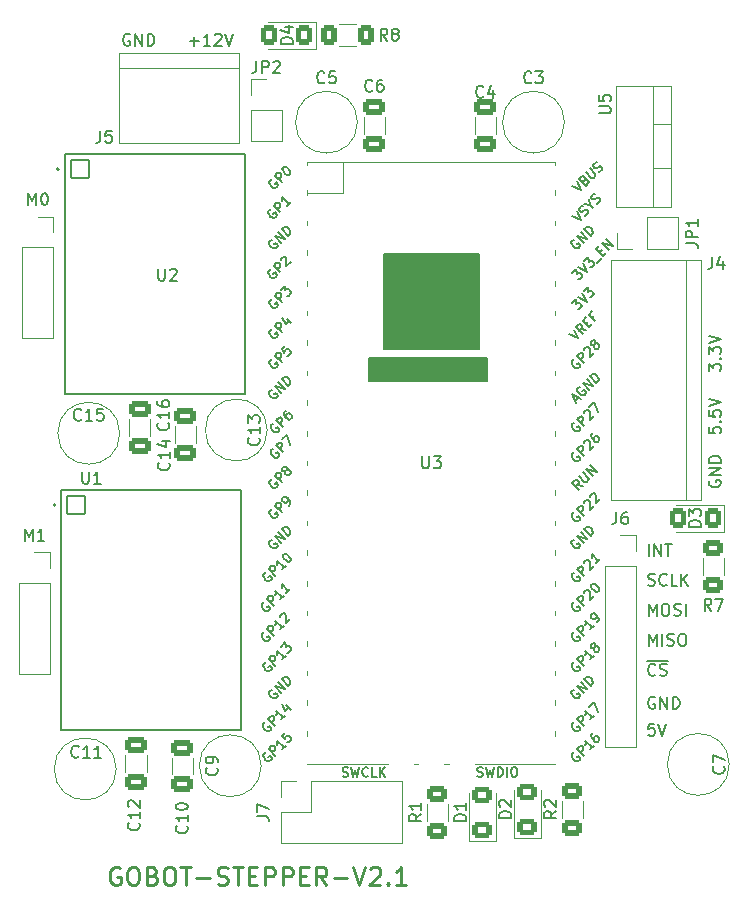
<source format=gbr>
%TF.GenerationSoftware,KiCad,Pcbnew,8.0.5-8.0.5-0~ubuntu24.04.1*%
%TF.CreationDate,2024-10-03T18:51:15+02:00*%
%TF.ProjectId,motor-driver-breakout-v2,6d6f746f-722d-4647-9269-7665722d6272,rev?*%
%TF.SameCoordinates,Original*%
%TF.FileFunction,Legend,Top*%
%TF.FilePolarity,Positive*%
%FSLAX46Y46*%
G04 Gerber Fmt 4.6, Leading zero omitted, Abs format (unit mm)*
G04 Created by KiCad (PCBNEW 8.0.5-8.0.5-0~ubuntu24.04.1) date 2024-10-03 18:51:15*
%MOMM*%
%LPD*%
G01*
G04 APERTURE LIST*
G04 Aperture macros list*
%AMRoundRect*
0 Rectangle with rounded corners*
0 $1 Rounding radius*
0 $2 $3 $4 $5 $6 $7 $8 $9 X,Y pos of 4 corners*
0 Add a 4 corners polygon primitive as box body*
4,1,4,$2,$3,$4,$5,$6,$7,$8,$9,$2,$3,0*
0 Add four circle primitives for the rounded corners*
1,1,$1+$1,$2,$3*
1,1,$1+$1,$4,$5*
1,1,$1+$1,$6,$7*
1,1,$1+$1,$8,$9*
0 Add four rect primitives between the rounded corners*
20,1,$1+$1,$2,$3,$4,$5,0*
20,1,$1+$1,$4,$5,$6,$7,0*
20,1,$1+$1,$6,$7,$8,$9,0*
20,1,$1+$1,$8,$9,$2,$3,0*%
G04 Aperture macros list end*
%ADD10C,0.150000*%
%ADD11C,0.250000*%
%ADD12C,0.200000*%
%ADD13C,0.187500*%
%ADD14C,0.120000*%
%ADD15C,0.127000*%
%ADD16C,3.200000*%
%ADD17R,1.700000X1.700000*%
%ADD18O,1.700000X1.700000*%
%ADD19C,1.600000*%
%ADD20C,1.712000*%
%ADD21RoundRect,0.102000X-0.754000X-0.754000X0.754000X-0.754000X0.754000X0.754000X-0.754000X0.754000X0*%
%ADD22RoundRect,0.250000X0.650000X-0.412500X0.650000X0.412500X-0.650000X0.412500X-0.650000X-0.412500X0*%
%ADD23R,2.000000X1.905000*%
%ADD24O,2.000000X1.905000*%
%ADD25RoundRect,0.250000X0.625000X-0.400000X0.625000X0.400000X-0.625000X0.400000X-0.625000X-0.400000X0*%
%ADD26RoundRect,0.250000X-0.650000X0.412500X-0.650000X-0.412500X0.650000X-0.412500X0.650000X0.412500X0*%
%ADD27RoundRect,0.250001X0.624999X-0.462499X0.624999X0.462499X-0.624999X0.462499X-0.624999X-0.462499X0*%
%ADD28RoundRect,0.250000X0.400000X0.625000X-0.400000X0.625000X-0.400000X-0.625000X0.400000X-0.625000X0*%
%ADD29R,3.000000X3.000000*%
%ADD30C,3.000000*%
%ADD31RoundRect,0.250001X0.462499X0.624999X-0.462499X0.624999X-0.462499X-0.624999X0.462499X-0.624999X0*%
%ADD32R,1.700000X3.500000*%
%ADD33R,3.500000X1.700000*%
%ADD34O,1.800000X1.800000*%
%ADD35O,1.500000X1.500000*%
G04 APERTURE END LIST*
D10*
X64342000Y-57022000D02*
X74342000Y-57022000D01*
X74342000Y-59022000D01*
X64342000Y-59022000D01*
X64342000Y-57022000D01*
G36*
X64342000Y-57022000D02*
G01*
X74342000Y-57022000D01*
X74342000Y-59022000D01*
X64342000Y-59022000D01*
X64342000Y-57022000D01*
G37*
D11*
X43217330Y-100228857D02*
X43074473Y-100157428D01*
X43074473Y-100157428D02*
X42860187Y-100157428D01*
X42860187Y-100157428D02*
X42645901Y-100228857D01*
X42645901Y-100228857D02*
X42503044Y-100371714D01*
X42503044Y-100371714D02*
X42431615Y-100514571D01*
X42431615Y-100514571D02*
X42360187Y-100800285D01*
X42360187Y-100800285D02*
X42360187Y-101014571D01*
X42360187Y-101014571D02*
X42431615Y-101300285D01*
X42431615Y-101300285D02*
X42503044Y-101443142D01*
X42503044Y-101443142D02*
X42645901Y-101586000D01*
X42645901Y-101586000D02*
X42860187Y-101657428D01*
X42860187Y-101657428D02*
X43003044Y-101657428D01*
X43003044Y-101657428D02*
X43217330Y-101586000D01*
X43217330Y-101586000D02*
X43288758Y-101514571D01*
X43288758Y-101514571D02*
X43288758Y-101014571D01*
X43288758Y-101014571D02*
X43003044Y-101014571D01*
X44217330Y-100157428D02*
X44503044Y-100157428D01*
X44503044Y-100157428D02*
X44645901Y-100228857D01*
X44645901Y-100228857D02*
X44788758Y-100371714D01*
X44788758Y-100371714D02*
X44860187Y-100657428D01*
X44860187Y-100657428D02*
X44860187Y-101157428D01*
X44860187Y-101157428D02*
X44788758Y-101443142D01*
X44788758Y-101443142D02*
X44645901Y-101586000D01*
X44645901Y-101586000D02*
X44503044Y-101657428D01*
X44503044Y-101657428D02*
X44217330Y-101657428D01*
X44217330Y-101657428D02*
X44074473Y-101586000D01*
X44074473Y-101586000D02*
X43931615Y-101443142D01*
X43931615Y-101443142D02*
X43860187Y-101157428D01*
X43860187Y-101157428D02*
X43860187Y-100657428D01*
X43860187Y-100657428D02*
X43931615Y-100371714D01*
X43931615Y-100371714D02*
X44074473Y-100228857D01*
X44074473Y-100228857D02*
X44217330Y-100157428D01*
X46003044Y-100871714D02*
X46217330Y-100943142D01*
X46217330Y-100943142D02*
X46288759Y-101014571D01*
X46288759Y-101014571D02*
X46360187Y-101157428D01*
X46360187Y-101157428D02*
X46360187Y-101371714D01*
X46360187Y-101371714D02*
X46288759Y-101514571D01*
X46288759Y-101514571D02*
X46217330Y-101586000D01*
X46217330Y-101586000D02*
X46074473Y-101657428D01*
X46074473Y-101657428D02*
X45503044Y-101657428D01*
X45503044Y-101657428D02*
X45503044Y-100157428D01*
X45503044Y-100157428D02*
X46003044Y-100157428D01*
X46003044Y-100157428D02*
X46145902Y-100228857D01*
X46145902Y-100228857D02*
X46217330Y-100300285D01*
X46217330Y-100300285D02*
X46288759Y-100443142D01*
X46288759Y-100443142D02*
X46288759Y-100586000D01*
X46288759Y-100586000D02*
X46217330Y-100728857D01*
X46217330Y-100728857D02*
X46145902Y-100800285D01*
X46145902Y-100800285D02*
X46003044Y-100871714D01*
X46003044Y-100871714D02*
X45503044Y-100871714D01*
X47288759Y-100157428D02*
X47574473Y-100157428D01*
X47574473Y-100157428D02*
X47717330Y-100228857D01*
X47717330Y-100228857D02*
X47860187Y-100371714D01*
X47860187Y-100371714D02*
X47931616Y-100657428D01*
X47931616Y-100657428D02*
X47931616Y-101157428D01*
X47931616Y-101157428D02*
X47860187Y-101443142D01*
X47860187Y-101443142D02*
X47717330Y-101586000D01*
X47717330Y-101586000D02*
X47574473Y-101657428D01*
X47574473Y-101657428D02*
X47288759Y-101657428D01*
X47288759Y-101657428D02*
X47145902Y-101586000D01*
X47145902Y-101586000D02*
X47003044Y-101443142D01*
X47003044Y-101443142D02*
X46931616Y-101157428D01*
X46931616Y-101157428D02*
X46931616Y-100657428D01*
X46931616Y-100657428D02*
X47003044Y-100371714D01*
X47003044Y-100371714D02*
X47145902Y-100228857D01*
X47145902Y-100228857D02*
X47288759Y-100157428D01*
X48360188Y-100157428D02*
X49217331Y-100157428D01*
X48788759Y-101657428D02*
X48788759Y-100157428D01*
X49717330Y-101086000D02*
X50860188Y-101086000D01*
X51503045Y-101586000D02*
X51717331Y-101657428D01*
X51717331Y-101657428D02*
X52074473Y-101657428D01*
X52074473Y-101657428D02*
X52217331Y-101586000D01*
X52217331Y-101586000D02*
X52288759Y-101514571D01*
X52288759Y-101514571D02*
X52360188Y-101371714D01*
X52360188Y-101371714D02*
X52360188Y-101228857D01*
X52360188Y-101228857D02*
X52288759Y-101086000D01*
X52288759Y-101086000D02*
X52217331Y-101014571D01*
X52217331Y-101014571D02*
X52074473Y-100943142D01*
X52074473Y-100943142D02*
X51788759Y-100871714D01*
X51788759Y-100871714D02*
X51645902Y-100800285D01*
X51645902Y-100800285D02*
X51574473Y-100728857D01*
X51574473Y-100728857D02*
X51503045Y-100586000D01*
X51503045Y-100586000D02*
X51503045Y-100443142D01*
X51503045Y-100443142D02*
X51574473Y-100300285D01*
X51574473Y-100300285D02*
X51645902Y-100228857D01*
X51645902Y-100228857D02*
X51788759Y-100157428D01*
X51788759Y-100157428D02*
X52145902Y-100157428D01*
X52145902Y-100157428D02*
X52360188Y-100228857D01*
X52788759Y-100157428D02*
X53645902Y-100157428D01*
X53217330Y-101657428D02*
X53217330Y-100157428D01*
X54145901Y-100871714D02*
X54645901Y-100871714D01*
X54860187Y-101657428D02*
X54145901Y-101657428D01*
X54145901Y-101657428D02*
X54145901Y-100157428D01*
X54145901Y-100157428D02*
X54860187Y-100157428D01*
X55503044Y-101657428D02*
X55503044Y-100157428D01*
X55503044Y-100157428D02*
X56074473Y-100157428D01*
X56074473Y-100157428D02*
X56217330Y-100228857D01*
X56217330Y-100228857D02*
X56288759Y-100300285D01*
X56288759Y-100300285D02*
X56360187Y-100443142D01*
X56360187Y-100443142D02*
X56360187Y-100657428D01*
X56360187Y-100657428D02*
X56288759Y-100800285D01*
X56288759Y-100800285D02*
X56217330Y-100871714D01*
X56217330Y-100871714D02*
X56074473Y-100943142D01*
X56074473Y-100943142D02*
X55503044Y-100943142D01*
X57003044Y-101657428D02*
X57003044Y-100157428D01*
X57003044Y-100157428D02*
X57574473Y-100157428D01*
X57574473Y-100157428D02*
X57717330Y-100228857D01*
X57717330Y-100228857D02*
X57788759Y-100300285D01*
X57788759Y-100300285D02*
X57860187Y-100443142D01*
X57860187Y-100443142D02*
X57860187Y-100657428D01*
X57860187Y-100657428D02*
X57788759Y-100800285D01*
X57788759Y-100800285D02*
X57717330Y-100871714D01*
X57717330Y-100871714D02*
X57574473Y-100943142D01*
X57574473Y-100943142D02*
X57003044Y-100943142D01*
X58503044Y-100871714D02*
X59003044Y-100871714D01*
X59217330Y-101657428D02*
X58503044Y-101657428D01*
X58503044Y-101657428D02*
X58503044Y-100157428D01*
X58503044Y-100157428D02*
X59217330Y-100157428D01*
X60717330Y-101657428D02*
X60217330Y-100943142D01*
X59860187Y-101657428D02*
X59860187Y-100157428D01*
X59860187Y-100157428D02*
X60431616Y-100157428D01*
X60431616Y-100157428D02*
X60574473Y-100228857D01*
X60574473Y-100228857D02*
X60645902Y-100300285D01*
X60645902Y-100300285D02*
X60717330Y-100443142D01*
X60717330Y-100443142D02*
X60717330Y-100657428D01*
X60717330Y-100657428D02*
X60645902Y-100800285D01*
X60645902Y-100800285D02*
X60574473Y-100871714D01*
X60574473Y-100871714D02*
X60431616Y-100943142D01*
X60431616Y-100943142D02*
X59860187Y-100943142D01*
X61360187Y-101086000D02*
X62503045Y-101086000D01*
X63003045Y-100157428D02*
X63503045Y-101657428D01*
X63503045Y-101657428D02*
X64003045Y-100157428D01*
X64431616Y-100300285D02*
X64503044Y-100228857D01*
X64503044Y-100228857D02*
X64645902Y-100157428D01*
X64645902Y-100157428D02*
X65003044Y-100157428D01*
X65003044Y-100157428D02*
X65145902Y-100228857D01*
X65145902Y-100228857D02*
X65217330Y-100300285D01*
X65217330Y-100300285D02*
X65288759Y-100443142D01*
X65288759Y-100443142D02*
X65288759Y-100586000D01*
X65288759Y-100586000D02*
X65217330Y-100800285D01*
X65217330Y-100800285D02*
X64360187Y-101657428D01*
X64360187Y-101657428D02*
X65288759Y-101657428D01*
X65931615Y-101514571D02*
X66003044Y-101586000D01*
X66003044Y-101586000D02*
X65931615Y-101657428D01*
X65931615Y-101657428D02*
X65860187Y-101586000D01*
X65860187Y-101586000D02*
X65931615Y-101514571D01*
X65931615Y-101514571D02*
X65931615Y-101657428D01*
X67431616Y-101657428D02*
X66574473Y-101657428D01*
X67003044Y-101657428D02*
X67003044Y-100157428D01*
X67003044Y-100157428D02*
X66860187Y-100371714D01*
X66860187Y-100371714D02*
X66717330Y-100514571D01*
X66717330Y-100514571D02*
X66574473Y-100586000D01*
D10*
X65596000Y-48260000D02*
X73596000Y-48260000D01*
X73596000Y-56260000D01*
X65596000Y-56260000D01*
X65596000Y-48260000D01*
G36*
X65596000Y-48260000D02*
G01*
X73596000Y-48260000D01*
X73596000Y-56260000D01*
X65596000Y-56260000D01*
X65596000Y-48260000D01*
G37*
D12*
X87999673Y-73781219D02*
X87999673Y-72781219D01*
X88475863Y-73781219D02*
X88475863Y-72781219D01*
X88475863Y-72781219D02*
X89047291Y-73781219D01*
X89047291Y-73781219D02*
X89047291Y-72781219D01*
X89380625Y-72781219D02*
X89952053Y-72781219D01*
X89666339Y-73781219D02*
X89666339Y-72781219D01*
X88475863Y-88021219D02*
X87999673Y-88021219D01*
X87999673Y-88021219D02*
X87952054Y-88497409D01*
X87952054Y-88497409D02*
X87999673Y-88449790D01*
X87999673Y-88449790D02*
X88094911Y-88402171D01*
X88094911Y-88402171D02*
X88333006Y-88402171D01*
X88333006Y-88402171D02*
X88428244Y-88449790D01*
X88428244Y-88449790D02*
X88475863Y-88497409D01*
X88475863Y-88497409D02*
X88523482Y-88592647D01*
X88523482Y-88592647D02*
X88523482Y-88830742D01*
X88523482Y-88830742D02*
X88475863Y-88925980D01*
X88475863Y-88925980D02*
X88428244Y-88973600D01*
X88428244Y-88973600D02*
X88333006Y-89021219D01*
X88333006Y-89021219D02*
X88094911Y-89021219D01*
X88094911Y-89021219D02*
X87999673Y-88973600D01*
X87999673Y-88973600D02*
X87952054Y-88925980D01*
X88809197Y-88021219D02*
X89142530Y-89021219D01*
X89142530Y-89021219D02*
X89475863Y-88021219D01*
X88523482Y-85782838D02*
X88428244Y-85735219D01*
X88428244Y-85735219D02*
X88285387Y-85735219D01*
X88285387Y-85735219D02*
X88142530Y-85782838D01*
X88142530Y-85782838D02*
X88047292Y-85878076D01*
X88047292Y-85878076D02*
X87999673Y-85973314D01*
X87999673Y-85973314D02*
X87952054Y-86163790D01*
X87952054Y-86163790D02*
X87952054Y-86306647D01*
X87952054Y-86306647D02*
X87999673Y-86497123D01*
X87999673Y-86497123D02*
X88047292Y-86592361D01*
X88047292Y-86592361D02*
X88142530Y-86687600D01*
X88142530Y-86687600D02*
X88285387Y-86735219D01*
X88285387Y-86735219D02*
X88380625Y-86735219D01*
X88380625Y-86735219D02*
X88523482Y-86687600D01*
X88523482Y-86687600D02*
X88571101Y-86639980D01*
X88571101Y-86639980D02*
X88571101Y-86306647D01*
X88571101Y-86306647D02*
X88380625Y-86306647D01*
X88999673Y-86735219D02*
X88999673Y-85735219D01*
X88999673Y-85735219D02*
X89571101Y-86735219D01*
X89571101Y-86735219D02*
X89571101Y-85735219D01*
X90047292Y-86735219D02*
X90047292Y-85735219D01*
X90047292Y-85735219D02*
X90285387Y-85735219D01*
X90285387Y-85735219D02*
X90428244Y-85782838D01*
X90428244Y-85782838D02*
X90523482Y-85878076D01*
X90523482Y-85878076D02*
X90571101Y-85973314D01*
X90571101Y-85973314D02*
X90618720Y-86163790D01*
X90618720Y-86163790D02*
X90618720Y-86306647D01*
X90618720Y-86306647D02*
X90571101Y-86497123D01*
X90571101Y-86497123D02*
X90523482Y-86592361D01*
X90523482Y-86592361D02*
X90428244Y-86687600D01*
X90428244Y-86687600D02*
X90285387Y-86735219D01*
X90285387Y-86735219D02*
X90047292Y-86735219D01*
X88571101Y-83845980D02*
X88523482Y-83893600D01*
X88523482Y-83893600D02*
X88380625Y-83941219D01*
X88380625Y-83941219D02*
X88285387Y-83941219D01*
X88285387Y-83941219D02*
X88142530Y-83893600D01*
X88142530Y-83893600D02*
X88047292Y-83798361D01*
X88047292Y-83798361D02*
X87999673Y-83703123D01*
X87999673Y-83703123D02*
X87952054Y-83512647D01*
X87952054Y-83512647D02*
X87952054Y-83369790D01*
X87952054Y-83369790D02*
X87999673Y-83179314D01*
X87999673Y-83179314D02*
X88047292Y-83084076D01*
X88047292Y-83084076D02*
X88142530Y-82988838D01*
X88142530Y-82988838D02*
X88285387Y-82941219D01*
X88285387Y-82941219D02*
X88380625Y-82941219D01*
X88380625Y-82941219D02*
X88523482Y-82988838D01*
X88523482Y-82988838D02*
X88571101Y-83036457D01*
X88952054Y-83893600D02*
X89094911Y-83941219D01*
X89094911Y-83941219D02*
X89333006Y-83941219D01*
X89333006Y-83941219D02*
X89428244Y-83893600D01*
X89428244Y-83893600D02*
X89475863Y-83845980D01*
X89475863Y-83845980D02*
X89523482Y-83750742D01*
X89523482Y-83750742D02*
X89523482Y-83655504D01*
X89523482Y-83655504D02*
X89475863Y-83560266D01*
X89475863Y-83560266D02*
X89428244Y-83512647D01*
X89428244Y-83512647D02*
X89333006Y-83465028D01*
X89333006Y-83465028D02*
X89142530Y-83417409D01*
X89142530Y-83417409D02*
X89047292Y-83369790D01*
X89047292Y-83369790D02*
X88999673Y-83322171D01*
X88999673Y-83322171D02*
X88952054Y-83226933D01*
X88952054Y-83226933D02*
X88952054Y-83131695D01*
X88952054Y-83131695D02*
X88999673Y-83036457D01*
X88999673Y-83036457D02*
X89047292Y-82988838D01*
X89047292Y-82988838D02*
X89142530Y-82941219D01*
X89142530Y-82941219D02*
X89380625Y-82941219D01*
X89380625Y-82941219D02*
X89523482Y-82988838D01*
X87861578Y-82663600D02*
X89613959Y-82663600D01*
X87999673Y-81401219D02*
X87999673Y-80401219D01*
X87999673Y-80401219D02*
X88333006Y-81115504D01*
X88333006Y-81115504D02*
X88666339Y-80401219D01*
X88666339Y-80401219D02*
X88666339Y-81401219D01*
X89142530Y-81401219D02*
X89142530Y-80401219D01*
X89571101Y-81353600D02*
X89713958Y-81401219D01*
X89713958Y-81401219D02*
X89952053Y-81401219D01*
X89952053Y-81401219D02*
X90047291Y-81353600D01*
X90047291Y-81353600D02*
X90094910Y-81305980D01*
X90094910Y-81305980D02*
X90142529Y-81210742D01*
X90142529Y-81210742D02*
X90142529Y-81115504D01*
X90142529Y-81115504D02*
X90094910Y-81020266D01*
X90094910Y-81020266D02*
X90047291Y-80972647D01*
X90047291Y-80972647D02*
X89952053Y-80925028D01*
X89952053Y-80925028D02*
X89761577Y-80877409D01*
X89761577Y-80877409D02*
X89666339Y-80829790D01*
X89666339Y-80829790D02*
X89618720Y-80782171D01*
X89618720Y-80782171D02*
X89571101Y-80686933D01*
X89571101Y-80686933D02*
X89571101Y-80591695D01*
X89571101Y-80591695D02*
X89618720Y-80496457D01*
X89618720Y-80496457D02*
X89666339Y-80448838D01*
X89666339Y-80448838D02*
X89761577Y-80401219D01*
X89761577Y-80401219D02*
X89999672Y-80401219D01*
X89999672Y-80401219D02*
X90142529Y-80448838D01*
X90761577Y-80401219D02*
X90952053Y-80401219D01*
X90952053Y-80401219D02*
X91047291Y-80448838D01*
X91047291Y-80448838D02*
X91142529Y-80544076D01*
X91142529Y-80544076D02*
X91190148Y-80734552D01*
X91190148Y-80734552D02*
X91190148Y-81067885D01*
X91190148Y-81067885D02*
X91142529Y-81258361D01*
X91142529Y-81258361D02*
X91047291Y-81353600D01*
X91047291Y-81353600D02*
X90952053Y-81401219D01*
X90952053Y-81401219D02*
X90761577Y-81401219D01*
X90761577Y-81401219D02*
X90666339Y-81353600D01*
X90666339Y-81353600D02*
X90571101Y-81258361D01*
X90571101Y-81258361D02*
X90523482Y-81067885D01*
X90523482Y-81067885D02*
X90523482Y-80734552D01*
X90523482Y-80734552D02*
X90571101Y-80544076D01*
X90571101Y-80544076D02*
X90666339Y-80448838D01*
X90666339Y-80448838D02*
X90761577Y-80401219D01*
X87999673Y-78861219D02*
X87999673Y-77861219D01*
X87999673Y-77861219D02*
X88333006Y-78575504D01*
X88333006Y-78575504D02*
X88666339Y-77861219D01*
X88666339Y-77861219D02*
X88666339Y-78861219D01*
X89333006Y-77861219D02*
X89523482Y-77861219D01*
X89523482Y-77861219D02*
X89618720Y-77908838D01*
X89618720Y-77908838D02*
X89713958Y-78004076D01*
X89713958Y-78004076D02*
X89761577Y-78194552D01*
X89761577Y-78194552D02*
X89761577Y-78527885D01*
X89761577Y-78527885D02*
X89713958Y-78718361D01*
X89713958Y-78718361D02*
X89618720Y-78813600D01*
X89618720Y-78813600D02*
X89523482Y-78861219D01*
X89523482Y-78861219D02*
X89333006Y-78861219D01*
X89333006Y-78861219D02*
X89237768Y-78813600D01*
X89237768Y-78813600D02*
X89142530Y-78718361D01*
X89142530Y-78718361D02*
X89094911Y-78527885D01*
X89094911Y-78527885D02*
X89094911Y-78194552D01*
X89094911Y-78194552D02*
X89142530Y-78004076D01*
X89142530Y-78004076D02*
X89237768Y-77908838D01*
X89237768Y-77908838D02*
X89333006Y-77861219D01*
X90142530Y-78813600D02*
X90285387Y-78861219D01*
X90285387Y-78861219D02*
X90523482Y-78861219D01*
X90523482Y-78861219D02*
X90618720Y-78813600D01*
X90618720Y-78813600D02*
X90666339Y-78765980D01*
X90666339Y-78765980D02*
X90713958Y-78670742D01*
X90713958Y-78670742D02*
X90713958Y-78575504D01*
X90713958Y-78575504D02*
X90666339Y-78480266D01*
X90666339Y-78480266D02*
X90618720Y-78432647D01*
X90618720Y-78432647D02*
X90523482Y-78385028D01*
X90523482Y-78385028D02*
X90333006Y-78337409D01*
X90333006Y-78337409D02*
X90237768Y-78289790D01*
X90237768Y-78289790D02*
X90190149Y-78242171D01*
X90190149Y-78242171D02*
X90142530Y-78146933D01*
X90142530Y-78146933D02*
X90142530Y-78051695D01*
X90142530Y-78051695D02*
X90190149Y-77956457D01*
X90190149Y-77956457D02*
X90237768Y-77908838D01*
X90237768Y-77908838D02*
X90333006Y-77861219D01*
X90333006Y-77861219D02*
X90571101Y-77861219D01*
X90571101Y-77861219D02*
X90713958Y-77908838D01*
X91142530Y-78861219D02*
X91142530Y-77861219D01*
X87952054Y-76273600D02*
X88094911Y-76321219D01*
X88094911Y-76321219D02*
X88333006Y-76321219D01*
X88333006Y-76321219D02*
X88428244Y-76273600D01*
X88428244Y-76273600D02*
X88475863Y-76225980D01*
X88475863Y-76225980D02*
X88523482Y-76130742D01*
X88523482Y-76130742D02*
X88523482Y-76035504D01*
X88523482Y-76035504D02*
X88475863Y-75940266D01*
X88475863Y-75940266D02*
X88428244Y-75892647D01*
X88428244Y-75892647D02*
X88333006Y-75845028D01*
X88333006Y-75845028D02*
X88142530Y-75797409D01*
X88142530Y-75797409D02*
X88047292Y-75749790D01*
X88047292Y-75749790D02*
X87999673Y-75702171D01*
X87999673Y-75702171D02*
X87952054Y-75606933D01*
X87952054Y-75606933D02*
X87952054Y-75511695D01*
X87952054Y-75511695D02*
X87999673Y-75416457D01*
X87999673Y-75416457D02*
X88047292Y-75368838D01*
X88047292Y-75368838D02*
X88142530Y-75321219D01*
X88142530Y-75321219D02*
X88380625Y-75321219D01*
X88380625Y-75321219D02*
X88523482Y-75368838D01*
X89523482Y-76225980D02*
X89475863Y-76273600D01*
X89475863Y-76273600D02*
X89333006Y-76321219D01*
X89333006Y-76321219D02*
X89237768Y-76321219D01*
X89237768Y-76321219D02*
X89094911Y-76273600D01*
X89094911Y-76273600D02*
X88999673Y-76178361D01*
X88999673Y-76178361D02*
X88952054Y-76083123D01*
X88952054Y-76083123D02*
X88904435Y-75892647D01*
X88904435Y-75892647D02*
X88904435Y-75749790D01*
X88904435Y-75749790D02*
X88952054Y-75559314D01*
X88952054Y-75559314D02*
X88999673Y-75464076D01*
X88999673Y-75464076D02*
X89094911Y-75368838D01*
X89094911Y-75368838D02*
X89237768Y-75321219D01*
X89237768Y-75321219D02*
X89333006Y-75321219D01*
X89333006Y-75321219D02*
X89475863Y-75368838D01*
X89475863Y-75368838D02*
X89523482Y-75416457D01*
X90428244Y-76321219D02*
X89952054Y-76321219D01*
X89952054Y-76321219D02*
X89952054Y-75321219D01*
X90761578Y-76321219D02*
X90761578Y-75321219D01*
X91333006Y-76321219D02*
X90904435Y-75749790D01*
X91333006Y-75321219D02*
X90761578Y-75892647D01*
X93101219Y-58145564D02*
X93101219Y-57526517D01*
X93101219Y-57526517D02*
X93482171Y-57859850D01*
X93482171Y-57859850D02*
X93482171Y-57716993D01*
X93482171Y-57716993D02*
X93529790Y-57621755D01*
X93529790Y-57621755D02*
X93577409Y-57574136D01*
X93577409Y-57574136D02*
X93672647Y-57526517D01*
X93672647Y-57526517D02*
X93910742Y-57526517D01*
X93910742Y-57526517D02*
X94005980Y-57574136D01*
X94005980Y-57574136D02*
X94053600Y-57621755D01*
X94053600Y-57621755D02*
X94101219Y-57716993D01*
X94101219Y-57716993D02*
X94101219Y-58002707D01*
X94101219Y-58002707D02*
X94053600Y-58097945D01*
X94053600Y-58097945D02*
X94005980Y-58145564D01*
X94005980Y-57097945D02*
X94053600Y-57050326D01*
X94053600Y-57050326D02*
X94101219Y-57097945D01*
X94101219Y-57097945D02*
X94053600Y-57145564D01*
X94053600Y-57145564D02*
X94005980Y-57097945D01*
X94005980Y-57097945D02*
X94101219Y-57097945D01*
X93101219Y-56716993D02*
X93101219Y-56097946D01*
X93101219Y-56097946D02*
X93482171Y-56431279D01*
X93482171Y-56431279D02*
X93482171Y-56288422D01*
X93482171Y-56288422D02*
X93529790Y-56193184D01*
X93529790Y-56193184D02*
X93577409Y-56145565D01*
X93577409Y-56145565D02*
X93672647Y-56097946D01*
X93672647Y-56097946D02*
X93910742Y-56097946D01*
X93910742Y-56097946D02*
X94005980Y-56145565D01*
X94005980Y-56145565D02*
X94053600Y-56193184D01*
X94053600Y-56193184D02*
X94101219Y-56288422D01*
X94101219Y-56288422D02*
X94101219Y-56574136D01*
X94101219Y-56574136D02*
X94053600Y-56669374D01*
X94053600Y-56669374D02*
X94005980Y-56716993D01*
X93101219Y-55812231D02*
X94101219Y-55478898D01*
X94101219Y-55478898D02*
X93101219Y-55145565D01*
X93101219Y-62908136D02*
X93101219Y-63384326D01*
X93101219Y-63384326D02*
X93577409Y-63431945D01*
X93577409Y-63431945D02*
X93529790Y-63384326D01*
X93529790Y-63384326D02*
X93482171Y-63289088D01*
X93482171Y-63289088D02*
X93482171Y-63050993D01*
X93482171Y-63050993D02*
X93529790Y-62955755D01*
X93529790Y-62955755D02*
X93577409Y-62908136D01*
X93577409Y-62908136D02*
X93672647Y-62860517D01*
X93672647Y-62860517D02*
X93910742Y-62860517D01*
X93910742Y-62860517D02*
X94005980Y-62908136D01*
X94005980Y-62908136D02*
X94053600Y-62955755D01*
X94053600Y-62955755D02*
X94101219Y-63050993D01*
X94101219Y-63050993D02*
X94101219Y-63289088D01*
X94101219Y-63289088D02*
X94053600Y-63384326D01*
X94053600Y-63384326D02*
X94005980Y-63431945D01*
X94005980Y-62431945D02*
X94053600Y-62384326D01*
X94053600Y-62384326D02*
X94101219Y-62431945D01*
X94101219Y-62431945D02*
X94053600Y-62479564D01*
X94053600Y-62479564D02*
X94005980Y-62431945D01*
X94005980Y-62431945D02*
X94101219Y-62431945D01*
X93101219Y-61479565D02*
X93101219Y-61955755D01*
X93101219Y-61955755D02*
X93577409Y-62003374D01*
X93577409Y-62003374D02*
X93529790Y-61955755D01*
X93529790Y-61955755D02*
X93482171Y-61860517D01*
X93482171Y-61860517D02*
X93482171Y-61622422D01*
X93482171Y-61622422D02*
X93529790Y-61527184D01*
X93529790Y-61527184D02*
X93577409Y-61479565D01*
X93577409Y-61479565D02*
X93672647Y-61431946D01*
X93672647Y-61431946D02*
X93910742Y-61431946D01*
X93910742Y-61431946D02*
X94005980Y-61479565D01*
X94005980Y-61479565D02*
X94053600Y-61527184D01*
X94053600Y-61527184D02*
X94101219Y-61622422D01*
X94101219Y-61622422D02*
X94101219Y-61860517D01*
X94101219Y-61860517D02*
X94053600Y-61955755D01*
X94053600Y-61955755D02*
X94005980Y-62003374D01*
X93101219Y-61146231D02*
X94101219Y-60812898D01*
X94101219Y-60812898D02*
X93101219Y-60479565D01*
X93148838Y-67432517D02*
X93101219Y-67527755D01*
X93101219Y-67527755D02*
X93101219Y-67670612D01*
X93101219Y-67670612D02*
X93148838Y-67813469D01*
X93148838Y-67813469D02*
X93244076Y-67908707D01*
X93244076Y-67908707D02*
X93339314Y-67956326D01*
X93339314Y-67956326D02*
X93529790Y-68003945D01*
X93529790Y-68003945D02*
X93672647Y-68003945D01*
X93672647Y-68003945D02*
X93863123Y-67956326D01*
X93863123Y-67956326D02*
X93958361Y-67908707D01*
X93958361Y-67908707D02*
X94053600Y-67813469D01*
X94053600Y-67813469D02*
X94101219Y-67670612D01*
X94101219Y-67670612D02*
X94101219Y-67575374D01*
X94101219Y-67575374D02*
X94053600Y-67432517D01*
X94053600Y-67432517D02*
X94005980Y-67384898D01*
X94005980Y-67384898D02*
X93672647Y-67384898D01*
X93672647Y-67384898D02*
X93672647Y-67575374D01*
X94101219Y-66956326D02*
X93101219Y-66956326D01*
X93101219Y-66956326D02*
X94101219Y-66384898D01*
X94101219Y-66384898D02*
X93101219Y-66384898D01*
X94101219Y-65908707D02*
X93101219Y-65908707D01*
X93101219Y-65908707D02*
X93101219Y-65670612D01*
X93101219Y-65670612D02*
X93148838Y-65527755D01*
X93148838Y-65527755D02*
X93244076Y-65432517D01*
X93244076Y-65432517D02*
X93339314Y-65384898D01*
X93339314Y-65384898D02*
X93529790Y-65337279D01*
X93529790Y-65337279D02*
X93672647Y-65337279D01*
X93672647Y-65337279D02*
X93863123Y-65384898D01*
X93863123Y-65384898D02*
X93958361Y-65432517D01*
X93958361Y-65432517D02*
X94053600Y-65527755D01*
X94053600Y-65527755D02*
X94101219Y-65670612D01*
X94101219Y-65670612D02*
X94101219Y-65908707D01*
D13*
X44065259Y-29649488D02*
X43970021Y-29601869D01*
X43970021Y-29601869D02*
X43827164Y-29601869D01*
X43827164Y-29601869D02*
X43684307Y-29649488D01*
X43684307Y-29649488D02*
X43589069Y-29744726D01*
X43589069Y-29744726D02*
X43541450Y-29839964D01*
X43541450Y-29839964D02*
X43493831Y-30030440D01*
X43493831Y-30030440D02*
X43493831Y-30173297D01*
X43493831Y-30173297D02*
X43541450Y-30363773D01*
X43541450Y-30363773D02*
X43589069Y-30459011D01*
X43589069Y-30459011D02*
X43684307Y-30554250D01*
X43684307Y-30554250D02*
X43827164Y-30601869D01*
X43827164Y-30601869D02*
X43922402Y-30601869D01*
X43922402Y-30601869D02*
X44065259Y-30554250D01*
X44065259Y-30554250D02*
X44112878Y-30506630D01*
X44112878Y-30506630D02*
X44112878Y-30173297D01*
X44112878Y-30173297D02*
X43922402Y-30173297D01*
X44541450Y-30601869D02*
X44541450Y-29601869D01*
X44541450Y-29601869D02*
X45112878Y-30601869D01*
X45112878Y-30601869D02*
X45112878Y-29601869D01*
X45589069Y-30601869D02*
X45589069Y-29601869D01*
X45589069Y-29601869D02*
X45827164Y-29601869D01*
X45827164Y-29601869D02*
X45970021Y-29649488D01*
X45970021Y-29649488D02*
X46065259Y-29744726D01*
X46065259Y-29744726D02*
X46112878Y-29839964D01*
X46112878Y-29839964D02*
X46160497Y-30030440D01*
X46160497Y-30030440D02*
X46160497Y-30173297D01*
X46160497Y-30173297D02*
X46112878Y-30363773D01*
X46112878Y-30363773D02*
X46065259Y-30459011D01*
X46065259Y-30459011D02*
X45970021Y-30554250D01*
X45970021Y-30554250D02*
X45827164Y-30601869D01*
X45827164Y-30601869D02*
X45589069Y-30601869D01*
X49129450Y-30220916D02*
X49891355Y-30220916D01*
X49510402Y-30601869D02*
X49510402Y-29839964D01*
X50891354Y-30601869D02*
X50319926Y-30601869D01*
X50605640Y-30601869D02*
X50605640Y-29601869D01*
X50605640Y-29601869D02*
X50510402Y-29744726D01*
X50510402Y-29744726D02*
X50415164Y-29839964D01*
X50415164Y-29839964D02*
X50319926Y-29887583D01*
X51272307Y-29697107D02*
X51319926Y-29649488D01*
X51319926Y-29649488D02*
X51415164Y-29601869D01*
X51415164Y-29601869D02*
X51653259Y-29601869D01*
X51653259Y-29601869D02*
X51748497Y-29649488D01*
X51748497Y-29649488D02*
X51796116Y-29697107D01*
X51796116Y-29697107D02*
X51843735Y-29792345D01*
X51843735Y-29792345D02*
X51843735Y-29887583D01*
X51843735Y-29887583D02*
X51796116Y-30030440D01*
X51796116Y-30030440D02*
X51224688Y-30601869D01*
X51224688Y-30601869D02*
X51843735Y-30601869D01*
X52129450Y-29601869D02*
X52462783Y-30601869D01*
X52462783Y-30601869D02*
X52796116Y-29601869D01*
D10*
X54850819Y-95837333D02*
X55565104Y-95837333D01*
X55565104Y-95837333D02*
X55707961Y-95884952D01*
X55707961Y-95884952D02*
X55803200Y-95980190D01*
X55803200Y-95980190D02*
X55850819Y-96123047D01*
X55850819Y-96123047D02*
X55850819Y-96218285D01*
X54850819Y-95456380D02*
X54850819Y-94789714D01*
X54850819Y-94789714D02*
X55850819Y-95218285D01*
X78081333Y-33693580D02*
X78033714Y-33741200D01*
X78033714Y-33741200D02*
X77890857Y-33788819D01*
X77890857Y-33788819D02*
X77795619Y-33788819D01*
X77795619Y-33788819D02*
X77652762Y-33741200D01*
X77652762Y-33741200D02*
X77557524Y-33645961D01*
X77557524Y-33645961D02*
X77509905Y-33550723D01*
X77509905Y-33550723D02*
X77462286Y-33360247D01*
X77462286Y-33360247D02*
X77462286Y-33217390D01*
X77462286Y-33217390D02*
X77509905Y-33026914D01*
X77509905Y-33026914D02*
X77557524Y-32931676D01*
X77557524Y-32931676D02*
X77652762Y-32836438D01*
X77652762Y-32836438D02*
X77795619Y-32788819D01*
X77795619Y-32788819D02*
X77890857Y-32788819D01*
X77890857Y-32788819D02*
X78033714Y-32836438D01*
X78033714Y-32836438D02*
X78081333Y-32884057D01*
X78414667Y-32788819D02*
X79033714Y-32788819D01*
X79033714Y-32788819D02*
X78700381Y-33169771D01*
X78700381Y-33169771D02*
X78843238Y-33169771D01*
X78843238Y-33169771D02*
X78938476Y-33217390D01*
X78938476Y-33217390D02*
X78986095Y-33265009D01*
X78986095Y-33265009D02*
X79033714Y-33360247D01*
X79033714Y-33360247D02*
X79033714Y-33598342D01*
X79033714Y-33598342D02*
X78986095Y-33693580D01*
X78986095Y-33693580D02*
X78938476Y-33741200D01*
X78938476Y-33741200D02*
X78843238Y-33788819D01*
X78843238Y-33788819D02*
X78557524Y-33788819D01*
X78557524Y-33788819D02*
X78462286Y-33741200D01*
X78462286Y-33741200D02*
X78414667Y-33693580D01*
X40049095Y-66680091D02*
X40049095Y-67489614D01*
X40049095Y-67489614D02*
X40096714Y-67584852D01*
X40096714Y-67584852D02*
X40144333Y-67632472D01*
X40144333Y-67632472D02*
X40239571Y-67680091D01*
X40239571Y-67680091D02*
X40430047Y-67680091D01*
X40430047Y-67680091D02*
X40525285Y-67632472D01*
X40525285Y-67632472D02*
X40572904Y-67584852D01*
X40572904Y-67584852D02*
X40620523Y-67489614D01*
X40620523Y-67489614D02*
X40620523Y-66680091D01*
X41620523Y-67680091D02*
X41049095Y-67680091D01*
X41334809Y-67680091D02*
X41334809Y-66680091D01*
X41334809Y-66680091D02*
X41239571Y-66822948D01*
X41239571Y-66822948D02*
X41144333Y-66918186D01*
X41144333Y-66918186D02*
X41049095Y-66965805D01*
X35170476Y-72509091D02*
X35170476Y-71509091D01*
X35170476Y-71509091D02*
X35503809Y-72223376D01*
X35503809Y-72223376D02*
X35837142Y-71509091D01*
X35837142Y-71509091D02*
X35837142Y-72509091D01*
X36837142Y-72509091D02*
X36265714Y-72509091D01*
X36551428Y-72509091D02*
X36551428Y-71509091D01*
X36551428Y-71509091D02*
X36456190Y-71651948D01*
X36456190Y-71651948D02*
X36360952Y-71747186D01*
X36360952Y-71747186D02*
X36265714Y-71794805D01*
X44809580Y-96400857D02*
X44857200Y-96448476D01*
X44857200Y-96448476D02*
X44904819Y-96591333D01*
X44904819Y-96591333D02*
X44904819Y-96686571D01*
X44904819Y-96686571D02*
X44857200Y-96829428D01*
X44857200Y-96829428D02*
X44761961Y-96924666D01*
X44761961Y-96924666D02*
X44666723Y-96972285D01*
X44666723Y-96972285D02*
X44476247Y-97019904D01*
X44476247Y-97019904D02*
X44333390Y-97019904D01*
X44333390Y-97019904D02*
X44142914Y-96972285D01*
X44142914Y-96972285D02*
X44047676Y-96924666D01*
X44047676Y-96924666D02*
X43952438Y-96829428D01*
X43952438Y-96829428D02*
X43904819Y-96686571D01*
X43904819Y-96686571D02*
X43904819Y-96591333D01*
X43904819Y-96591333D02*
X43952438Y-96448476D01*
X43952438Y-96448476D02*
X44000057Y-96400857D01*
X44904819Y-95448476D02*
X44904819Y-96019904D01*
X44904819Y-95734190D02*
X43904819Y-95734190D01*
X43904819Y-95734190D02*
X44047676Y-95829428D01*
X44047676Y-95829428D02*
X44142914Y-95924666D01*
X44142914Y-95924666D02*
X44190533Y-96019904D01*
X44000057Y-95067523D02*
X43952438Y-95019904D01*
X43952438Y-95019904D02*
X43904819Y-94924666D01*
X43904819Y-94924666D02*
X43904819Y-94686571D01*
X43904819Y-94686571D02*
X43952438Y-94591333D01*
X43952438Y-94591333D02*
X44000057Y-94543714D01*
X44000057Y-94543714D02*
X44095295Y-94496095D01*
X44095295Y-94496095D02*
X44190533Y-94496095D01*
X44190533Y-94496095D02*
X44333390Y-94543714D01*
X44333390Y-94543714D02*
X44904819Y-95115142D01*
X44904819Y-95115142D02*
X44904819Y-94496095D01*
X39743142Y-90783580D02*
X39695523Y-90831200D01*
X39695523Y-90831200D02*
X39552666Y-90878819D01*
X39552666Y-90878819D02*
X39457428Y-90878819D01*
X39457428Y-90878819D02*
X39314571Y-90831200D01*
X39314571Y-90831200D02*
X39219333Y-90735961D01*
X39219333Y-90735961D02*
X39171714Y-90640723D01*
X39171714Y-90640723D02*
X39124095Y-90450247D01*
X39124095Y-90450247D02*
X39124095Y-90307390D01*
X39124095Y-90307390D02*
X39171714Y-90116914D01*
X39171714Y-90116914D02*
X39219333Y-90021676D01*
X39219333Y-90021676D02*
X39314571Y-89926438D01*
X39314571Y-89926438D02*
X39457428Y-89878819D01*
X39457428Y-89878819D02*
X39552666Y-89878819D01*
X39552666Y-89878819D02*
X39695523Y-89926438D01*
X39695523Y-89926438D02*
X39743142Y-89974057D01*
X40695523Y-90878819D02*
X40124095Y-90878819D01*
X40409809Y-90878819D02*
X40409809Y-89878819D01*
X40409809Y-89878819D02*
X40314571Y-90021676D01*
X40314571Y-90021676D02*
X40219333Y-90116914D01*
X40219333Y-90116914D02*
X40124095Y-90164533D01*
X41647904Y-90878819D02*
X41076476Y-90878819D01*
X41362190Y-90878819D02*
X41362190Y-89878819D01*
X41362190Y-89878819D02*
X41266952Y-90021676D01*
X41266952Y-90021676D02*
X41171714Y-90116914D01*
X41171714Y-90116914D02*
X41076476Y-90164533D01*
X48873580Y-96654857D02*
X48921200Y-96702476D01*
X48921200Y-96702476D02*
X48968819Y-96845333D01*
X48968819Y-96845333D02*
X48968819Y-96940571D01*
X48968819Y-96940571D02*
X48921200Y-97083428D01*
X48921200Y-97083428D02*
X48825961Y-97178666D01*
X48825961Y-97178666D02*
X48730723Y-97226285D01*
X48730723Y-97226285D02*
X48540247Y-97273904D01*
X48540247Y-97273904D02*
X48397390Y-97273904D01*
X48397390Y-97273904D02*
X48206914Y-97226285D01*
X48206914Y-97226285D02*
X48111676Y-97178666D01*
X48111676Y-97178666D02*
X48016438Y-97083428D01*
X48016438Y-97083428D02*
X47968819Y-96940571D01*
X47968819Y-96940571D02*
X47968819Y-96845333D01*
X47968819Y-96845333D02*
X48016438Y-96702476D01*
X48016438Y-96702476D02*
X48064057Y-96654857D01*
X48968819Y-95702476D02*
X48968819Y-96273904D01*
X48968819Y-95988190D02*
X47968819Y-95988190D01*
X47968819Y-95988190D02*
X48111676Y-96083428D01*
X48111676Y-96083428D02*
X48206914Y-96178666D01*
X48206914Y-96178666D02*
X48254533Y-96273904D01*
X47968819Y-95083428D02*
X47968819Y-94988190D01*
X47968819Y-94988190D02*
X48016438Y-94892952D01*
X48016438Y-94892952D02*
X48064057Y-94845333D01*
X48064057Y-94845333D02*
X48159295Y-94797714D01*
X48159295Y-94797714D02*
X48349771Y-94750095D01*
X48349771Y-94750095D02*
X48587866Y-94750095D01*
X48587866Y-94750095D02*
X48778342Y-94797714D01*
X48778342Y-94797714D02*
X48873580Y-94845333D01*
X48873580Y-94845333D02*
X48921200Y-94892952D01*
X48921200Y-94892952D02*
X48968819Y-94988190D01*
X48968819Y-94988190D02*
X48968819Y-95083428D01*
X48968819Y-95083428D02*
X48921200Y-95178666D01*
X48921200Y-95178666D02*
X48873580Y-95226285D01*
X48873580Y-95226285D02*
X48778342Y-95273904D01*
X48778342Y-95273904D02*
X48587866Y-95321523D01*
X48587866Y-95321523D02*
X48349771Y-95321523D01*
X48349771Y-95321523D02*
X48159295Y-95273904D01*
X48159295Y-95273904D02*
X48064057Y-95226285D01*
X48064057Y-95226285D02*
X48016438Y-95178666D01*
X48016438Y-95178666D02*
X47968819Y-95083428D01*
X51413580Y-91754938D02*
X51461200Y-91802557D01*
X51461200Y-91802557D02*
X51508819Y-91945414D01*
X51508819Y-91945414D02*
X51508819Y-92040652D01*
X51508819Y-92040652D02*
X51461200Y-92183509D01*
X51461200Y-92183509D02*
X51365961Y-92278747D01*
X51365961Y-92278747D02*
X51270723Y-92326366D01*
X51270723Y-92326366D02*
X51080247Y-92373985D01*
X51080247Y-92373985D02*
X50937390Y-92373985D01*
X50937390Y-92373985D02*
X50746914Y-92326366D01*
X50746914Y-92326366D02*
X50651676Y-92278747D01*
X50651676Y-92278747D02*
X50556438Y-92183509D01*
X50556438Y-92183509D02*
X50508819Y-92040652D01*
X50508819Y-92040652D02*
X50508819Y-91945414D01*
X50508819Y-91945414D02*
X50556438Y-91802557D01*
X50556438Y-91802557D02*
X50604057Y-91754938D01*
X51508819Y-91278747D02*
X51508819Y-91088271D01*
X51508819Y-91088271D02*
X51461200Y-90993033D01*
X51461200Y-90993033D02*
X51413580Y-90945414D01*
X51413580Y-90945414D02*
X51270723Y-90850176D01*
X51270723Y-90850176D02*
X51080247Y-90802557D01*
X51080247Y-90802557D02*
X50699295Y-90802557D01*
X50699295Y-90802557D02*
X50604057Y-90850176D01*
X50604057Y-90850176D02*
X50556438Y-90897795D01*
X50556438Y-90897795D02*
X50508819Y-90993033D01*
X50508819Y-90993033D02*
X50508819Y-91183509D01*
X50508819Y-91183509D02*
X50556438Y-91278747D01*
X50556438Y-91278747D02*
X50604057Y-91326366D01*
X50604057Y-91326366D02*
X50699295Y-91373985D01*
X50699295Y-91373985D02*
X50937390Y-91373985D01*
X50937390Y-91373985D02*
X51032628Y-91326366D01*
X51032628Y-91326366D02*
X51080247Y-91278747D01*
X51080247Y-91278747D02*
X51127866Y-91183509D01*
X51127866Y-91183509D02*
X51127866Y-90993033D01*
X51127866Y-90993033D02*
X51080247Y-90897795D01*
X51080247Y-90897795D02*
X51032628Y-90850176D01*
X51032628Y-90850176D02*
X50937390Y-90802557D01*
X83782819Y-36321904D02*
X84592342Y-36321904D01*
X84592342Y-36321904D02*
X84687580Y-36274285D01*
X84687580Y-36274285D02*
X84735200Y-36226666D01*
X84735200Y-36226666D02*
X84782819Y-36131428D01*
X84782819Y-36131428D02*
X84782819Y-35940952D01*
X84782819Y-35940952D02*
X84735200Y-35845714D01*
X84735200Y-35845714D02*
X84687580Y-35798095D01*
X84687580Y-35798095D02*
X84592342Y-35750476D01*
X84592342Y-35750476D02*
X83782819Y-35750476D01*
X83782819Y-34798095D02*
X83782819Y-35274285D01*
X83782819Y-35274285D02*
X84259009Y-35321904D01*
X84259009Y-35321904D02*
X84211390Y-35274285D01*
X84211390Y-35274285D02*
X84163771Y-35179047D01*
X84163771Y-35179047D02*
X84163771Y-34940952D01*
X84163771Y-34940952D02*
X84211390Y-34845714D01*
X84211390Y-34845714D02*
X84259009Y-34798095D01*
X84259009Y-34798095D02*
X84354247Y-34750476D01*
X84354247Y-34750476D02*
X84592342Y-34750476D01*
X84592342Y-34750476D02*
X84687580Y-34798095D01*
X84687580Y-34798095D02*
X84735200Y-34845714D01*
X84735200Y-34845714D02*
X84782819Y-34940952D01*
X84782819Y-34940952D02*
X84782819Y-35179047D01*
X84782819Y-35179047D02*
X84735200Y-35274285D01*
X84735200Y-35274285D02*
X84687580Y-35321904D01*
X93305333Y-78432819D02*
X92972000Y-77956628D01*
X92733905Y-78432819D02*
X92733905Y-77432819D01*
X92733905Y-77432819D02*
X93114857Y-77432819D01*
X93114857Y-77432819D02*
X93210095Y-77480438D01*
X93210095Y-77480438D02*
X93257714Y-77528057D01*
X93257714Y-77528057D02*
X93305333Y-77623295D01*
X93305333Y-77623295D02*
X93305333Y-77766152D01*
X93305333Y-77766152D02*
X93257714Y-77861390D01*
X93257714Y-77861390D02*
X93210095Y-77909009D01*
X93210095Y-77909009D02*
X93114857Y-77956628D01*
X93114857Y-77956628D02*
X92733905Y-77956628D01*
X93638667Y-77432819D02*
X94305333Y-77432819D01*
X94305333Y-77432819D02*
X93876762Y-78432819D01*
X85264666Y-70090819D02*
X85264666Y-70805104D01*
X85264666Y-70805104D02*
X85217047Y-70947961D01*
X85217047Y-70947961D02*
X85121809Y-71043200D01*
X85121809Y-71043200D02*
X84978952Y-71090819D01*
X84978952Y-71090819D02*
X84883714Y-71090819D01*
X86169428Y-70090819D02*
X85978952Y-70090819D01*
X85978952Y-70090819D02*
X85883714Y-70138438D01*
X85883714Y-70138438D02*
X85836095Y-70186057D01*
X85836095Y-70186057D02*
X85740857Y-70328914D01*
X85740857Y-70328914D02*
X85693238Y-70519390D01*
X85693238Y-70519390D02*
X85693238Y-70900342D01*
X85693238Y-70900342D02*
X85740857Y-70995580D01*
X85740857Y-70995580D02*
X85788476Y-71043200D01*
X85788476Y-71043200D02*
X85883714Y-71090819D01*
X85883714Y-71090819D02*
X86074190Y-71090819D01*
X86074190Y-71090819D02*
X86169428Y-71043200D01*
X86169428Y-71043200D02*
X86217047Y-70995580D01*
X86217047Y-70995580D02*
X86264666Y-70900342D01*
X86264666Y-70900342D02*
X86264666Y-70662247D01*
X86264666Y-70662247D02*
X86217047Y-70567009D01*
X86217047Y-70567009D02*
X86169428Y-70519390D01*
X86169428Y-70519390D02*
X86074190Y-70471771D01*
X86074190Y-70471771D02*
X85883714Y-70471771D01*
X85883714Y-70471771D02*
X85788476Y-70519390D01*
X85788476Y-70519390D02*
X85740857Y-70567009D01*
X85740857Y-70567009D02*
X85693238Y-70662247D01*
X94339580Y-91622666D02*
X94387200Y-91670285D01*
X94387200Y-91670285D02*
X94434819Y-91813142D01*
X94434819Y-91813142D02*
X94434819Y-91908380D01*
X94434819Y-91908380D02*
X94387200Y-92051237D01*
X94387200Y-92051237D02*
X94291961Y-92146475D01*
X94291961Y-92146475D02*
X94196723Y-92194094D01*
X94196723Y-92194094D02*
X94006247Y-92241713D01*
X94006247Y-92241713D02*
X93863390Y-92241713D01*
X93863390Y-92241713D02*
X93672914Y-92194094D01*
X93672914Y-92194094D02*
X93577676Y-92146475D01*
X93577676Y-92146475D02*
X93482438Y-92051237D01*
X93482438Y-92051237D02*
X93434819Y-91908380D01*
X93434819Y-91908380D02*
X93434819Y-91813142D01*
X93434819Y-91813142D02*
X93482438Y-91670285D01*
X93482438Y-91670285D02*
X93530057Y-91622666D01*
X93434819Y-91289332D02*
X93434819Y-90622666D01*
X93434819Y-90622666D02*
X94434819Y-91051237D01*
X47349580Y-65920857D02*
X47397200Y-65968476D01*
X47397200Y-65968476D02*
X47444819Y-66111333D01*
X47444819Y-66111333D02*
X47444819Y-66206571D01*
X47444819Y-66206571D02*
X47397200Y-66349428D01*
X47397200Y-66349428D02*
X47301961Y-66444666D01*
X47301961Y-66444666D02*
X47206723Y-66492285D01*
X47206723Y-66492285D02*
X47016247Y-66539904D01*
X47016247Y-66539904D02*
X46873390Y-66539904D01*
X46873390Y-66539904D02*
X46682914Y-66492285D01*
X46682914Y-66492285D02*
X46587676Y-66444666D01*
X46587676Y-66444666D02*
X46492438Y-66349428D01*
X46492438Y-66349428D02*
X46444819Y-66206571D01*
X46444819Y-66206571D02*
X46444819Y-66111333D01*
X46444819Y-66111333D02*
X46492438Y-65968476D01*
X46492438Y-65968476D02*
X46540057Y-65920857D01*
X47444819Y-64968476D02*
X47444819Y-65539904D01*
X47444819Y-65254190D02*
X46444819Y-65254190D01*
X46444819Y-65254190D02*
X46587676Y-65349428D01*
X46587676Y-65349428D02*
X46682914Y-65444666D01*
X46682914Y-65444666D02*
X46730533Y-65539904D01*
X46778152Y-64111333D02*
X47444819Y-64111333D01*
X46397200Y-64349428D02*
X47111485Y-64587523D01*
X47111485Y-64587523D02*
X47111485Y-63968476D01*
X46482095Y-49492819D02*
X46482095Y-50302342D01*
X46482095Y-50302342D02*
X46529714Y-50397580D01*
X46529714Y-50397580D02*
X46577333Y-50445200D01*
X46577333Y-50445200D02*
X46672571Y-50492819D01*
X46672571Y-50492819D02*
X46863047Y-50492819D01*
X46863047Y-50492819D02*
X46958285Y-50445200D01*
X46958285Y-50445200D02*
X47005904Y-50397580D01*
X47005904Y-50397580D02*
X47053523Y-50302342D01*
X47053523Y-50302342D02*
X47053523Y-49492819D01*
X47482095Y-49588057D02*
X47529714Y-49540438D01*
X47529714Y-49540438D02*
X47624952Y-49492819D01*
X47624952Y-49492819D02*
X47863047Y-49492819D01*
X47863047Y-49492819D02*
X47958285Y-49540438D01*
X47958285Y-49540438D02*
X48005904Y-49588057D01*
X48005904Y-49588057D02*
X48053523Y-49683295D01*
X48053523Y-49683295D02*
X48053523Y-49778533D01*
X48053523Y-49778533D02*
X48005904Y-49921390D01*
X48005904Y-49921390D02*
X47434476Y-50492819D01*
X47434476Y-50492819D02*
X48053523Y-50492819D01*
X74001333Y-34903580D02*
X73953714Y-34951200D01*
X73953714Y-34951200D02*
X73810857Y-34998819D01*
X73810857Y-34998819D02*
X73715619Y-34998819D01*
X73715619Y-34998819D02*
X73572762Y-34951200D01*
X73572762Y-34951200D02*
X73477524Y-34855961D01*
X73477524Y-34855961D02*
X73429905Y-34760723D01*
X73429905Y-34760723D02*
X73382286Y-34570247D01*
X73382286Y-34570247D02*
X73382286Y-34427390D01*
X73382286Y-34427390D02*
X73429905Y-34236914D01*
X73429905Y-34236914D02*
X73477524Y-34141676D01*
X73477524Y-34141676D02*
X73572762Y-34046438D01*
X73572762Y-34046438D02*
X73715619Y-33998819D01*
X73715619Y-33998819D02*
X73810857Y-33998819D01*
X73810857Y-33998819D02*
X73953714Y-34046438D01*
X73953714Y-34046438D02*
X74001333Y-34094057D01*
X74858476Y-34332152D02*
X74858476Y-34998819D01*
X74620381Y-33951200D02*
X74382286Y-34665485D01*
X74382286Y-34665485D02*
X75001333Y-34665485D01*
X91148819Y-47315333D02*
X91863104Y-47315333D01*
X91863104Y-47315333D02*
X92005961Y-47362952D01*
X92005961Y-47362952D02*
X92101200Y-47458190D01*
X92101200Y-47458190D02*
X92148819Y-47601047D01*
X92148819Y-47601047D02*
X92148819Y-47696285D01*
X92148819Y-46839142D02*
X91148819Y-46839142D01*
X91148819Y-46839142D02*
X91148819Y-46458190D01*
X91148819Y-46458190D02*
X91196438Y-46362952D01*
X91196438Y-46362952D02*
X91244057Y-46315333D01*
X91244057Y-46315333D02*
X91339295Y-46267714D01*
X91339295Y-46267714D02*
X91482152Y-46267714D01*
X91482152Y-46267714D02*
X91577390Y-46315333D01*
X91577390Y-46315333D02*
X91625009Y-46362952D01*
X91625009Y-46362952D02*
X91672628Y-46458190D01*
X91672628Y-46458190D02*
X91672628Y-46839142D01*
X92148819Y-45315333D02*
X92148819Y-45886761D01*
X92148819Y-45601047D02*
X91148819Y-45601047D01*
X91148819Y-45601047D02*
X91291676Y-45696285D01*
X91291676Y-45696285D02*
X91386914Y-45791523D01*
X91386914Y-45791523D02*
X91434533Y-45886761D01*
X54792666Y-31917819D02*
X54792666Y-32632104D01*
X54792666Y-32632104D02*
X54745047Y-32774961D01*
X54745047Y-32774961D02*
X54649809Y-32870200D01*
X54649809Y-32870200D02*
X54506952Y-32917819D01*
X54506952Y-32917819D02*
X54411714Y-32917819D01*
X55268857Y-32917819D02*
X55268857Y-31917819D01*
X55268857Y-31917819D02*
X55649809Y-31917819D01*
X55649809Y-31917819D02*
X55745047Y-31965438D01*
X55745047Y-31965438D02*
X55792666Y-32013057D01*
X55792666Y-32013057D02*
X55840285Y-32108295D01*
X55840285Y-32108295D02*
X55840285Y-32251152D01*
X55840285Y-32251152D02*
X55792666Y-32346390D01*
X55792666Y-32346390D02*
X55745047Y-32394009D01*
X55745047Y-32394009D02*
X55649809Y-32441628D01*
X55649809Y-32441628D02*
X55268857Y-32441628D01*
X56221238Y-32013057D02*
X56268857Y-31965438D01*
X56268857Y-31965438D02*
X56364095Y-31917819D01*
X56364095Y-31917819D02*
X56602190Y-31917819D01*
X56602190Y-31917819D02*
X56697428Y-31965438D01*
X56697428Y-31965438D02*
X56745047Y-32013057D01*
X56745047Y-32013057D02*
X56792666Y-32108295D01*
X56792666Y-32108295D02*
X56792666Y-32203533D01*
X56792666Y-32203533D02*
X56745047Y-32346390D01*
X56745047Y-32346390D02*
X56173619Y-32917819D01*
X56173619Y-32917819D02*
X56792666Y-32917819D01*
X64603333Y-34395580D02*
X64555714Y-34443200D01*
X64555714Y-34443200D02*
X64412857Y-34490819D01*
X64412857Y-34490819D02*
X64317619Y-34490819D01*
X64317619Y-34490819D02*
X64174762Y-34443200D01*
X64174762Y-34443200D02*
X64079524Y-34347961D01*
X64079524Y-34347961D02*
X64031905Y-34252723D01*
X64031905Y-34252723D02*
X63984286Y-34062247D01*
X63984286Y-34062247D02*
X63984286Y-33919390D01*
X63984286Y-33919390D02*
X64031905Y-33728914D01*
X64031905Y-33728914D02*
X64079524Y-33633676D01*
X64079524Y-33633676D02*
X64174762Y-33538438D01*
X64174762Y-33538438D02*
X64317619Y-33490819D01*
X64317619Y-33490819D02*
X64412857Y-33490819D01*
X64412857Y-33490819D02*
X64555714Y-33538438D01*
X64555714Y-33538438D02*
X64603333Y-33586057D01*
X65460476Y-33490819D02*
X65270000Y-33490819D01*
X65270000Y-33490819D02*
X65174762Y-33538438D01*
X65174762Y-33538438D02*
X65127143Y-33586057D01*
X65127143Y-33586057D02*
X65031905Y-33728914D01*
X65031905Y-33728914D02*
X64984286Y-33919390D01*
X64984286Y-33919390D02*
X64984286Y-34300342D01*
X64984286Y-34300342D02*
X65031905Y-34395580D01*
X65031905Y-34395580D02*
X65079524Y-34443200D01*
X65079524Y-34443200D02*
X65174762Y-34490819D01*
X65174762Y-34490819D02*
X65365238Y-34490819D01*
X65365238Y-34490819D02*
X65460476Y-34443200D01*
X65460476Y-34443200D02*
X65508095Y-34395580D01*
X65508095Y-34395580D02*
X65555714Y-34300342D01*
X65555714Y-34300342D02*
X65555714Y-34062247D01*
X65555714Y-34062247D02*
X65508095Y-33967009D01*
X65508095Y-33967009D02*
X65460476Y-33919390D01*
X65460476Y-33919390D02*
X65365238Y-33871771D01*
X65365238Y-33871771D02*
X65174762Y-33871771D01*
X65174762Y-33871771D02*
X65079524Y-33919390D01*
X65079524Y-33919390D02*
X65031905Y-33967009D01*
X65031905Y-33967009D02*
X64984286Y-34062247D01*
X35468476Y-44083091D02*
X35468476Y-43083091D01*
X35468476Y-43083091D02*
X35801809Y-43797376D01*
X35801809Y-43797376D02*
X36135142Y-43083091D01*
X36135142Y-43083091D02*
X36135142Y-44083091D01*
X36801809Y-43083091D02*
X36897047Y-43083091D01*
X36897047Y-43083091D02*
X36992285Y-43130710D01*
X36992285Y-43130710D02*
X37039904Y-43178329D01*
X37039904Y-43178329D02*
X37087523Y-43273567D01*
X37087523Y-43273567D02*
X37135142Y-43464043D01*
X37135142Y-43464043D02*
X37135142Y-43702138D01*
X37135142Y-43702138D02*
X37087523Y-43892614D01*
X37087523Y-43892614D02*
X37039904Y-43987852D01*
X37039904Y-43987852D02*
X36992285Y-44035472D01*
X36992285Y-44035472D02*
X36897047Y-44083091D01*
X36897047Y-44083091D02*
X36801809Y-44083091D01*
X36801809Y-44083091D02*
X36706571Y-44035472D01*
X36706571Y-44035472D02*
X36658952Y-43987852D01*
X36658952Y-43987852D02*
X36611333Y-43892614D01*
X36611333Y-43892614D02*
X36563714Y-43702138D01*
X36563714Y-43702138D02*
X36563714Y-43464043D01*
X36563714Y-43464043D02*
X36611333Y-43273567D01*
X36611333Y-43273567D02*
X36658952Y-43178329D01*
X36658952Y-43178329D02*
X36706571Y-43130710D01*
X36706571Y-43130710D02*
X36801809Y-43083091D01*
X39953142Y-62251852D02*
X39905523Y-62299472D01*
X39905523Y-62299472D02*
X39762666Y-62347091D01*
X39762666Y-62347091D02*
X39667428Y-62347091D01*
X39667428Y-62347091D02*
X39524571Y-62299472D01*
X39524571Y-62299472D02*
X39429333Y-62204233D01*
X39429333Y-62204233D02*
X39381714Y-62108995D01*
X39381714Y-62108995D02*
X39334095Y-61918519D01*
X39334095Y-61918519D02*
X39334095Y-61775662D01*
X39334095Y-61775662D02*
X39381714Y-61585186D01*
X39381714Y-61585186D02*
X39429333Y-61489948D01*
X39429333Y-61489948D02*
X39524571Y-61394710D01*
X39524571Y-61394710D02*
X39667428Y-61347091D01*
X39667428Y-61347091D02*
X39762666Y-61347091D01*
X39762666Y-61347091D02*
X39905523Y-61394710D01*
X39905523Y-61394710D02*
X39953142Y-61442329D01*
X40905523Y-62347091D02*
X40334095Y-62347091D01*
X40619809Y-62347091D02*
X40619809Y-61347091D01*
X40619809Y-61347091D02*
X40524571Y-61489948D01*
X40524571Y-61489948D02*
X40429333Y-61585186D01*
X40429333Y-61585186D02*
X40334095Y-61632805D01*
X41810285Y-61347091D02*
X41334095Y-61347091D01*
X41334095Y-61347091D02*
X41286476Y-61823281D01*
X41286476Y-61823281D02*
X41334095Y-61775662D01*
X41334095Y-61775662D02*
X41429333Y-61728043D01*
X41429333Y-61728043D02*
X41667428Y-61728043D01*
X41667428Y-61728043D02*
X41762666Y-61775662D01*
X41762666Y-61775662D02*
X41810285Y-61823281D01*
X41810285Y-61823281D02*
X41857904Y-61918519D01*
X41857904Y-61918519D02*
X41857904Y-62156614D01*
X41857904Y-62156614D02*
X41810285Y-62251852D01*
X41810285Y-62251852D02*
X41762666Y-62299472D01*
X41762666Y-62299472D02*
X41667428Y-62347091D01*
X41667428Y-62347091D02*
X41429333Y-62347091D01*
X41429333Y-62347091D02*
X41334095Y-62299472D01*
X41334095Y-62299472D02*
X41286476Y-62251852D01*
X47305580Y-62535129D02*
X47353200Y-62582748D01*
X47353200Y-62582748D02*
X47400819Y-62725605D01*
X47400819Y-62725605D02*
X47400819Y-62820843D01*
X47400819Y-62820843D02*
X47353200Y-62963700D01*
X47353200Y-62963700D02*
X47257961Y-63058938D01*
X47257961Y-63058938D02*
X47162723Y-63106557D01*
X47162723Y-63106557D02*
X46972247Y-63154176D01*
X46972247Y-63154176D02*
X46829390Y-63154176D01*
X46829390Y-63154176D02*
X46638914Y-63106557D01*
X46638914Y-63106557D02*
X46543676Y-63058938D01*
X46543676Y-63058938D02*
X46448438Y-62963700D01*
X46448438Y-62963700D02*
X46400819Y-62820843D01*
X46400819Y-62820843D02*
X46400819Y-62725605D01*
X46400819Y-62725605D02*
X46448438Y-62582748D01*
X46448438Y-62582748D02*
X46496057Y-62535129D01*
X47400819Y-61582748D02*
X47400819Y-62154176D01*
X47400819Y-61868462D02*
X46400819Y-61868462D01*
X46400819Y-61868462D02*
X46543676Y-61963700D01*
X46543676Y-61963700D02*
X46638914Y-62058938D01*
X46638914Y-62058938D02*
X46686533Y-62154176D01*
X46400819Y-60725605D02*
X46400819Y-60916081D01*
X46400819Y-60916081D02*
X46448438Y-61011319D01*
X46448438Y-61011319D02*
X46496057Y-61058938D01*
X46496057Y-61058938D02*
X46638914Y-61154176D01*
X46638914Y-61154176D02*
X46829390Y-61201795D01*
X46829390Y-61201795D02*
X47210342Y-61201795D01*
X47210342Y-61201795D02*
X47305580Y-61154176D01*
X47305580Y-61154176D02*
X47353200Y-61106557D01*
X47353200Y-61106557D02*
X47400819Y-61011319D01*
X47400819Y-61011319D02*
X47400819Y-60820843D01*
X47400819Y-60820843D02*
X47353200Y-60725605D01*
X47353200Y-60725605D02*
X47305580Y-60677986D01*
X47305580Y-60677986D02*
X47210342Y-60630367D01*
X47210342Y-60630367D02*
X46972247Y-60630367D01*
X46972247Y-60630367D02*
X46877009Y-60677986D01*
X46877009Y-60677986D02*
X46829390Y-60725605D01*
X46829390Y-60725605D02*
X46781771Y-60820843D01*
X46781771Y-60820843D02*
X46781771Y-61011319D01*
X46781771Y-61011319D02*
X46829390Y-61106557D01*
X46829390Y-61106557D02*
X46877009Y-61154176D01*
X46877009Y-61154176D02*
X46972247Y-61201795D01*
X68738819Y-95670666D02*
X68262628Y-96003999D01*
X68738819Y-96242094D02*
X67738819Y-96242094D01*
X67738819Y-96242094D02*
X67738819Y-95861142D01*
X67738819Y-95861142D02*
X67786438Y-95765904D01*
X67786438Y-95765904D02*
X67834057Y-95718285D01*
X67834057Y-95718285D02*
X67929295Y-95670666D01*
X67929295Y-95670666D02*
X68072152Y-95670666D01*
X68072152Y-95670666D02*
X68167390Y-95718285D01*
X68167390Y-95718285D02*
X68215009Y-95765904D01*
X68215009Y-95765904D02*
X68262628Y-95861142D01*
X68262628Y-95861142D02*
X68262628Y-96242094D01*
X68738819Y-94718285D02*
X68738819Y-95289713D01*
X68738819Y-95003999D02*
X67738819Y-95003999D01*
X67738819Y-95003999D02*
X67881676Y-95099237D01*
X67881676Y-95099237D02*
X67976914Y-95194475D01*
X67976914Y-95194475D02*
X68024533Y-95289713D01*
X72548819Y-96242094D02*
X71548819Y-96242094D01*
X71548819Y-96242094D02*
X71548819Y-96003999D01*
X71548819Y-96003999D02*
X71596438Y-95861142D01*
X71596438Y-95861142D02*
X71691676Y-95765904D01*
X71691676Y-95765904D02*
X71786914Y-95718285D01*
X71786914Y-95718285D02*
X71977390Y-95670666D01*
X71977390Y-95670666D02*
X72120247Y-95670666D01*
X72120247Y-95670666D02*
X72310723Y-95718285D01*
X72310723Y-95718285D02*
X72405961Y-95765904D01*
X72405961Y-95765904D02*
X72501200Y-95861142D01*
X72501200Y-95861142D02*
X72548819Y-96003999D01*
X72548819Y-96003999D02*
X72548819Y-96242094D01*
X72548819Y-94718285D02*
X72548819Y-95289713D01*
X72548819Y-95003999D02*
X71548819Y-95003999D01*
X71548819Y-95003999D02*
X71691676Y-95099237D01*
X71691676Y-95099237D02*
X71786914Y-95194475D01*
X71786914Y-95194475D02*
X71834533Y-95289713D01*
X65873333Y-30172819D02*
X65540000Y-29696628D01*
X65301905Y-30172819D02*
X65301905Y-29172819D01*
X65301905Y-29172819D02*
X65682857Y-29172819D01*
X65682857Y-29172819D02*
X65778095Y-29220438D01*
X65778095Y-29220438D02*
X65825714Y-29268057D01*
X65825714Y-29268057D02*
X65873333Y-29363295D01*
X65873333Y-29363295D02*
X65873333Y-29506152D01*
X65873333Y-29506152D02*
X65825714Y-29601390D01*
X65825714Y-29601390D02*
X65778095Y-29649009D01*
X65778095Y-29649009D02*
X65682857Y-29696628D01*
X65682857Y-29696628D02*
X65301905Y-29696628D01*
X66444762Y-29601390D02*
X66349524Y-29553771D01*
X66349524Y-29553771D02*
X66301905Y-29506152D01*
X66301905Y-29506152D02*
X66254286Y-29410914D01*
X66254286Y-29410914D02*
X66254286Y-29363295D01*
X66254286Y-29363295D02*
X66301905Y-29268057D01*
X66301905Y-29268057D02*
X66349524Y-29220438D01*
X66349524Y-29220438D02*
X66444762Y-29172819D01*
X66444762Y-29172819D02*
X66635238Y-29172819D01*
X66635238Y-29172819D02*
X66730476Y-29220438D01*
X66730476Y-29220438D02*
X66778095Y-29268057D01*
X66778095Y-29268057D02*
X66825714Y-29363295D01*
X66825714Y-29363295D02*
X66825714Y-29410914D01*
X66825714Y-29410914D02*
X66778095Y-29506152D01*
X66778095Y-29506152D02*
X66730476Y-29553771D01*
X66730476Y-29553771D02*
X66635238Y-29601390D01*
X66635238Y-29601390D02*
X66444762Y-29601390D01*
X66444762Y-29601390D02*
X66349524Y-29649009D01*
X66349524Y-29649009D02*
X66301905Y-29696628D01*
X66301905Y-29696628D02*
X66254286Y-29791866D01*
X66254286Y-29791866D02*
X66254286Y-29982342D01*
X66254286Y-29982342D02*
X66301905Y-30077580D01*
X66301905Y-30077580D02*
X66349524Y-30125200D01*
X66349524Y-30125200D02*
X66444762Y-30172819D01*
X66444762Y-30172819D02*
X66635238Y-30172819D01*
X66635238Y-30172819D02*
X66730476Y-30125200D01*
X66730476Y-30125200D02*
X66778095Y-30077580D01*
X66778095Y-30077580D02*
X66825714Y-29982342D01*
X66825714Y-29982342D02*
X66825714Y-29791866D01*
X66825714Y-29791866D02*
X66778095Y-29696628D01*
X66778095Y-29696628D02*
X66730476Y-29649009D01*
X66730476Y-29649009D02*
X66635238Y-29601390D01*
X76358819Y-95988094D02*
X75358819Y-95988094D01*
X75358819Y-95988094D02*
X75358819Y-95749999D01*
X75358819Y-95749999D02*
X75406438Y-95607142D01*
X75406438Y-95607142D02*
X75501676Y-95511904D01*
X75501676Y-95511904D02*
X75596914Y-95464285D01*
X75596914Y-95464285D02*
X75787390Y-95416666D01*
X75787390Y-95416666D02*
X75930247Y-95416666D01*
X75930247Y-95416666D02*
X76120723Y-95464285D01*
X76120723Y-95464285D02*
X76215961Y-95511904D01*
X76215961Y-95511904D02*
X76311200Y-95607142D01*
X76311200Y-95607142D02*
X76358819Y-95749999D01*
X76358819Y-95749999D02*
X76358819Y-95988094D01*
X75454057Y-95035713D02*
X75406438Y-94988094D01*
X75406438Y-94988094D02*
X75358819Y-94892856D01*
X75358819Y-94892856D02*
X75358819Y-94654761D01*
X75358819Y-94654761D02*
X75406438Y-94559523D01*
X75406438Y-94559523D02*
X75454057Y-94511904D01*
X75454057Y-94511904D02*
X75549295Y-94464285D01*
X75549295Y-94464285D02*
X75644533Y-94464285D01*
X75644533Y-94464285D02*
X75787390Y-94511904D01*
X75787390Y-94511904D02*
X76358819Y-95083332D01*
X76358819Y-95083332D02*
X76358819Y-94464285D01*
X54969580Y-63805129D02*
X55017200Y-63852748D01*
X55017200Y-63852748D02*
X55064819Y-63995605D01*
X55064819Y-63995605D02*
X55064819Y-64090843D01*
X55064819Y-64090843D02*
X55017200Y-64233700D01*
X55017200Y-64233700D02*
X54921961Y-64328938D01*
X54921961Y-64328938D02*
X54826723Y-64376557D01*
X54826723Y-64376557D02*
X54636247Y-64424176D01*
X54636247Y-64424176D02*
X54493390Y-64424176D01*
X54493390Y-64424176D02*
X54302914Y-64376557D01*
X54302914Y-64376557D02*
X54207676Y-64328938D01*
X54207676Y-64328938D02*
X54112438Y-64233700D01*
X54112438Y-64233700D02*
X54064819Y-64090843D01*
X54064819Y-64090843D02*
X54064819Y-63995605D01*
X54064819Y-63995605D02*
X54112438Y-63852748D01*
X54112438Y-63852748D02*
X54160057Y-63805129D01*
X55064819Y-62852748D02*
X55064819Y-63424176D01*
X55064819Y-63138462D02*
X54064819Y-63138462D01*
X54064819Y-63138462D02*
X54207676Y-63233700D01*
X54207676Y-63233700D02*
X54302914Y-63328938D01*
X54302914Y-63328938D02*
X54350533Y-63424176D01*
X54064819Y-62519414D02*
X54064819Y-61900367D01*
X54064819Y-61900367D02*
X54445771Y-62233700D01*
X54445771Y-62233700D02*
X54445771Y-62090843D01*
X54445771Y-62090843D02*
X54493390Y-61995605D01*
X54493390Y-61995605D02*
X54541009Y-61947986D01*
X54541009Y-61947986D02*
X54636247Y-61900367D01*
X54636247Y-61900367D02*
X54874342Y-61900367D01*
X54874342Y-61900367D02*
X54969580Y-61947986D01*
X54969580Y-61947986D02*
X55017200Y-61995605D01*
X55017200Y-61995605D02*
X55064819Y-62090843D01*
X55064819Y-62090843D02*
X55064819Y-62376557D01*
X55064819Y-62376557D02*
X55017200Y-62471795D01*
X55017200Y-62471795D02*
X54969580Y-62519414D01*
X93392666Y-48476819D02*
X93392666Y-49191104D01*
X93392666Y-49191104D02*
X93345047Y-49333961D01*
X93345047Y-49333961D02*
X93249809Y-49429200D01*
X93249809Y-49429200D02*
X93106952Y-49476819D01*
X93106952Y-49476819D02*
X93011714Y-49476819D01*
X94297428Y-48810152D02*
X94297428Y-49476819D01*
X94059333Y-48429200D02*
X93821238Y-49143485D01*
X93821238Y-49143485D02*
X94440285Y-49143485D01*
X92402819Y-71350094D02*
X91402819Y-71350094D01*
X91402819Y-71350094D02*
X91402819Y-71111999D01*
X91402819Y-71111999D02*
X91450438Y-70969142D01*
X91450438Y-70969142D02*
X91545676Y-70873904D01*
X91545676Y-70873904D02*
X91640914Y-70826285D01*
X91640914Y-70826285D02*
X91831390Y-70778666D01*
X91831390Y-70778666D02*
X91974247Y-70778666D01*
X91974247Y-70778666D02*
X92164723Y-70826285D01*
X92164723Y-70826285D02*
X92259961Y-70873904D01*
X92259961Y-70873904D02*
X92355200Y-70969142D01*
X92355200Y-70969142D02*
X92402819Y-71111999D01*
X92402819Y-71111999D02*
X92402819Y-71350094D01*
X91402819Y-70445332D02*
X91402819Y-69826285D01*
X91402819Y-69826285D02*
X91783771Y-70159618D01*
X91783771Y-70159618D02*
X91783771Y-70016761D01*
X91783771Y-70016761D02*
X91831390Y-69921523D01*
X91831390Y-69921523D02*
X91879009Y-69873904D01*
X91879009Y-69873904D02*
X91974247Y-69826285D01*
X91974247Y-69826285D02*
X92212342Y-69826285D01*
X92212342Y-69826285D02*
X92307580Y-69873904D01*
X92307580Y-69873904D02*
X92355200Y-69921523D01*
X92355200Y-69921523D02*
X92402819Y-70016761D01*
X92402819Y-70016761D02*
X92402819Y-70302475D01*
X92402819Y-70302475D02*
X92355200Y-70397713D01*
X92355200Y-70397713D02*
X92307580Y-70445332D01*
X41576666Y-37808819D02*
X41576666Y-38523104D01*
X41576666Y-38523104D02*
X41529047Y-38665961D01*
X41529047Y-38665961D02*
X41433809Y-38761200D01*
X41433809Y-38761200D02*
X41290952Y-38808819D01*
X41290952Y-38808819D02*
X41195714Y-38808819D01*
X42529047Y-37808819D02*
X42052857Y-37808819D01*
X42052857Y-37808819D02*
X42005238Y-38285009D01*
X42005238Y-38285009D02*
X42052857Y-38237390D01*
X42052857Y-38237390D02*
X42148095Y-38189771D01*
X42148095Y-38189771D02*
X42386190Y-38189771D01*
X42386190Y-38189771D02*
X42481428Y-38237390D01*
X42481428Y-38237390D02*
X42529047Y-38285009D01*
X42529047Y-38285009D02*
X42576666Y-38380247D01*
X42576666Y-38380247D02*
X42576666Y-38618342D01*
X42576666Y-38618342D02*
X42529047Y-38713580D01*
X42529047Y-38713580D02*
X42481428Y-38761200D01*
X42481428Y-38761200D02*
X42386190Y-38808819D01*
X42386190Y-38808819D02*
X42148095Y-38808819D01*
X42148095Y-38808819D02*
X42052857Y-38761200D01*
X42052857Y-38761200D02*
X42005238Y-38713580D01*
X80168819Y-95416666D02*
X79692628Y-95749999D01*
X80168819Y-95988094D02*
X79168819Y-95988094D01*
X79168819Y-95988094D02*
X79168819Y-95607142D01*
X79168819Y-95607142D02*
X79216438Y-95511904D01*
X79216438Y-95511904D02*
X79264057Y-95464285D01*
X79264057Y-95464285D02*
X79359295Y-95416666D01*
X79359295Y-95416666D02*
X79502152Y-95416666D01*
X79502152Y-95416666D02*
X79597390Y-95464285D01*
X79597390Y-95464285D02*
X79645009Y-95511904D01*
X79645009Y-95511904D02*
X79692628Y-95607142D01*
X79692628Y-95607142D02*
X79692628Y-95988094D01*
X79264057Y-95035713D02*
X79216438Y-94988094D01*
X79216438Y-94988094D02*
X79168819Y-94892856D01*
X79168819Y-94892856D02*
X79168819Y-94654761D01*
X79168819Y-94654761D02*
X79216438Y-94559523D01*
X79216438Y-94559523D02*
X79264057Y-94511904D01*
X79264057Y-94511904D02*
X79359295Y-94464285D01*
X79359295Y-94464285D02*
X79454533Y-94464285D01*
X79454533Y-94464285D02*
X79597390Y-94511904D01*
X79597390Y-94511904D02*
X80168819Y-95083332D01*
X80168819Y-95083332D02*
X80168819Y-94464285D01*
X60555333Y-33693580D02*
X60507714Y-33741200D01*
X60507714Y-33741200D02*
X60364857Y-33788819D01*
X60364857Y-33788819D02*
X60269619Y-33788819D01*
X60269619Y-33788819D02*
X60126762Y-33741200D01*
X60126762Y-33741200D02*
X60031524Y-33645961D01*
X60031524Y-33645961D02*
X59983905Y-33550723D01*
X59983905Y-33550723D02*
X59936286Y-33360247D01*
X59936286Y-33360247D02*
X59936286Y-33217390D01*
X59936286Y-33217390D02*
X59983905Y-33026914D01*
X59983905Y-33026914D02*
X60031524Y-32931676D01*
X60031524Y-32931676D02*
X60126762Y-32836438D01*
X60126762Y-32836438D02*
X60269619Y-32788819D01*
X60269619Y-32788819D02*
X60364857Y-32788819D01*
X60364857Y-32788819D02*
X60507714Y-32836438D01*
X60507714Y-32836438D02*
X60555333Y-32884057D01*
X61460095Y-32788819D02*
X60983905Y-32788819D01*
X60983905Y-32788819D02*
X60936286Y-33265009D01*
X60936286Y-33265009D02*
X60983905Y-33217390D01*
X60983905Y-33217390D02*
X61079143Y-33169771D01*
X61079143Y-33169771D02*
X61317238Y-33169771D01*
X61317238Y-33169771D02*
X61412476Y-33217390D01*
X61412476Y-33217390D02*
X61460095Y-33265009D01*
X61460095Y-33265009D02*
X61507714Y-33360247D01*
X61507714Y-33360247D02*
X61507714Y-33598342D01*
X61507714Y-33598342D02*
X61460095Y-33693580D01*
X61460095Y-33693580D02*
X61412476Y-33741200D01*
X61412476Y-33741200D02*
X61317238Y-33788819D01*
X61317238Y-33788819D02*
X61079143Y-33788819D01*
X61079143Y-33788819D02*
X60983905Y-33741200D01*
X60983905Y-33741200D02*
X60936286Y-33693580D01*
X68834095Y-65382819D02*
X68834095Y-66192342D01*
X68834095Y-66192342D02*
X68881714Y-66287580D01*
X68881714Y-66287580D02*
X68929333Y-66335200D01*
X68929333Y-66335200D02*
X69024571Y-66382819D01*
X69024571Y-66382819D02*
X69215047Y-66382819D01*
X69215047Y-66382819D02*
X69310285Y-66335200D01*
X69310285Y-66335200D02*
X69357904Y-66287580D01*
X69357904Y-66287580D02*
X69405523Y-66192342D01*
X69405523Y-66192342D02*
X69405523Y-65382819D01*
X69786476Y-65382819D02*
X70405523Y-65382819D01*
X70405523Y-65382819D02*
X70072190Y-65763771D01*
X70072190Y-65763771D02*
X70215047Y-65763771D01*
X70215047Y-65763771D02*
X70310285Y-65811390D01*
X70310285Y-65811390D02*
X70357904Y-65859009D01*
X70357904Y-65859009D02*
X70405523Y-65954247D01*
X70405523Y-65954247D02*
X70405523Y-66192342D01*
X70405523Y-66192342D02*
X70357904Y-66287580D01*
X70357904Y-66287580D02*
X70310285Y-66335200D01*
X70310285Y-66335200D02*
X70215047Y-66382819D01*
X70215047Y-66382819D02*
X69929333Y-66382819D01*
X69929333Y-66382819D02*
X69834095Y-66335200D01*
X69834095Y-66335200D02*
X69786476Y-66287580D01*
X55585998Y-75208868D02*
X55505185Y-75235805D01*
X55505185Y-75235805D02*
X55424373Y-75316618D01*
X55424373Y-75316618D02*
X55370498Y-75424367D01*
X55370498Y-75424367D02*
X55370498Y-75532117D01*
X55370498Y-75532117D02*
X55397436Y-75612929D01*
X55397436Y-75612929D02*
X55478248Y-75747616D01*
X55478248Y-75747616D02*
X55559060Y-75828428D01*
X55559060Y-75828428D02*
X55693747Y-75909241D01*
X55693747Y-75909241D02*
X55774560Y-75936178D01*
X55774560Y-75936178D02*
X55882309Y-75936178D01*
X55882309Y-75936178D02*
X55990059Y-75882303D01*
X55990059Y-75882303D02*
X56043934Y-75828428D01*
X56043934Y-75828428D02*
X56097808Y-75720679D01*
X56097808Y-75720679D02*
X56097808Y-75666804D01*
X56097808Y-75666804D02*
X55909247Y-75478242D01*
X55909247Y-75478242D02*
X55801497Y-75585992D01*
X56394120Y-75478242D02*
X55828434Y-74912557D01*
X55828434Y-74912557D02*
X56043934Y-74697057D01*
X56043934Y-74697057D02*
X56124746Y-74670120D01*
X56124746Y-74670120D02*
X56178621Y-74670120D01*
X56178621Y-74670120D02*
X56259433Y-74697057D01*
X56259433Y-74697057D02*
X56340245Y-74777870D01*
X56340245Y-74777870D02*
X56367182Y-74858682D01*
X56367182Y-74858682D02*
X56367182Y-74912557D01*
X56367182Y-74912557D02*
X56340245Y-74993369D01*
X56340245Y-74993369D02*
X56124746Y-75208868D01*
X57256117Y-74616245D02*
X56932868Y-74939494D01*
X57094492Y-74777870D02*
X56528807Y-74212184D01*
X56528807Y-74212184D02*
X56555744Y-74346871D01*
X56555744Y-74346871D02*
X56555744Y-74454621D01*
X56555744Y-74454621D02*
X56528807Y-74535433D01*
X57040618Y-73700373D02*
X57094492Y-73646499D01*
X57094492Y-73646499D02*
X57175305Y-73619561D01*
X57175305Y-73619561D02*
X57229179Y-73619561D01*
X57229179Y-73619561D02*
X57309992Y-73646499D01*
X57309992Y-73646499D02*
X57444679Y-73727311D01*
X57444679Y-73727311D02*
X57579366Y-73861998D01*
X57579366Y-73861998D02*
X57660178Y-73996685D01*
X57660178Y-73996685D02*
X57687115Y-74077497D01*
X57687115Y-74077497D02*
X57687115Y-74131372D01*
X57687115Y-74131372D02*
X57660178Y-74212184D01*
X57660178Y-74212184D02*
X57606303Y-74266059D01*
X57606303Y-74266059D02*
X57525491Y-74292996D01*
X57525491Y-74292996D02*
X57471616Y-74292996D01*
X57471616Y-74292996D02*
X57390804Y-74266059D01*
X57390804Y-74266059D02*
X57256117Y-74185247D01*
X57256117Y-74185247D02*
X57121430Y-74050560D01*
X57121430Y-74050560D02*
X57040618Y-73915873D01*
X57040618Y-73915873D02*
X57013680Y-73835060D01*
X57013680Y-73835060D02*
X57013680Y-73781186D01*
X57013680Y-73781186D02*
X57040618Y-73700373D01*
X56009372Y-44449494D02*
X55928560Y-44476431D01*
X55928560Y-44476431D02*
X55847748Y-44557243D01*
X55847748Y-44557243D02*
X55793873Y-44664993D01*
X55793873Y-44664993D02*
X55793873Y-44772742D01*
X55793873Y-44772742D02*
X55820810Y-44853555D01*
X55820810Y-44853555D02*
X55901623Y-44988242D01*
X55901623Y-44988242D02*
X55982435Y-45069054D01*
X55982435Y-45069054D02*
X56117122Y-45149866D01*
X56117122Y-45149866D02*
X56197934Y-45176803D01*
X56197934Y-45176803D02*
X56305684Y-45176803D01*
X56305684Y-45176803D02*
X56413433Y-45122929D01*
X56413433Y-45122929D02*
X56467308Y-45069054D01*
X56467308Y-45069054D02*
X56521183Y-44961304D01*
X56521183Y-44961304D02*
X56521183Y-44907429D01*
X56521183Y-44907429D02*
X56332621Y-44718868D01*
X56332621Y-44718868D02*
X56224871Y-44826617D01*
X56817494Y-44718868D02*
X56251809Y-44153182D01*
X56251809Y-44153182D02*
X56467308Y-43937683D01*
X56467308Y-43937683D02*
X56548120Y-43910746D01*
X56548120Y-43910746D02*
X56601995Y-43910746D01*
X56601995Y-43910746D02*
X56682807Y-43937683D01*
X56682807Y-43937683D02*
X56763619Y-44018495D01*
X56763619Y-44018495D02*
X56790557Y-44099307D01*
X56790557Y-44099307D02*
X56790557Y-44153182D01*
X56790557Y-44153182D02*
X56763619Y-44233994D01*
X56763619Y-44233994D02*
X56548120Y-44449494D01*
X57679491Y-43856871D02*
X57356242Y-44180120D01*
X57517867Y-44018495D02*
X56952181Y-43452810D01*
X56952181Y-43452810D02*
X56979119Y-43587497D01*
X56979119Y-43587497D02*
X56979119Y-43695246D01*
X56979119Y-43695246D02*
X56952181Y-43776059D01*
X81693998Y-77748868D02*
X81613185Y-77775805D01*
X81613185Y-77775805D02*
X81532373Y-77856618D01*
X81532373Y-77856618D02*
X81478498Y-77964367D01*
X81478498Y-77964367D02*
X81478498Y-78072117D01*
X81478498Y-78072117D02*
X81505436Y-78152929D01*
X81505436Y-78152929D02*
X81586248Y-78287616D01*
X81586248Y-78287616D02*
X81667060Y-78368428D01*
X81667060Y-78368428D02*
X81801747Y-78449241D01*
X81801747Y-78449241D02*
X81882560Y-78476178D01*
X81882560Y-78476178D02*
X81990309Y-78476178D01*
X81990309Y-78476178D02*
X82098059Y-78422303D01*
X82098059Y-78422303D02*
X82151934Y-78368428D01*
X82151934Y-78368428D02*
X82205808Y-78260679D01*
X82205808Y-78260679D02*
X82205808Y-78206804D01*
X82205808Y-78206804D02*
X82017247Y-78018242D01*
X82017247Y-78018242D02*
X81909497Y-78125992D01*
X82502120Y-78018242D02*
X81936434Y-77452557D01*
X81936434Y-77452557D02*
X82151934Y-77237057D01*
X82151934Y-77237057D02*
X82232746Y-77210120D01*
X82232746Y-77210120D02*
X82286621Y-77210120D01*
X82286621Y-77210120D02*
X82367433Y-77237057D01*
X82367433Y-77237057D02*
X82448245Y-77317870D01*
X82448245Y-77317870D02*
X82475182Y-77398682D01*
X82475182Y-77398682D02*
X82475182Y-77452557D01*
X82475182Y-77452557D02*
X82448245Y-77533369D01*
X82448245Y-77533369D02*
X82232746Y-77748868D01*
X82529057Y-76967683D02*
X82529057Y-76913809D01*
X82529057Y-76913809D02*
X82555995Y-76832996D01*
X82555995Y-76832996D02*
X82690682Y-76698309D01*
X82690682Y-76698309D02*
X82771494Y-76671372D01*
X82771494Y-76671372D02*
X82825369Y-76671372D01*
X82825369Y-76671372D02*
X82906181Y-76698309D01*
X82906181Y-76698309D02*
X82960056Y-76752184D01*
X82960056Y-76752184D02*
X83013930Y-76859934D01*
X83013930Y-76859934D02*
X83013930Y-77506431D01*
X83013930Y-77506431D02*
X83364117Y-77156245D01*
X83148618Y-76240373D02*
X83202492Y-76186499D01*
X83202492Y-76186499D02*
X83283305Y-76159561D01*
X83283305Y-76159561D02*
X83337179Y-76159561D01*
X83337179Y-76159561D02*
X83417992Y-76186499D01*
X83417992Y-76186499D02*
X83552679Y-76267311D01*
X83552679Y-76267311D02*
X83687366Y-76401998D01*
X83687366Y-76401998D02*
X83768178Y-76536685D01*
X83768178Y-76536685D02*
X83795115Y-76617497D01*
X83795115Y-76617497D02*
X83795115Y-76671372D01*
X83795115Y-76671372D02*
X83768178Y-76752184D01*
X83768178Y-76752184D02*
X83714303Y-76806059D01*
X83714303Y-76806059D02*
X83633491Y-76832996D01*
X83633491Y-76832996D02*
X83579616Y-76832996D01*
X83579616Y-76832996D02*
X83498804Y-76806059D01*
X83498804Y-76806059D02*
X83364117Y-76725247D01*
X83364117Y-76725247D02*
X83229430Y-76590560D01*
X83229430Y-76590560D02*
X83148618Y-76455873D01*
X83148618Y-76455873D02*
X83121680Y-76375060D01*
X83121680Y-76375060D02*
X83121680Y-76321186D01*
X83121680Y-76321186D02*
X83148618Y-76240373D01*
X56209372Y-64749494D02*
X56128560Y-64776431D01*
X56128560Y-64776431D02*
X56047748Y-64857243D01*
X56047748Y-64857243D02*
X55993873Y-64964993D01*
X55993873Y-64964993D02*
X55993873Y-65072742D01*
X55993873Y-65072742D02*
X56020810Y-65153555D01*
X56020810Y-65153555D02*
X56101623Y-65288242D01*
X56101623Y-65288242D02*
X56182435Y-65369054D01*
X56182435Y-65369054D02*
X56317122Y-65449866D01*
X56317122Y-65449866D02*
X56397934Y-65476803D01*
X56397934Y-65476803D02*
X56505684Y-65476803D01*
X56505684Y-65476803D02*
X56613433Y-65422929D01*
X56613433Y-65422929D02*
X56667308Y-65369054D01*
X56667308Y-65369054D02*
X56721183Y-65261304D01*
X56721183Y-65261304D02*
X56721183Y-65207429D01*
X56721183Y-65207429D02*
X56532621Y-65018868D01*
X56532621Y-65018868D02*
X56424871Y-65126617D01*
X57017494Y-65018868D02*
X56451809Y-64453182D01*
X56451809Y-64453182D02*
X56667308Y-64237683D01*
X56667308Y-64237683D02*
X56748120Y-64210746D01*
X56748120Y-64210746D02*
X56801995Y-64210746D01*
X56801995Y-64210746D02*
X56882807Y-64237683D01*
X56882807Y-64237683D02*
X56963619Y-64318495D01*
X56963619Y-64318495D02*
X56990557Y-64399307D01*
X56990557Y-64399307D02*
X56990557Y-64453182D01*
X56990557Y-64453182D02*
X56963619Y-64533994D01*
X56963619Y-64533994D02*
X56748120Y-64749494D01*
X56963619Y-63941372D02*
X57340743Y-63564248D01*
X57340743Y-63564248D02*
X57663992Y-64372370D01*
X81486123Y-52418868D02*
X81836309Y-52068682D01*
X81836309Y-52068682D02*
X81863247Y-52472743D01*
X81863247Y-52472743D02*
X81944059Y-52391931D01*
X81944059Y-52391931D02*
X82024871Y-52364993D01*
X82024871Y-52364993D02*
X82078746Y-52364993D01*
X82078746Y-52364993D02*
X82159558Y-52391931D01*
X82159558Y-52391931D02*
X82294245Y-52526618D01*
X82294245Y-52526618D02*
X82321182Y-52607430D01*
X82321182Y-52607430D02*
X82321182Y-52661305D01*
X82321182Y-52661305D02*
X82294245Y-52742117D01*
X82294245Y-52742117D02*
X82132621Y-52903741D01*
X82132621Y-52903741D02*
X82051808Y-52930679D01*
X82051808Y-52930679D02*
X81997934Y-52930679D01*
X81997934Y-51907057D02*
X82752181Y-52284181D01*
X82752181Y-52284181D02*
X82375057Y-51529934D01*
X82509744Y-51395247D02*
X82859930Y-51045061D01*
X82859930Y-51045061D02*
X82886868Y-51449122D01*
X82886868Y-51449122D02*
X82967680Y-51368309D01*
X82967680Y-51368309D02*
X83048492Y-51341372D01*
X83048492Y-51341372D02*
X83102367Y-51341372D01*
X83102367Y-51341372D02*
X83183179Y-51368309D01*
X83183179Y-51368309D02*
X83317866Y-51502996D01*
X83317866Y-51502996D02*
X83344804Y-51583809D01*
X83344804Y-51583809D02*
X83344804Y-51637683D01*
X83344804Y-51637683D02*
X83317866Y-51718496D01*
X83317866Y-51718496D02*
X83156242Y-51880120D01*
X83156242Y-51880120D02*
X83075430Y-51907057D01*
X83075430Y-51907057D02*
X83021555Y-51907057D01*
X56109372Y-52079494D02*
X56028560Y-52106431D01*
X56028560Y-52106431D02*
X55947748Y-52187243D01*
X55947748Y-52187243D02*
X55893873Y-52294993D01*
X55893873Y-52294993D02*
X55893873Y-52402742D01*
X55893873Y-52402742D02*
X55920810Y-52483555D01*
X55920810Y-52483555D02*
X56001623Y-52618242D01*
X56001623Y-52618242D02*
X56082435Y-52699054D01*
X56082435Y-52699054D02*
X56217122Y-52779866D01*
X56217122Y-52779866D02*
X56297934Y-52806803D01*
X56297934Y-52806803D02*
X56405684Y-52806803D01*
X56405684Y-52806803D02*
X56513433Y-52752929D01*
X56513433Y-52752929D02*
X56567308Y-52699054D01*
X56567308Y-52699054D02*
X56621183Y-52591304D01*
X56621183Y-52591304D02*
X56621183Y-52537429D01*
X56621183Y-52537429D02*
X56432621Y-52348868D01*
X56432621Y-52348868D02*
X56324871Y-52456617D01*
X56917494Y-52348868D02*
X56351809Y-51783182D01*
X56351809Y-51783182D02*
X56567308Y-51567683D01*
X56567308Y-51567683D02*
X56648120Y-51540746D01*
X56648120Y-51540746D02*
X56701995Y-51540746D01*
X56701995Y-51540746D02*
X56782807Y-51567683D01*
X56782807Y-51567683D02*
X56863619Y-51648495D01*
X56863619Y-51648495D02*
X56890557Y-51729307D01*
X56890557Y-51729307D02*
X56890557Y-51783182D01*
X56890557Y-51783182D02*
X56863619Y-51863994D01*
X56863619Y-51863994D02*
X56648120Y-52079494D01*
X56863619Y-51271372D02*
X57213806Y-50921185D01*
X57213806Y-50921185D02*
X57240743Y-51325246D01*
X57240743Y-51325246D02*
X57321555Y-51244434D01*
X57321555Y-51244434D02*
X57402367Y-51217497D01*
X57402367Y-51217497D02*
X57456242Y-51217497D01*
X57456242Y-51217497D02*
X57537054Y-51244434D01*
X57537054Y-51244434D02*
X57671741Y-51379121D01*
X57671741Y-51379121D02*
X57698679Y-51459933D01*
X57698679Y-51459933D02*
X57698679Y-51513808D01*
X57698679Y-51513808D02*
X57671741Y-51594620D01*
X57671741Y-51594620D02*
X57510117Y-51756245D01*
X57510117Y-51756245D02*
X57429305Y-51783182D01*
X57429305Y-51783182D02*
X57375430Y-51783182D01*
X56109372Y-57159494D02*
X56028560Y-57186431D01*
X56028560Y-57186431D02*
X55947748Y-57267243D01*
X55947748Y-57267243D02*
X55893873Y-57374993D01*
X55893873Y-57374993D02*
X55893873Y-57482742D01*
X55893873Y-57482742D02*
X55920810Y-57563555D01*
X55920810Y-57563555D02*
X56001623Y-57698242D01*
X56001623Y-57698242D02*
X56082435Y-57779054D01*
X56082435Y-57779054D02*
X56217122Y-57859866D01*
X56217122Y-57859866D02*
X56297934Y-57886803D01*
X56297934Y-57886803D02*
X56405684Y-57886803D01*
X56405684Y-57886803D02*
X56513433Y-57832929D01*
X56513433Y-57832929D02*
X56567308Y-57779054D01*
X56567308Y-57779054D02*
X56621183Y-57671304D01*
X56621183Y-57671304D02*
X56621183Y-57617429D01*
X56621183Y-57617429D02*
X56432621Y-57428868D01*
X56432621Y-57428868D02*
X56324871Y-57536617D01*
X56917494Y-57428868D02*
X56351809Y-56863182D01*
X56351809Y-56863182D02*
X56567308Y-56647683D01*
X56567308Y-56647683D02*
X56648120Y-56620746D01*
X56648120Y-56620746D02*
X56701995Y-56620746D01*
X56701995Y-56620746D02*
X56782807Y-56647683D01*
X56782807Y-56647683D02*
X56863619Y-56728495D01*
X56863619Y-56728495D02*
X56890557Y-56809307D01*
X56890557Y-56809307D02*
X56890557Y-56863182D01*
X56890557Y-56863182D02*
X56863619Y-56943994D01*
X56863619Y-56943994D02*
X56648120Y-57159494D01*
X57186868Y-56028123D02*
X56917494Y-56297497D01*
X56917494Y-56297497D02*
X57159931Y-56593808D01*
X57159931Y-56593808D02*
X57159931Y-56539933D01*
X57159931Y-56539933D02*
X57186868Y-56459121D01*
X57186868Y-56459121D02*
X57321555Y-56324434D01*
X57321555Y-56324434D02*
X57402367Y-56297497D01*
X57402367Y-56297497D02*
X57456242Y-56297497D01*
X57456242Y-56297497D02*
X57537054Y-56324434D01*
X57537054Y-56324434D02*
X57671741Y-56459121D01*
X57671741Y-56459121D02*
X57698679Y-56539933D01*
X57698679Y-56539933D02*
X57698679Y-56593808D01*
X57698679Y-56593808D02*
X57671741Y-56674620D01*
X57671741Y-56674620D02*
X57537054Y-56809307D01*
X57537054Y-56809307D02*
X57456242Y-56836245D01*
X57456242Y-56836245D02*
X57402367Y-56836245D01*
X81682435Y-47026431D02*
X81601623Y-47053368D01*
X81601623Y-47053368D02*
X81520811Y-47134180D01*
X81520811Y-47134180D02*
X81466936Y-47241930D01*
X81466936Y-47241930D02*
X81466936Y-47349680D01*
X81466936Y-47349680D02*
X81493873Y-47430492D01*
X81493873Y-47430492D02*
X81574685Y-47565179D01*
X81574685Y-47565179D02*
X81655498Y-47645991D01*
X81655498Y-47645991D02*
X81790185Y-47726803D01*
X81790185Y-47726803D02*
X81870997Y-47753741D01*
X81870997Y-47753741D02*
X81978746Y-47753741D01*
X81978746Y-47753741D02*
X82086496Y-47699866D01*
X82086496Y-47699866D02*
X82140371Y-47645991D01*
X82140371Y-47645991D02*
X82194246Y-47538241D01*
X82194246Y-47538241D02*
X82194246Y-47484367D01*
X82194246Y-47484367D02*
X82005684Y-47295805D01*
X82005684Y-47295805D02*
X81897934Y-47403554D01*
X82490557Y-47295805D02*
X81924872Y-46730119D01*
X81924872Y-46730119D02*
X82813806Y-46972556D01*
X82813806Y-46972556D02*
X82248120Y-46406871D01*
X83083180Y-46703182D02*
X82517494Y-46137497D01*
X82517494Y-46137497D02*
X82652181Y-46002810D01*
X82652181Y-46002810D02*
X82759931Y-45948935D01*
X82759931Y-45948935D02*
X82867680Y-45948935D01*
X82867680Y-45948935D02*
X82948493Y-45975872D01*
X82948493Y-45975872D02*
X83083180Y-46056685D01*
X83083180Y-46056685D02*
X83163992Y-46137497D01*
X83163992Y-46137497D02*
X83244804Y-46272184D01*
X83244804Y-46272184D02*
X83271741Y-46352996D01*
X83271741Y-46352996D02*
X83271741Y-46460746D01*
X83271741Y-46460746D02*
X83217867Y-46568495D01*
X83217867Y-46568495D02*
X83083180Y-46703182D01*
X81682435Y-72426431D02*
X81601623Y-72453368D01*
X81601623Y-72453368D02*
X81520811Y-72534180D01*
X81520811Y-72534180D02*
X81466936Y-72641930D01*
X81466936Y-72641930D02*
X81466936Y-72749680D01*
X81466936Y-72749680D02*
X81493873Y-72830492D01*
X81493873Y-72830492D02*
X81574685Y-72965179D01*
X81574685Y-72965179D02*
X81655498Y-73045991D01*
X81655498Y-73045991D02*
X81790185Y-73126803D01*
X81790185Y-73126803D02*
X81870997Y-73153741D01*
X81870997Y-73153741D02*
X81978746Y-73153741D01*
X81978746Y-73153741D02*
X82086496Y-73099866D01*
X82086496Y-73099866D02*
X82140371Y-73045991D01*
X82140371Y-73045991D02*
X82194246Y-72938241D01*
X82194246Y-72938241D02*
X82194246Y-72884367D01*
X82194246Y-72884367D02*
X82005684Y-72695805D01*
X82005684Y-72695805D02*
X81897934Y-72803554D01*
X82490557Y-72695805D02*
X81924872Y-72130119D01*
X81924872Y-72130119D02*
X82813806Y-72372556D01*
X82813806Y-72372556D02*
X82248120Y-71806871D01*
X83083180Y-72103182D02*
X82517494Y-71537497D01*
X82517494Y-71537497D02*
X82652181Y-71402810D01*
X82652181Y-71402810D02*
X82759931Y-71348935D01*
X82759931Y-71348935D02*
X82867680Y-71348935D01*
X82867680Y-71348935D02*
X82948493Y-71375872D01*
X82948493Y-71375872D02*
X83083180Y-71456685D01*
X83083180Y-71456685D02*
X83163992Y-71537497D01*
X83163992Y-71537497D02*
X83244804Y-71672184D01*
X83244804Y-71672184D02*
X83271741Y-71752996D01*
X83271741Y-71752996D02*
X83271741Y-71860746D01*
X83271741Y-71860746D02*
X83217867Y-71968495D01*
X83217867Y-71968495D02*
X83083180Y-72103182D01*
X56109372Y-67319494D02*
X56028560Y-67346431D01*
X56028560Y-67346431D02*
X55947748Y-67427243D01*
X55947748Y-67427243D02*
X55893873Y-67534993D01*
X55893873Y-67534993D02*
X55893873Y-67642742D01*
X55893873Y-67642742D02*
X55920810Y-67723555D01*
X55920810Y-67723555D02*
X56001623Y-67858242D01*
X56001623Y-67858242D02*
X56082435Y-67939054D01*
X56082435Y-67939054D02*
X56217122Y-68019866D01*
X56217122Y-68019866D02*
X56297934Y-68046803D01*
X56297934Y-68046803D02*
X56405684Y-68046803D01*
X56405684Y-68046803D02*
X56513433Y-67992929D01*
X56513433Y-67992929D02*
X56567308Y-67939054D01*
X56567308Y-67939054D02*
X56621183Y-67831304D01*
X56621183Y-67831304D02*
X56621183Y-67777429D01*
X56621183Y-67777429D02*
X56432621Y-67588868D01*
X56432621Y-67588868D02*
X56324871Y-67696617D01*
X56917494Y-67588868D02*
X56351809Y-67023182D01*
X56351809Y-67023182D02*
X56567308Y-66807683D01*
X56567308Y-66807683D02*
X56648120Y-66780746D01*
X56648120Y-66780746D02*
X56701995Y-66780746D01*
X56701995Y-66780746D02*
X56782807Y-66807683D01*
X56782807Y-66807683D02*
X56863619Y-66888495D01*
X56863619Y-66888495D02*
X56890557Y-66969307D01*
X56890557Y-66969307D02*
X56890557Y-67023182D01*
X56890557Y-67023182D02*
X56863619Y-67103994D01*
X56863619Y-67103994D02*
X56648120Y-67319494D01*
X57240743Y-66619121D02*
X57159931Y-66646059D01*
X57159931Y-66646059D02*
X57106056Y-66646059D01*
X57106056Y-66646059D02*
X57025244Y-66619121D01*
X57025244Y-66619121D02*
X56998306Y-66592184D01*
X56998306Y-66592184D02*
X56971369Y-66511372D01*
X56971369Y-66511372D02*
X56971369Y-66457497D01*
X56971369Y-66457497D02*
X56998306Y-66376685D01*
X56998306Y-66376685D02*
X57106056Y-66268935D01*
X57106056Y-66268935D02*
X57186868Y-66241998D01*
X57186868Y-66241998D02*
X57240743Y-66241998D01*
X57240743Y-66241998D02*
X57321555Y-66268935D01*
X57321555Y-66268935D02*
X57348493Y-66295872D01*
X57348493Y-66295872D02*
X57375430Y-66376685D01*
X57375430Y-66376685D02*
X57375430Y-66430559D01*
X57375430Y-66430559D02*
X57348493Y-66511372D01*
X57348493Y-66511372D02*
X57240743Y-66619121D01*
X57240743Y-66619121D02*
X57213806Y-66699933D01*
X57213806Y-66699933D02*
X57213806Y-66753808D01*
X57213806Y-66753808D02*
X57240743Y-66834620D01*
X57240743Y-66834620D02*
X57348493Y-66942370D01*
X57348493Y-66942370D02*
X57429305Y-66969307D01*
X57429305Y-66969307D02*
X57483180Y-66969307D01*
X57483180Y-66969307D02*
X57563992Y-66942370D01*
X57563992Y-66942370D02*
X57671741Y-66834620D01*
X57671741Y-66834620D02*
X57698679Y-66753808D01*
X57698679Y-66753808D02*
X57698679Y-66699933D01*
X57698679Y-66699933D02*
X57671741Y-66619121D01*
X57671741Y-66619121D02*
X57563992Y-66511372D01*
X57563992Y-66511372D02*
X57483180Y-66484434D01*
X57483180Y-66484434D02*
X57429305Y-66484434D01*
X57429305Y-66484434D02*
X57348493Y-66511372D01*
X73500761Y-92452200D02*
X73615047Y-92490295D01*
X73615047Y-92490295D02*
X73805523Y-92490295D01*
X73805523Y-92490295D02*
X73881714Y-92452200D01*
X73881714Y-92452200D02*
X73919809Y-92414104D01*
X73919809Y-92414104D02*
X73957904Y-92337914D01*
X73957904Y-92337914D02*
X73957904Y-92261723D01*
X73957904Y-92261723D02*
X73919809Y-92185533D01*
X73919809Y-92185533D02*
X73881714Y-92147438D01*
X73881714Y-92147438D02*
X73805523Y-92109342D01*
X73805523Y-92109342D02*
X73653142Y-92071247D01*
X73653142Y-92071247D02*
X73576952Y-92033152D01*
X73576952Y-92033152D02*
X73538857Y-91995057D01*
X73538857Y-91995057D02*
X73500761Y-91918866D01*
X73500761Y-91918866D02*
X73500761Y-91842676D01*
X73500761Y-91842676D02*
X73538857Y-91766485D01*
X73538857Y-91766485D02*
X73576952Y-91728390D01*
X73576952Y-91728390D02*
X73653142Y-91690295D01*
X73653142Y-91690295D02*
X73843619Y-91690295D01*
X73843619Y-91690295D02*
X73957904Y-91728390D01*
X74224571Y-91690295D02*
X74415047Y-92490295D01*
X74415047Y-92490295D02*
X74567428Y-91918866D01*
X74567428Y-91918866D02*
X74719809Y-92490295D01*
X74719809Y-92490295D02*
X74910286Y-91690295D01*
X75215048Y-92490295D02*
X75215048Y-91690295D01*
X75215048Y-91690295D02*
X75405524Y-91690295D01*
X75405524Y-91690295D02*
X75519810Y-91728390D01*
X75519810Y-91728390D02*
X75596000Y-91804580D01*
X75596000Y-91804580D02*
X75634095Y-91880771D01*
X75634095Y-91880771D02*
X75672191Y-92033152D01*
X75672191Y-92033152D02*
X75672191Y-92147438D01*
X75672191Y-92147438D02*
X75634095Y-92299819D01*
X75634095Y-92299819D02*
X75596000Y-92376009D01*
X75596000Y-92376009D02*
X75519810Y-92452200D01*
X75519810Y-92452200D02*
X75405524Y-92490295D01*
X75405524Y-92490295D02*
X75215048Y-92490295D01*
X76015048Y-92490295D02*
X76015048Y-91690295D01*
X76548381Y-91690295D02*
X76700762Y-91690295D01*
X76700762Y-91690295D02*
X76776952Y-91728390D01*
X76776952Y-91728390D02*
X76853143Y-91804580D01*
X76853143Y-91804580D02*
X76891238Y-91956961D01*
X76891238Y-91956961D02*
X76891238Y-92223628D01*
X76891238Y-92223628D02*
X76853143Y-92376009D01*
X76853143Y-92376009D02*
X76776952Y-92452200D01*
X76776952Y-92452200D02*
X76700762Y-92490295D01*
X76700762Y-92490295D02*
X76548381Y-92490295D01*
X76548381Y-92490295D02*
X76472190Y-92452200D01*
X76472190Y-92452200D02*
X76396000Y-92376009D01*
X76396000Y-92376009D02*
X76357904Y-92223628D01*
X76357904Y-92223628D02*
X76357904Y-91956961D01*
X76357904Y-91956961D02*
X76396000Y-91804580D01*
X76396000Y-91804580D02*
X76472190Y-91728390D01*
X76472190Y-91728390D02*
X76548381Y-91690295D01*
X81270749Y-55016242D02*
X82024996Y-55393366D01*
X82024996Y-55393366D02*
X81647873Y-54639118D01*
X82725369Y-54692993D02*
X82267433Y-54612181D01*
X82402120Y-55016242D02*
X81836434Y-54450557D01*
X81836434Y-54450557D02*
X82051934Y-54235057D01*
X82051934Y-54235057D02*
X82132746Y-54208120D01*
X82132746Y-54208120D02*
X82186621Y-54208120D01*
X82186621Y-54208120D02*
X82267433Y-54235057D01*
X82267433Y-54235057D02*
X82348245Y-54315870D01*
X82348245Y-54315870D02*
X82375182Y-54396682D01*
X82375182Y-54396682D02*
X82375182Y-54450557D01*
X82375182Y-54450557D02*
X82348245Y-54531369D01*
X82348245Y-54531369D02*
X82132746Y-54746868D01*
X82671494Y-54154245D02*
X82860056Y-53965683D01*
X83237179Y-54181183D02*
X82967805Y-54450557D01*
X82967805Y-54450557D02*
X82402120Y-53884871D01*
X82402120Y-53884871D02*
X82671494Y-53615497D01*
X83371867Y-53453873D02*
X83183305Y-53642434D01*
X83479616Y-53938746D02*
X82913931Y-53373060D01*
X82913931Y-53373060D02*
X83183305Y-53103686D01*
X81693998Y-75218868D02*
X81613185Y-75245805D01*
X81613185Y-75245805D02*
X81532373Y-75326618D01*
X81532373Y-75326618D02*
X81478498Y-75434367D01*
X81478498Y-75434367D02*
X81478498Y-75542117D01*
X81478498Y-75542117D02*
X81505436Y-75622929D01*
X81505436Y-75622929D02*
X81586248Y-75757616D01*
X81586248Y-75757616D02*
X81667060Y-75838428D01*
X81667060Y-75838428D02*
X81801747Y-75919241D01*
X81801747Y-75919241D02*
X81882560Y-75946178D01*
X81882560Y-75946178D02*
X81990309Y-75946178D01*
X81990309Y-75946178D02*
X82098059Y-75892303D01*
X82098059Y-75892303D02*
X82151934Y-75838428D01*
X82151934Y-75838428D02*
X82205808Y-75730679D01*
X82205808Y-75730679D02*
X82205808Y-75676804D01*
X82205808Y-75676804D02*
X82017247Y-75488242D01*
X82017247Y-75488242D02*
X81909497Y-75595992D01*
X82502120Y-75488242D02*
X81936434Y-74922557D01*
X81936434Y-74922557D02*
X82151934Y-74707057D01*
X82151934Y-74707057D02*
X82232746Y-74680120D01*
X82232746Y-74680120D02*
X82286621Y-74680120D01*
X82286621Y-74680120D02*
X82367433Y-74707057D01*
X82367433Y-74707057D02*
X82448245Y-74787870D01*
X82448245Y-74787870D02*
X82475182Y-74868682D01*
X82475182Y-74868682D02*
X82475182Y-74922557D01*
X82475182Y-74922557D02*
X82448245Y-75003369D01*
X82448245Y-75003369D02*
X82232746Y-75218868D01*
X82529057Y-74437683D02*
X82529057Y-74383809D01*
X82529057Y-74383809D02*
X82555995Y-74302996D01*
X82555995Y-74302996D02*
X82690682Y-74168309D01*
X82690682Y-74168309D02*
X82771494Y-74141372D01*
X82771494Y-74141372D02*
X82825369Y-74141372D01*
X82825369Y-74141372D02*
X82906181Y-74168309D01*
X82906181Y-74168309D02*
X82960056Y-74222184D01*
X82960056Y-74222184D02*
X83013930Y-74329934D01*
X83013930Y-74329934D02*
X83013930Y-74976431D01*
X83013930Y-74976431D02*
X83364117Y-74626245D01*
X83902865Y-74087497D02*
X83579616Y-74410746D01*
X83741240Y-74249121D02*
X83175555Y-73683436D01*
X83175555Y-73683436D02*
X83202492Y-73818123D01*
X83202492Y-73818123D02*
X83202492Y-73925873D01*
X83202492Y-73925873D02*
X83175555Y-74006685D01*
X55439998Y-77748868D02*
X55359185Y-77775805D01*
X55359185Y-77775805D02*
X55278373Y-77856618D01*
X55278373Y-77856618D02*
X55224498Y-77964367D01*
X55224498Y-77964367D02*
X55224498Y-78072117D01*
X55224498Y-78072117D02*
X55251436Y-78152929D01*
X55251436Y-78152929D02*
X55332248Y-78287616D01*
X55332248Y-78287616D02*
X55413060Y-78368428D01*
X55413060Y-78368428D02*
X55547747Y-78449241D01*
X55547747Y-78449241D02*
X55628560Y-78476178D01*
X55628560Y-78476178D02*
X55736309Y-78476178D01*
X55736309Y-78476178D02*
X55844059Y-78422303D01*
X55844059Y-78422303D02*
X55897934Y-78368428D01*
X55897934Y-78368428D02*
X55951808Y-78260679D01*
X55951808Y-78260679D02*
X55951808Y-78206804D01*
X55951808Y-78206804D02*
X55763247Y-78018242D01*
X55763247Y-78018242D02*
X55655497Y-78125992D01*
X56248120Y-78018242D02*
X55682434Y-77452557D01*
X55682434Y-77452557D02*
X55897934Y-77237057D01*
X55897934Y-77237057D02*
X55978746Y-77210120D01*
X55978746Y-77210120D02*
X56032621Y-77210120D01*
X56032621Y-77210120D02*
X56113433Y-77237057D01*
X56113433Y-77237057D02*
X56194245Y-77317870D01*
X56194245Y-77317870D02*
X56221182Y-77398682D01*
X56221182Y-77398682D02*
X56221182Y-77452557D01*
X56221182Y-77452557D02*
X56194245Y-77533369D01*
X56194245Y-77533369D02*
X55978746Y-77748868D01*
X57110117Y-77156245D02*
X56786868Y-77479494D01*
X56948492Y-77317870D02*
X56382807Y-76752184D01*
X56382807Y-76752184D02*
X56409744Y-76886871D01*
X56409744Y-76886871D02*
X56409744Y-76994621D01*
X56409744Y-76994621D02*
X56382807Y-77075433D01*
X57648865Y-76617497D02*
X57325616Y-76940746D01*
X57487240Y-76779121D02*
X56921555Y-76213436D01*
X56921555Y-76213436D02*
X56948492Y-76348123D01*
X56948492Y-76348123D02*
X56948492Y-76455873D01*
X56948492Y-76455873D02*
X56921555Y-76536685D01*
X55585998Y-82828868D02*
X55505185Y-82855805D01*
X55505185Y-82855805D02*
X55424373Y-82936618D01*
X55424373Y-82936618D02*
X55370498Y-83044367D01*
X55370498Y-83044367D02*
X55370498Y-83152117D01*
X55370498Y-83152117D02*
X55397436Y-83232929D01*
X55397436Y-83232929D02*
X55478248Y-83367616D01*
X55478248Y-83367616D02*
X55559060Y-83448428D01*
X55559060Y-83448428D02*
X55693747Y-83529241D01*
X55693747Y-83529241D02*
X55774560Y-83556178D01*
X55774560Y-83556178D02*
X55882309Y-83556178D01*
X55882309Y-83556178D02*
X55990059Y-83502303D01*
X55990059Y-83502303D02*
X56043934Y-83448428D01*
X56043934Y-83448428D02*
X56097808Y-83340679D01*
X56097808Y-83340679D02*
X56097808Y-83286804D01*
X56097808Y-83286804D02*
X55909247Y-83098242D01*
X55909247Y-83098242D02*
X55801497Y-83205992D01*
X56394120Y-83098242D02*
X55828434Y-82532557D01*
X55828434Y-82532557D02*
X56043934Y-82317057D01*
X56043934Y-82317057D02*
X56124746Y-82290120D01*
X56124746Y-82290120D02*
X56178621Y-82290120D01*
X56178621Y-82290120D02*
X56259433Y-82317057D01*
X56259433Y-82317057D02*
X56340245Y-82397870D01*
X56340245Y-82397870D02*
X56367182Y-82478682D01*
X56367182Y-82478682D02*
X56367182Y-82532557D01*
X56367182Y-82532557D02*
X56340245Y-82613369D01*
X56340245Y-82613369D02*
X56124746Y-82828868D01*
X57256117Y-82236245D02*
X56932868Y-82559494D01*
X57094492Y-82397870D02*
X56528807Y-81832184D01*
X56528807Y-81832184D02*
X56555744Y-81966871D01*
X56555744Y-81966871D02*
X56555744Y-82074621D01*
X56555744Y-82074621D02*
X56528807Y-82155433D01*
X56878993Y-81481998D02*
X57229179Y-81131812D01*
X57229179Y-81131812D02*
X57256117Y-81535873D01*
X57256117Y-81535873D02*
X57336929Y-81455060D01*
X57336929Y-81455060D02*
X57417741Y-81428123D01*
X57417741Y-81428123D02*
X57471616Y-81428123D01*
X57471616Y-81428123D02*
X57552428Y-81455060D01*
X57552428Y-81455060D02*
X57687115Y-81589747D01*
X57687115Y-81589747D02*
X57714053Y-81670560D01*
X57714053Y-81670560D02*
X57714053Y-81724434D01*
X57714053Y-81724434D02*
X57687115Y-81805247D01*
X57687115Y-81805247D02*
X57525491Y-81966871D01*
X57525491Y-81966871D02*
X57444679Y-81993808D01*
X57444679Y-81993808D02*
X57390804Y-81993808D01*
X56109372Y-41919494D02*
X56028560Y-41946431D01*
X56028560Y-41946431D02*
X55947748Y-42027243D01*
X55947748Y-42027243D02*
X55893873Y-42134993D01*
X55893873Y-42134993D02*
X55893873Y-42242742D01*
X55893873Y-42242742D02*
X55920810Y-42323555D01*
X55920810Y-42323555D02*
X56001623Y-42458242D01*
X56001623Y-42458242D02*
X56082435Y-42539054D01*
X56082435Y-42539054D02*
X56217122Y-42619866D01*
X56217122Y-42619866D02*
X56297934Y-42646803D01*
X56297934Y-42646803D02*
X56405684Y-42646803D01*
X56405684Y-42646803D02*
X56513433Y-42592929D01*
X56513433Y-42592929D02*
X56567308Y-42539054D01*
X56567308Y-42539054D02*
X56621183Y-42431304D01*
X56621183Y-42431304D02*
X56621183Y-42377429D01*
X56621183Y-42377429D02*
X56432621Y-42188868D01*
X56432621Y-42188868D02*
X56324871Y-42296617D01*
X56917494Y-42188868D02*
X56351809Y-41623182D01*
X56351809Y-41623182D02*
X56567308Y-41407683D01*
X56567308Y-41407683D02*
X56648120Y-41380746D01*
X56648120Y-41380746D02*
X56701995Y-41380746D01*
X56701995Y-41380746D02*
X56782807Y-41407683D01*
X56782807Y-41407683D02*
X56863619Y-41488495D01*
X56863619Y-41488495D02*
X56890557Y-41569307D01*
X56890557Y-41569307D02*
X56890557Y-41623182D01*
X56890557Y-41623182D02*
X56863619Y-41703994D01*
X56863619Y-41703994D02*
X56648120Y-41919494D01*
X57025244Y-40949747D02*
X57079119Y-40895872D01*
X57079119Y-40895872D02*
X57159931Y-40868935D01*
X57159931Y-40868935D02*
X57213806Y-40868935D01*
X57213806Y-40868935D02*
X57294618Y-40895872D01*
X57294618Y-40895872D02*
X57429305Y-40976685D01*
X57429305Y-40976685D02*
X57563992Y-41111372D01*
X57563992Y-41111372D02*
X57644804Y-41246059D01*
X57644804Y-41246059D02*
X57671741Y-41326871D01*
X57671741Y-41326871D02*
X57671741Y-41380746D01*
X57671741Y-41380746D02*
X57644804Y-41461558D01*
X57644804Y-41461558D02*
X57590929Y-41515433D01*
X57590929Y-41515433D02*
X57510117Y-41542370D01*
X57510117Y-41542370D02*
X57456242Y-41542370D01*
X57456242Y-41542370D02*
X57375430Y-41515433D01*
X57375430Y-41515433D02*
X57240743Y-41434620D01*
X57240743Y-41434620D02*
X57106056Y-41299933D01*
X57106056Y-41299933D02*
X57025244Y-41165246D01*
X57025244Y-41165246D02*
X56998306Y-41084434D01*
X56998306Y-41084434D02*
X56998306Y-41030559D01*
X56998306Y-41030559D02*
X57025244Y-40949747D01*
X56009372Y-49539494D02*
X55928560Y-49566431D01*
X55928560Y-49566431D02*
X55847748Y-49647243D01*
X55847748Y-49647243D02*
X55793873Y-49754993D01*
X55793873Y-49754993D02*
X55793873Y-49862742D01*
X55793873Y-49862742D02*
X55820810Y-49943555D01*
X55820810Y-49943555D02*
X55901623Y-50078242D01*
X55901623Y-50078242D02*
X55982435Y-50159054D01*
X55982435Y-50159054D02*
X56117122Y-50239866D01*
X56117122Y-50239866D02*
X56197934Y-50266803D01*
X56197934Y-50266803D02*
X56305684Y-50266803D01*
X56305684Y-50266803D02*
X56413433Y-50212929D01*
X56413433Y-50212929D02*
X56467308Y-50159054D01*
X56467308Y-50159054D02*
X56521183Y-50051304D01*
X56521183Y-50051304D02*
X56521183Y-49997429D01*
X56521183Y-49997429D02*
X56332621Y-49808868D01*
X56332621Y-49808868D02*
X56224871Y-49916617D01*
X56817494Y-49808868D02*
X56251809Y-49243182D01*
X56251809Y-49243182D02*
X56467308Y-49027683D01*
X56467308Y-49027683D02*
X56548120Y-49000746D01*
X56548120Y-49000746D02*
X56601995Y-49000746D01*
X56601995Y-49000746D02*
X56682807Y-49027683D01*
X56682807Y-49027683D02*
X56763619Y-49108495D01*
X56763619Y-49108495D02*
X56790557Y-49189307D01*
X56790557Y-49189307D02*
X56790557Y-49243182D01*
X56790557Y-49243182D02*
X56763619Y-49323994D01*
X56763619Y-49323994D02*
X56548120Y-49539494D01*
X56844432Y-48758309D02*
X56844432Y-48704434D01*
X56844432Y-48704434D02*
X56871369Y-48623622D01*
X56871369Y-48623622D02*
X57006056Y-48488935D01*
X57006056Y-48488935D02*
X57086868Y-48461998D01*
X57086868Y-48461998D02*
X57140743Y-48461998D01*
X57140743Y-48461998D02*
X57221555Y-48488935D01*
X57221555Y-48488935D02*
X57275430Y-48542810D01*
X57275430Y-48542810D02*
X57329305Y-48650559D01*
X57329305Y-48650559D02*
X57329305Y-49297057D01*
X57329305Y-49297057D02*
X57679491Y-48946871D01*
X81693998Y-70128868D02*
X81613185Y-70155805D01*
X81613185Y-70155805D02*
X81532373Y-70236618D01*
X81532373Y-70236618D02*
X81478498Y-70344367D01*
X81478498Y-70344367D02*
X81478498Y-70452117D01*
X81478498Y-70452117D02*
X81505436Y-70532929D01*
X81505436Y-70532929D02*
X81586248Y-70667616D01*
X81586248Y-70667616D02*
X81667060Y-70748428D01*
X81667060Y-70748428D02*
X81801747Y-70829241D01*
X81801747Y-70829241D02*
X81882560Y-70856178D01*
X81882560Y-70856178D02*
X81990309Y-70856178D01*
X81990309Y-70856178D02*
X82098059Y-70802303D01*
X82098059Y-70802303D02*
X82151934Y-70748428D01*
X82151934Y-70748428D02*
X82205808Y-70640679D01*
X82205808Y-70640679D02*
X82205808Y-70586804D01*
X82205808Y-70586804D02*
X82017247Y-70398242D01*
X82017247Y-70398242D02*
X81909497Y-70505992D01*
X82502120Y-70398242D02*
X81936434Y-69832557D01*
X81936434Y-69832557D02*
X82151934Y-69617057D01*
X82151934Y-69617057D02*
X82232746Y-69590120D01*
X82232746Y-69590120D02*
X82286621Y-69590120D01*
X82286621Y-69590120D02*
X82367433Y-69617057D01*
X82367433Y-69617057D02*
X82448245Y-69697870D01*
X82448245Y-69697870D02*
X82475182Y-69778682D01*
X82475182Y-69778682D02*
X82475182Y-69832557D01*
X82475182Y-69832557D02*
X82448245Y-69913369D01*
X82448245Y-69913369D02*
X82232746Y-70128868D01*
X82529057Y-69347683D02*
X82529057Y-69293809D01*
X82529057Y-69293809D02*
X82555995Y-69212996D01*
X82555995Y-69212996D02*
X82690682Y-69078309D01*
X82690682Y-69078309D02*
X82771494Y-69051372D01*
X82771494Y-69051372D02*
X82825369Y-69051372D01*
X82825369Y-69051372D02*
X82906181Y-69078309D01*
X82906181Y-69078309D02*
X82960056Y-69132184D01*
X82960056Y-69132184D02*
X83013930Y-69239934D01*
X83013930Y-69239934D02*
X83013930Y-69886431D01*
X83013930Y-69886431D02*
X83364117Y-69536245D01*
X83067805Y-68808935D02*
X83067805Y-68755060D01*
X83067805Y-68755060D02*
X83094743Y-68674248D01*
X83094743Y-68674248D02*
X83229430Y-68539561D01*
X83229430Y-68539561D02*
X83310242Y-68512624D01*
X83310242Y-68512624D02*
X83364117Y-68512624D01*
X83364117Y-68512624D02*
X83444929Y-68539561D01*
X83444929Y-68539561D02*
X83498804Y-68593436D01*
X83498804Y-68593436D02*
X83552679Y-68701186D01*
X83552679Y-68701186D02*
X83552679Y-69347683D01*
X83552679Y-69347683D02*
X83902865Y-68997497D01*
X81693998Y-87908868D02*
X81613185Y-87935805D01*
X81613185Y-87935805D02*
X81532373Y-88016618D01*
X81532373Y-88016618D02*
X81478498Y-88124367D01*
X81478498Y-88124367D02*
X81478498Y-88232117D01*
X81478498Y-88232117D02*
X81505436Y-88312929D01*
X81505436Y-88312929D02*
X81586248Y-88447616D01*
X81586248Y-88447616D02*
X81667060Y-88528428D01*
X81667060Y-88528428D02*
X81801747Y-88609241D01*
X81801747Y-88609241D02*
X81882560Y-88636178D01*
X81882560Y-88636178D02*
X81990309Y-88636178D01*
X81990309Y-88636178D02*
X82098059Y-88582303D01*
X82098059Y-88582303D02*
X82151934Y-88528428D01*
X82151934Y-88528428D02*
X82205808Y-88420679D01*
X82205808Y-88420679D02*
X82205808Y-88366804D01*
X82205808Y-88366804D02*
X82017247Y-88178242D01*
X82017247Y-88178242D02*
X81909497Y-88285992D01*
X82502120Y-88178242D02*
X81936434Y-87612557D01*
X81936434Y-87612557D02*
X82151934Y-87397057D01*
X82151934Y-87397057D02*
X82232746Y-87370120D01*
X82232746Y-87370120D02*
X82286621Y-87370120D01*
X82286621Y-87370120D02*
X82367433Y-87397057D01*
X82367433Y-87397057D02*
X82448245Y-87477870D01*
X82448245Y-87477870D02*
X82475182Y-87558682D01*
X82475182Y-87558682D02*
X82475182Y-87612557D01*
X82475182Y-87612557D02*
X82448245Y-87693369D01*
X82448245Y-87693369D02*
X82232746Y-87908868D01*
X83364117Y-87316245D02*
X83040868Y-87639494D01*
X83202492Y-87477870D02*
X82636807Y-86912184D01*
X82636807Y-86912184D02*
X82663744Y-87046871D01*
X82663744Y-87046871D02*
X82663744Y-87154621D01*
X82663744Y-87154621D02*
X82636807Y-87235433D01*
X82986993Y-86561998D02*
X83364117Y-86184874D01*
X83364117Y-86184874D02*
X83687366Y-86992996D01*
X81693998Y-57174868D02*
X81613185Y-57201805D01*
X81613185Y-57201805D02*
X81532373Y-57282618D01*
X81532373Y-57282618D02*
X81478498Y-57390367D01*
X81478498Y-57390367D02*
X81478498Y-57498117D01*
X81478498Y-57498117D02*
X81505436Y-57578929D01*
X81505436Y-57578929D02*
X81586248Y-57713616D01*
X81586248Y-57713616D02*
X81667060Y-57794428D01*
X81667060Y-57794428D02*
X81801747Y-57875241D01*
X81801747Y-57875241D02*
X81882560Y-57902178D01*
X81882560Y-57902178D02*
X81990309Y-57902178D01*
X81990309Y-57902178D02*
X82098059Y-57848303D01*
X82098059Y-57848303D02*
X82151934Y-57794428D01*
X82151934Y-57794428D02*
X82205808Y-57686679D01*
X82205808Y-57686679D02*
X82205808Y-57632804D01*
X82205808Y-57632804D02*
X82017247Y-57444242D01*
X82017247Y-57444242D02*
X81909497Y-57551992D01*
X82502120Y-57444242D02*
X81936434Y-56878557D01*
X81936434Y-56878557D02*
X82151934Y-56663057D01*
X82151934Y-56663057D02*
X82232746Y-56636120D01*
X82232746Y-56636120D02*
X82286621Y-56636120D01*
X82286621Y-56636120D02*
X82367433Y-56663057D01*
X82367433Y-56663057D02*
X82448245Y-56743870D01*
X82448245Y-56743870D02*
X82475182Y-56824682D01*
X82475182Y-56824682D02*
X82475182Y-56878557D01*
X82475182Y-56878557D02*
X82448245Y-56959369D01*
X82448245Y-56959369D02*
X82232746Y-57174868D01*
X82529057Y-56393683D02*
X82529057Y-56339809D01*
X82529057Y-56339809D02*
X82555995Y-56258996D01*
X82555995Y-56258996D02*
X82690682Y-56124309D01*
X82690682Y-56124309D02*
X82771494Y-56097372D01*
X82771494Y-56097372D02*
X82825369Y-56097372D01*
X82825369Y-56097372D02*
X82906181Y-56124309D01*
X82906181Y-56124309D02*
X82960056Y-56178184D01*
X82960056Y-56178184D02*
X83013930Y-56285934D01*
X83013930Y-56285934D02*
X83013930Y-56932431D01*
X83013930Y-56932431D02*
X83364117Y-56582245D01*
X83364117Y-55935747D02*
X83283305Y-55962685D01*
X83283305Y-55962685D02*
X83229430Y-55962685D01*
X83229430Y-55962685D02*
X83148618Y-55935747D01*
X83148618Y-55935747D02*
X83121680Y-55908810D01*
X83121680Y-55908810D02*
X83094743Y-55827998D01*
X83094743Y-55827998D02*
X83094743Y-55774123D01*
X83094743Y-55774123D02*
X83121680Y-55693311D01*
X83121680Y-55693311D02*
X83229430Y-55585561D01*
X83229430Y-55585561D02*
X83310242Y-55558624D01*
X83310242Y-55558624D02*
X83364117Y-55558624D01*
X83364117Y-55558624D02*
X83444929Y-55585561D01*
X83444929Y-55585561D02*
X83471866Y-55612499D01*
X83471866Y-55612499D02*
X83498804Y-55693311D01*
X83498804Y-55693311D02*
X83498804Y-55747186D01*
X83498804Y-55747186D02*
X83471866Y-55827998D01*
X83471866Y-55827998D02*
X83364117Y-55935747D01*
X83364117Y-55935747D02*
X83337179Y-56016560D01*
X83337179Y-56016560D02*
X83337179Y-56070434D01*
X83337179Y-56070434D02*
X83364117Y-56151247D01*
X83364117Y-56151247D02*
X83471866Y-56258996D01*
X83471866Y-56258996D02*
X83552679Y-56285934D01*
X83552679Y-56285934D02*
X83606553Y-56285934D01*
X83606553Y-56285934D02*
X83687366Y-56258996D01*
X83687366Y-56258996D02*
X83795115Y-56151247D01*
X83795115Y-56151247D02*
X83822053Y-56070434D01*
X83822053Y-56070434D02*
X83822053Y-56016560D01*
X83822053Y-56016560D02*
X83795115Y-55935747D01*
X83795115Y-55935747D02*
X83687366Y-55827998D01*
X83687366Y-55827998D02*
X83606553Y-55801060D01*
X83606553Y-55801060D02*
X83552679Y-55801060D01*
X83552679Y-55801060D02*
X83471866Y-55827998D01*
X81693998Y-62518868D02*
X81613185Y-62545805D01*
X81613185Y-62545805D02*
X81532373Y-62626618D01*
X81532373Y-62626618D02*
X81478498Y-62734367D01*
X81478498Y-62734367D02*
X81478498Y-62842117D01*
X81478498Y-62842117D02*
X81505436Y-62922929D01*
X81505436Y-62922929D02*
X81586248Y-63057616D01*
X81586248Y-63057616D02*
X81667060Y-63138428D01*
X81667060Y-63138428D02*
X81801747Y-63219241D01*
X81801747Y-63219241D02*
X81882560Y-63246178D01*
X81882560Y-63246178D02*
X81990309Y-63246178D01*
X81990309Y-63246178D02*
X82098059Y-63192303D01*
X82098059Y-63192303D02*
X82151934Y-63138428D01*
X82151934Y-63138428D02*
X82205808Y-63030679D01*
X82205808Y-63030679D02*
X82205808Y-62976804D01*
X82205808Y-62976804D02*
X82017247Y-62788242D01*
X82017247Y-62788242D02*
X81909497Y-62895992D01*
X82502120Y-62788242D02*
X81936434Y-62222557D01*
X81936434Y-62222557D02*
X82151934Y-62007057D01*
X82151934Y-62007057D02*
X82232746Y-61980120D01*
X82232746Y-61980120D02*
X82286621Y-61980120D01*
X82286621Y-61980120D02*
X82367433Y-62007057D01*
X82367433Y-62007057D02*
X82448245Y-62087870D01*
X82448245Y-62087870D02*
X82475182Y-62168682D01*
X82475182Y-62168682D02*
X82475182Y-62222557D01*
X82475182Y-62222557D02*
X82448245Y-62303369D01*
X82448245Y-62303369D02*
X82232746Y-62518868D01*
X82529057Y-61737683D02*
X82529057Y-61683809D01*
X82529057Y-61683809D02*
X82555995Y-61602996D01*
X82555995Y-61602996D02*
X82690682Y-61468309D01*
X82690682Y-61468309D02*
X82771494Y-61441372D01*
X82771494Y-61441372D02*
X82825369Y-61441372D01*
X82825369Y-61441372D02*
X82906181Y-61468309D01*
X82906181Y-61468309D02*
X82960056Y-61522184D01*
X82960056Y-61522184D02*
X83013930Y-61629934D01*
X83013930Y-61629934D02*
X83013930Y-62276431D01*
X83013930Y-62276431D02*
X83364117Y-61926245D01*
X82986993Y-61171998D02*
X83364117Y-60794874D01*
X83364117Y-60794874D02*
X83687366Y-61602996D01*
X55539998Y-87908868D02*
X55459185Y-87935805D01*
X55459185Y-87935805D02*
X55378373Y-88016618D01*
X55378373Y-88016618D02*
X55324498Y-88124367D01*
X55324498Y-88124367D02*
X55324498Y-88232117D01*
X55324498Y-88232117D02*
X55351436Y-88312929D01*
X55351436Y-88312929D02*
X55432248Y-88447616D01*
X55432248Y-88447616D02*
X55513060Y-88528428D01*
X55513060Y-88528428D02*
X55647747Y-88609241D01*
X55647747Y-88609241D02*
X55728560Y-88636178D01*
X55728560Y-88636178D02*
X55836309Y-88636178D01*
X55836309Y-88636178D02*
X55944059Y-88582303D01*
X55944059Y-88582303D02*
X55997934Y-88528428D01*
X55997934Y-88528428D02*
X56051808Y-88420679D01*
X56051808Y-88420679D02*
X56051808Y-88366804D01*
X56051808Y-88366804D02*
X55863247Y-88178242D01*
X55863247Y-88178242D02*
X55755497Y-88285992D01*
X56348120Y-88178242D02*
X55782434Y-87612557D01*
X55782434Y-87612557D02*
X55997934Y-87397057D01*
X55997934Y-87397057D02*
X56078746Y-87370120D01*
X56078746Y-87370120D02*
X56132621Y-87370120D01*
X56132621Y-87370120D02*
X56213433Y-87397057D01*
X56213433Y-87397057D02*
X56294245Y-87477870D01*
X56294245Y-87477870D02*
X56321182Y-87558682D01*
X56321182Y-87558682D02*
X56321182Y-87612557D01*
X56321182Y-87612557D02*
X56294245Y-87693369D01*
X56294245Y-87693369D02*
X56078746Y-87908868D01*
X57210117Y-87316245D02*
X56886868Y-87639494D01*
X57048492Y-87477870D02*
X56482807Y-86912184D01*
X56482807Y-86912184D02*
X56509744Y-87046871D01*
X56509744Y-87046871D02*
X56509744Y-87154621D01*
X56509744Y-87154621D02*
X56482807Y-87235433D01*
X57317866Y-86454248D02*
X57694990Y-86831372D01*
X56967680Y-86373436D02*
X57237054Y-86912184D01*
X57237054Y-86912184D02*
X57587240Y-86561998D01*
X81693998Y-90448868D02*
X81613185Y-90475805D01*
X81613185Y-90475805D02*
X81532373Y-90556618D01*
X81532373Y-90556618D02*
X81478498Y-90664367D01*
X81478498Y-90664367D02*
X81478498Y-90772117D01*
X81478498Y-90772117D02*
X81505436Y-90852929D01*
X81505436Y-90852929D02*
X81586248Y-90987616D01*
X81586248Y-90987616D02*
X81667060Y-91068428D01*
X81667060Y-91068428D02*
X81801747Y-91149241D01*
X81801747Y-91149241D02*
X81882560Y-91176178D01*
X81882560Y-91176178D02*
X81990309Y-91176178D01*
X81990309Y-91176178D02*
X82098059Y-91122303D01*
X82098059Y-91122303D02*
X82151934Y-91068428D01*
X82151934Y-91068428D02*
X82205808Y-90960679D01*
X82205808Y-90960679D02*
X82205808Y-90906804D01*
X82205808Y-90906804D02*
X82017247Y-90718242D01*
X82017247Y-90718242D02*
X81909497Y-90825992D01*
X82502120Y-90718242D02*
X81936434Y-90152557D01*
X81936434Y-90152557D02*
X82151934Y-89937057D01*
X82151934Y-89937057D02*
X82232746Y-89910120D01*
X82232746Y-89910120D02*
X82286621Y-89910120D01*
X82286621Y-89910120D02*
X82367433Y-89937057D01*
X82367433Y-89937057D02*
X82448245Y-90017870D01*
X82448245Y-90017870D02*
X82475182Y-90098682D01*
X82475182Y-90098682D02*
X82475182Y-90152557D01*
X82475182Y-90152557D02*
X82448245Y-90233369D01*
X82448245Y-90233369D02*
X82232746Y-90448868D01*
X83364117Y-89856245D02*
X83040868Y-90179494D01*
X83202492Y-90017870D02*
X82636807Y-89452184D01*
X82636807Y-89452184D02*
X82663744Y-89586871D01*
X82663744Y-89586871D02*
X82663744Y-89694621D01*
X82663744Y-89694621D02*
X82636807Y-89775433D01*
X83283305Y-88805686D02*
X83175555Y-88913436D01*
X83175555Y-88913436D02*
X83148618Y-88994248D01*
X83148618Y-88994248D02*
X83148618Y-89048123D01*
X83148618Y-89048123D02*
X83175555Y-89182810D01*
X83175555Y-89182810D02*
X83256367Y-89317497D01*
X83256367Y-89317497D02*
X83471866Y-89532996D01*
X83471866Y-89532996D02*
X83552679Y-89559934D01*
X83552679Y-89559934D02*
X83606553Y-89559934D01*
X83606553Y-89559934D02*
X83687366Y-89532996D01*
X83687366Y-89532996D02*
X83795115Y-89425247D01*
X83795115Y-89425247D02*
X83822053Y-89344434D01*
X83822053Y-89344434D02*
X83822053Y-89290560D01*
X83822053Y-89290560D02*
X83795115Y-89209747D01*
X83795115Y-89209747D02*
X83660428Y-89075060D01*
X83660428Y-89075060D02*
X83579616Y-89048123D01*
X83579616Y-89048123D02*
X83525741Y-89048123D01*
X83525741Y-89048123D02*
X83444929Y-89075060D01*
X83444929Y-89075060D02*
X83337179Y-89182810D01*
X83337179Y-89182810D02*
X83310242Y-89263622D01*
X83310242Y-89263622D02*
X83310242Y-89317497D01*
X83310242Y-89317497D02*
X83337179Y-89398309D01*
X82434651Y-67871710D02*
X81976716Y-67790898D01*
X82111403Y-68194959D02*
X81545717Y-67629274D01*
X81545717Y-67629274D02*
X81761216Y-67413775D01*
X81761216Y-67413775D02*
X81842029Y-67386837D01*
X81842029Y-67386837D02*
X81895903Y-67386837D01*
X81895903Y-67386837D02*
X81976716Y-67413775D01*
X81976716Y-67413775D02*
X82057528Y-67494587D01*
X82057528Y-67494587D02*
X82084465Y-67575399D01*
X82084465Y-67575399D02*
X82084465Y-67629274D01*
X82084465Y-67629274D02*
X82057528Y-67710086D01*
X82057528Y-67710086D02*
X81842029Y-67925585D01*
X82111403Y-67063588D02*
X82569338Y-67521524D01*
X82569338Y-67521524D02*
X82650151Y-67548462D01*
X82650151Y-67548462D02*
X82704025Y-67548462D01*
X82704025Y-67548462D02*
X82784838Y-67521524D01*
X82784838Y-67521524D02*
X82892587Y-67413775D01*
X82892587Y-67413775D02*
X82919525Y-67332962D01*
X82919525Y-67332962D02*
X82919525Y-67279088D01*
X82919525Y-67279088D02*
X82892587Y-67198275D01*
X82892587Y-67198275D02*
X82434651Y-66740340D01*
X83269711Y-67036651D02*
X82704025Y-66470966D01*
X82704025Y-66470966D02*
X83592959Y-66713402D01*
X83592959Y-66713402D02*
X83027274Y-66147717D01*
X81693998Y-82828868D02*
X81613185Y-82855805D01*
X81613185Y-82855805D02*
X81532373Y-82936618D01*
X81532373Y-82936618D02*
X81478498Y-83044367D01*
X81478498Y-83044367D02*
X81478498Y-83152117D01*
X81478498Y-83152117D02*
X81505436Y-83232929D01*
X81505436Y-83232929D02*
X81586248Y-83367616D01*
X81586248Y-83367616D02*
X81667060Y-83448428D01*
X81667060Y-83448428D02*
X81801747Y-83529241D01*
X81801747Y-83529241D02*
X81882560Y-83556178D01*
X81882560Y-83556178D02*
X81990309Y-83556178D01*
X81990309Y-83556178D02*
X82098059Y-83502303D01*
X82098059Y-83502303D02*
X82151934Y-83448428D01*
X82151934Y-83448428D02*
X82205808Y-83340679D01*
X82205808Y-83340679D02*
X82205808Y-83286804D01*
X82205808Y-83286804D02*
X82017247Y-83098242D01*
X82017247Y-83098242D02*
X81909497Y-83205992D01*
X82502120Y-83098242D02*
X81936434Y-82532557D01*
X81936434Y-82532557D02*
X82151934Y-82317057D01*
X82151934Y-82317057D02*
X82232746Y-82290120D01*
X82232746Y-82290120D02*
X82286621Y-82290120D01*
X82286621Y-82290120D02*
X82367433Y-82317057D01*
X82367433Y-82317057D02*
X82448245Y-82397870D01*
X82448245Y-82397870D02*
X82475182Y-82478682D01*
X82475182Y-82478682D02*
X82475182Y-82532557D01*
X82475182Y-82532557D02*
X82448245Y-82613369D01*
X82448245Y-82613369D02*
X82232746Y-82828868D01*
X83364117Y-82236245D02*
X83040868Y-82559494D01*
X83202492Y-82397870D02*
X82636807Y-81832184D01*
X82636807Y-81832184D02*
X82663744Y-81966871D01*
X82663744Y-81966871D02*
X82663744Y-82074621D01*
X82663744Y-82074621D02*
X82636807Y-82155433D01*
X83364117Y-81589747D02*
X83283305Y-81616685D01*
X83283305Y-81616685D02*
X83229430Y-81616685D01*
X83229430Y-81616685D02*
X83148618Y-81589747D01*
X83148618Y-81589747D02*
X83121680Y-81562810D01*
X83121680Y-81562810D02*
X83094743Y-81481998D01*
X83094743Y-81481998D02*
X83094743Y-81428123D01*
X83094743Y-81428123D02*
X83121680Y-81347311D01*
X83121680Y-81347311D02*
X83229430Y-81239561D01*
X83229430Y-81239561D02*
X83310242Y-81212624D01*
X83310242Y-81212624D02*
X83364117Y-81212624D01*
X83364117Y-81212624D02*
X83444929Y-81239561D01*
X83444929Y-81239561D02*
X83471866Y-81266499D01*
X83471866Y-81266499D02*
X83498804Y-81347311D01*
X83498804Y-81347311D02*
X83498804Y-81401186D01*
X83498804Y-81401186D02*
X83471866Y-81481998D01*
X83471866Y-81481998D02*
X83364117Y-81589747D01*
X83364117Y-81589747D02*
X83337179Y-81670560D01*
X83337179Y-81670560D02*
X83337179Y-81724434D01*
X83337179Y-81724434D02*
X83364117Y-81805247D01*
X83364117Y-81805247D02*
X83471866Y-81912996D01*
X83471866Y-81912996D02*
X83552679Y-81939934D01*
X83552679Y-81939934D02*
X83606553Y-81939934D01*
X83606553Y-81939934D02*
X83687366Y-81912996D01*
X83687366Y-81912996D02*
X83795115Y-81805247D01*
X83795115Y-81805247D02*
X83822053Y-81724434D01*
X83822053Y-81724434D02*
X83822053Y-81670560D01*
X83822053Y-81670560D02*
X83795115Y-81589747D01*
X83795115Y-81589747D02*
X83687366Y-81481998D01*
X83687366Y-81481998D02*
X83606553Y-81455060D01*
X83606553Y-81455060D02*
X83552679Y-81455060D01*
X83552679Y-81455060D02*
X83471866Y-81481998D01*
X81747873Y-60669240D02*
X82017247Y-60399866D01*
X81855623Y-60884739D02*
X81478499Y-60130492D01*
X81478499Y-60130492D02*
X82232746Y-60507615D01*
X82178871Y-59483994D02*
X82098059Y-59510932D01*
X82098059Y-59510932D02*
X82017247Y-59591744D01*
X82017247Y-59591744D02*
X81963372Y-59699494D01*
X81963372Y-59699494D02*
X81963372Y-59807243D01*
X81963372Y-59807243D02*
X81990310Y-59888055D01*
X81990310Y-59888055D02*
X82071122Y-60022742D01*
X82071122Y-60022742D02*
X82151934Y-60103555D01*
X82151934Y-60103555D02*
X82286621Y-60184367D01*
X82286621Y-60184367D02*
X82367433Y-60211304D01*
X82367433Y-60211304D02*
X82475183Y-60211304D01*
X82475183Y-60211304D02*
X82582932Y-60157429D01*
X82582932Y-60157429D02*
X82636807Y-60103555D01*
X82636807Y-60103555D02*
X82690682Y-59995805D01*
X82690682Y-59995805D02*
X82690682Y-59941930D01*
X82690682Y-59941930D02*
X82502120Y-59753368D01*
X82502120Y-59753368D02*
X82394371Y-59861118D01*
X82986993Y-59753368D02*
X82421308Y-59187683D01*
X82421308Y-59187683D02*
X83310242Y-59430120D01*
X83310242Y-59430120D02*
X82744557Y-58864434D01*
X83579616Y-59160746D02*
X83013931Y-58595060D01*
X83013931Y-58595060D02*
X83148618Y-58460373D01*
X83148618Y-58460373D02*
X83256367Y-58406498D01*
X83256367Y-58406498D02*
X83364117Y-58406498D01*
X83364117Y-58406498D02*
X83444929Y-58433436D01*
X83444929Y-58433436D02*
X83579616Y-58514248D01*
X83579616Y-58514248D02*
X83660428Y-58595060D01*
X83660428Y-58595060D02*
X83741241Y-58729747D01*
X83741241Y-58729747D02*
X83768178Y-58810560D01*
X83768178Y-58810560D02*
X83768178Y-58918309D01*
X83768178Y-58918309D02*
X83714303Y-59026059D01*
X83714303Y-59026059D02*
X83579616Y-59160746D01*
X81549406Y-42455585D02*
X82303653Y-42832709D01*
X82303653Y-42832709D02*
X81926529Y-42078462D01*
X82573027Y-41970712D02*
X82680776Y-41916838D01*
X82680776Y-41916838D02*
X82734651Y-41916838D01*
X82734651Y-41916838D02*
X82815463Y-41943775D01*
X82815463Y-41943775D02*
X82896276Y-42024587D01*
X82896276Y-42024587D02*
X82923213Y-42105399D01*
X82923213Y-42105399D02*
X82923213Y-42159274D01*
X82923213Y-42159274D02*
X82896276Y-42240086D01*
X82896276Y-42240086D02*
X82680776Y-42455586D01*
X82680776Y-42455586D02*
X82115091Y-41889900D01*
X82115091Y-41889900D02*
X82303653Y-41701338D01*
X82303653Y-41701338D02*
X82384465Y-41674401D01*
X82384465Y-41674401D02*
X82438340Y-41674401D01*
X82438340Y-41674401D02*
X82519152Y-41701338D01*
X82519152Y-41701338D02*
X82573027Y-41755213D01*
X82573027Y-41755213D02*
X82599964Y-41836025D01*
X82599964Y-41836025D02*
X82599964Y-41889900D01*
X82599964Y-41889900D02*
X82573027Y-41970712D01*
X82573027Y-41970712D02*
X82384465Y-42159274D01*
X82680776Y-41324215D02*
X83138712Y-41782151D01*
X83138712Y-41782151D02*
X83219524Y-41809088D01*
X83219524Y-41809088D02*
X83273399Y-41809088D01*
X83273399Y-41809088D02*
X83354211Y-41782151D01*
X83354211Y-41782151D02*
X83461961Y-41674401D01*
X83461961Y-41674401D02*
X83488898Y-41593589D01*
X83488898Y-41593589D02*
X83488898Y-41539714D01*
X83488898Y-41539714D02*
X83461961Y-41458902D01*
X83461961Y-41458902D02*
X83004025Y-41000966D01*
X83785210Y-41297277D02*
X83892959Y-41243403D01*
X83892959Y-41243403D02*
X84027646Y-41108716D01*
X84027646Y-41108716D02*
X84054584Y-41027903D01*
X84054584Y-41027903D02*
X84054584Y-40974029D01*
X84054584Y-40974029D02*
X84027646Y-40893216D01*
X84027646Y-40893216D02*
X83973771Y-40839342D01*
X83973771Y-40839342D02*
X83892959Y-40812404D01*
X83892959Y-40812404D02*
X83839084Y-40812404D01*
X83839084Y-40812404D02*
X83758272Y-40839342D01*
X83758272Y-40839342D02*
X83623585Y-40920154D01*
X83623585Y-40920154D02*
X83542773Y-40947091D01*
X83542773Y-40947091D02*
X83488898Y-40947091D01*
X83488898Y-40947091D02*
X83408086Y-40920154D01*
X83408086Y-40920154D02*
X83354211Y-40866279D01*
X83354211Y-40866279D02*
X83327274Y-40785467D01*
X83327274Y-40785467D02*
X83327274Y-40731592D01*
X83327274Y-40731592D02*
X83354211Y-40650780D01*
X83354211Y-40650780D02*
X83488898Y-40516093D01*
X83488898Y-40516093D02*
X83596648Y-40462218D01*
X81516749Y-44998242D02*
X82270996Y-45375366D01*
X82270996Y-45375366D02*
X81893873Y-44621118D01*
X82594245Y-44998242D02*
X82701995Y-44944367D01*
X82701995Y-44944367D02*
X82836682Y-44809680D01*
X82836682Y-44809680D02*
X82863619Y-44728868D01*
X82863619Y-44728868D02*
X82863619Y-44674993D01*
X82863619Y-44674993D02*
X82836682Y-44594181D01*
X82836682Y-44594181D02*
X82782807Y-44540306D01*
X82782807Y-44540306D02*
X82701995Y-44513369D01*
X82701995Y-44513369D02*
X82648120Y-44513369D01*
X82648120Y-44513369D02*
X82567308Y-44540306D01*
X82567308Y-44540306D02*
X82432621Y-44621118D01*
X82432621Y-44621118D02*
X82351808Y-44648056D01*
X82351808Y-44648056D02*
X82297934Y-44648056D01*
X82297934Y-44648056D02*
X82217121Y-44621118D01*
X82217121Y-44621118D02*
X82163247Y-44567244D01*
X82163247Y-44567244D02*
X82136309Y-44486431D01*
X82136309Y-44486431D02*
X82136309Y-44432557D01*
X82136309Y-44432557D02*
X82163247Y-44351744D01*
X82163247Y-44351744D02*
X82297934Y-44217057D01*
X82297934Y-44217057D02*
X82405683Y-44163183D01*
X83025244Y-44082370D02*
X83294618Y-44351744D01*
X82540370Y-43974621D02*
X83025244Y-44082370D01*
X83025244Y-44082370D02*
X82917494Y-43597497D01*
X83617866Y-43974621D02*
X83725616Y-43920746D01*
X83725616Y-43920746D02*
X83860303Y-43786059D01*
X83860303Y-43786059D02*
X83887240Y-43705247D01*
X83887240Y-43705247D02*
X83887240Y-43651372D01*
X83887240Y-43651372D02*
X83860303Y-43570560D01*
X83860303Y-43570560D02*
X83806428Y-43516685D01*
X83806428Y-43516685D02*
X83725616Y-43489748D01*
X83725616Y-43489748D02*
X83671741Y-43489748D01*
X83671741Y-43489748D02*
X83590929Y-43516685D01*
X83590929Y-43516685D02*
X83456242Y-43597497D01*
X83456242Y-43597497D02*
X83375430Y-43624435D01*
X83375430Y-43624435D02*
X83321555Y-43624435D01*
X83321555Y-43624435D02*
X83240743Y-43597497D01*
X83240743Y-43597497D02*
X83186868Y-43543622D01*
X83186868Y-43543622D02*
X83159930Y-43462810D01*
X83159930Y-43462810D02*
X83159930Y-43408935D01*
X83159930Y-43408935D02*
X83186868Y-43328123D01*
X83186868Y-43328123D02*
X83321555Y-43193436D01*
X83321555Y-43193436D02*
X83429304Y-43139561D01*
X81693998Y-65048868D02*
X81613185Y-65075805D01*
X81613185Y-65075805D02*
X81532373Y-65156618D01*
X81532373Y-65156618D02*
X81478498Y-65264367D01*
X81478498Y-65264367D02*
X81478498Y-65372117D01*
X81478498Y-65372117D02*
X81505436Y-65452929D01*
X81505436Y-65452929D02*
X81586248Y-65587616D01*
X81586248Y-65587616D02*
X81667060Y-65668428D01*
X81667060Y-65668428D02*
X81801747Y-65749241D01*
X81801747Y-65749241D02*
X81882560Y-65776178D01*
X81882560Y-65776178D02*
X81990309Y-65776178D01*
X81990309Y-65776178D02*
X82098059Y-65722303D01*
X82098059Y-65722303D02*
X82151934Y-65668428D01*
X82151934Y-65668428D02*
X82205808Y-65560679D01*
X82205808Y-65560679D02*
X82205808Y-65506804D01*
X82205808Y-65506804D02*
X82017247Y-65318242D01*
X82017247Y-65318242D02*
X81909497Y-65425992D01*
X82502120Y-65318242D02*
X81936434Y-64752557D01*
X81936434Y-64752557D02*
X82151934Y-64537057D01*
X82151934Y-64537057D02*
X82232746Y-64510120D01*
X82232746Y-64510120D02*
X82286621Y-64510120D01*
X82286621Y-64510120D02*
X82367433Y-64537057D01*
X82367433Y-64537057D02*
X82448245Y-64617870D01*
X82448245Y-64617870D02*
X82475182Y-64698682D01*
X82475182Y-64698682D02*
X82475182Y-64752557D01*
X82475182Y-64752557D02*
X82448245Y-64833369D01*
X82448245Y-64833369D02*
X82232746Y-65048868D01*
X82529057Y-64267683D02*
X82529057Y-64213809D01*
X82529057Y-64213809D02*
X82555995Y-64132996D01*
X82555995Y-64132996D02*
X82690682Y-63998309D01*
X82690682Y-63998309D02*
X82771494Y-63971372D01*
X82771494Y-63971372D02*
X82825369Y-63971372D01*
X82825369Y-63971372D02*
X82906181Y-63998309D01*
X82906181Y-63998309D02*
X82960056Y-64052184D01*
X82960056Y-64052184D02*
X83013930Y-64159934D01*
X83013930Y-64159934D02*
X83013930Y-64806431D01*
X83013930Y-64806431D02*
X83364117Y-64456245D01*
X83283305Y-63405686D02*
X83175555Y-63513436D01*
X83175555Y-63513436D02*
X83148618Y-63594248D01*
X83148618Y-63594248D02*
X83148618Y-63648123D01*
X83148618Y-63648123D02*
X83175555Y-63782810D01*
X83175555Y-63782810D02*
X83256367Y-63917497D01*
X83256367Y-63917497D02*
X83471866Y-64132996D01*
X83471866Y-64132996D02*
X83552679Y-64159934D01*
X83552679Y-64159934D02*
X83606553Y-64159934D01*
X83606553Y-64159934D02*
X83687366Y-64132996D01*
X83687366Y-64132996D02*
X83795115Y-64025247D01*
X83795115Y-64025247D02*
X83822053Y-63944434D01*
X83822053Y-63944434D02*
X83822053Y-63890560D01*
X83822053Y-63890560D02*
X83795115Y-63809747D01*
X83795115Y-63809747D02*
X83660428Y-63675060D01*
X83660428Y-63675060D02*
X83579616Y-63648123D01*
X83579616Y-63648123D02*
X83525741Y-63648123D01*
X83525741Y-63648123D02*
X83444929Y-63675060D01*
X83444929Y-63675060D02*
X83337179Y-63782810D01*
X83337179Y-63782810D02*
X83310242Y-63863622D01*
X83310242Y-63863622D02*
X83310242Y-63917497D01*
X83310242Y-63917497D02*
X83337179Y-63998309D01*
X56082435Y-85126431D02*
X56001623Y-85153368D01*
X56001623Y-85153368D02*
X55920811Y-85234180D01*
X55920811Y-85234180D02*
X55866936Y-85341930D01*
X55866936Y-85341930D02*
X55866936Y-85449680D01*
X55866936Y-85449680D02*
X55893873Y-85530492D01*
X55893873Y-85530492D02*
X55974685Y-85665179D01*
X55974685Y-85665179D02*
X56055498Y-85745991D01*
X56055498Y-85745991D02*
X56190185Y-85826803D01*
X56190185Y-85826803D02*
X56270997Y-85853741D01*
X56270997Y-85853741D02*
X56378746Y-85853741D01*
X56378746Y-85853741D02*
X56486496Y-85799866D01*
X56486496Y-85799866D02*
X56540371Y-85745991D01*
X56540371Y-85745991D02*
X56594246Y-85638241D01*
X56594246Y-85638241D02*
X56594246Y-85584367D01*
X56594246Y-85584367D02*
X56405684Y-85395805D01*
X56405684Y-85395805D02*
X56297934Y-85503554D01*
X56890557Y-85395805D02*
X56324872Y-84830119D01*
X56324872Y-84830119D02*
X57213806Y-85072556D01*
X57213806Y-85072556D02*
X56648120Y-84506871D01*
X57483180Y-84803182D02*
X56917494Y-84237497D01*
X56917494Y-84237497D02*
X57052181Y-84102810D01*
X57052181Y-84102810D02*
X57159931Y-84048935D01*
X57159931Y-84048935D02*
X57267680Y-84048935D01*
X57267680Y-84048935D02*
X57348493Y-84075872D01*
X57348493Y-84075872D02*
X57483180Y-84156685D01*
X57483180Y-84156685D02*
X57563992Y-84237497D01*
X57563992Y-84237497D02*
X57644804Y-84372184D01*
X57644804Y-84372184D02*
X57671741Y-84452996D01*
X57671741Y-84452996D02*
X57671741Y-84560746D01*
X57671741Y-84560746D02*
X57617867Y-84668495D01*
X57617867Y-84668495D02*
X57483180Y-84803182D01*
X56209372Y-62605494D02*
X56128560Y-62632431D01*
X56128560Y-62632431D02*
X56047748Y-62713243D01*
X56047748Y-62713243D02*
X55993873Y-62820993D01*
X55993873Y-62820993D02*
X55993873Y-62928742D01*
X55993873Y-62928742D02*
X56020810Y-63009555D01*
X56020810Y-63009555D02*
X56101623Y-63144242D01*
X56101623Y-63144242D02*
X56182435Y-63225054D01*
X56182435Y-63225054D02*
X56317122Y-63305866D01*
X56317122Y-63305866D02*
X56397934Y-63332803D01*
X56397934Y-63332803D02*
X56505684Y-63332803D01*
X56505684Y-63332803D02*
X56613433Y-63278929D01*
X56613433Y-63278929D02*
X56667308Y-63225054D01*
X56667308Y-63225054D02*
X56721183Y-63117304D01*
X56721183Y-63117304D02*
X56721183Y-63063429D01*
X56721183Y-63063429D02*
X56532621Y-62874868D01*
X56532621Y-62874868D02*
X56424871Y-62982617D01*
X57017494Y-62874868D02*
X56451809Y-62309182D01*
X56451809Y-62309182D02*
X56667308Y-62093683D01*
X56667308Y-62093683D02*
X56748120Y-62066746D01*
X56748120Y-62066746D02*
X56801995Y-62066746D01*
X56801995Y-62066746D02*
X56882807Y-62093683D01*
X56882807Y-62093683D02*
X56963619Y-62174495D01*
X56963619Y-62174495D02*
X56990557Y-62255307D01*
X56990557Y-62255307D02*
X56990557Y-62309182D01*
X56990557Y-62309182D02*
X56963619Y-62389994D01*
X56963619Y-62389994D02*
X56748120Y-62605494D01*
X57259931Y-61501060D02*
X57152181Y-61608810D01*
X57152181Y-61608810D02*
X57125244Y-61689622D01*
X57125244Y-61689622D02*
X57125244Y-61743497D01*
X57125244Y-61743497D02*
X57152181Y-61878184D01*
X57152181Y-61878184D02*
X57232993Y-62012871D01*
X57232993Y-62012871D02*
X57448493Y-62228370D01*
X57448493Y-62228370D02*
X57529305Y-62255307D01*
X57529305Y-62255307D02*
X57583180Y-62255307D01*
X57583180Y-62255307D02*
X57663992Y-62228370D01*
X57663992Y-62228370D02*
X57771741Y-62120620D01*
X57771741Y-62120620D02*
X57798679Y-62039808D01*
X57798679Y-62039808D02*
X57798679Y-61985933D01*
X57798679Y-61985933D02*
X57771741Y-61905121D01*
X57771741Y-61905121D02*
X57637054Y-61770434D01*
X57637054Y-61770434D02*
X57556242Y-61743497D01*
X57556242Y-61743497D02*
X57502367Y-61743497D01*
X57502367Y-61743497D02*
X57421555Y-61770434D01*
X57421555Y-61770434D02*
X57313806Y-61878184D01*
X57313806Y-61878184D02*
X57286868Y-61958996D01*
X57286868Y-61958996D02*
X57286868Y-62012871D01*
X57286868Y-62012871D02*
X57313806Y-62093683D01*
X56109372Y-54619494D02*
X56028560Y-54646431D01*
X56028560Y-54646431D02*
X55947748Y-54727243D01*
X55947748Y-54727243D02*
X55893873Y-54834993D01*
X55893873Y-54834993D02*
X55893873Y-54942742D01*
X55893873Y-54942742D02*
X55920810Y-55023555D01*
X55920810Y-55023555D02*
X56001623Y-55158242D01*
X56001623Y-55158242D02*
X56082435Y-55239054D01*
X56082435Y-55239054D02*
X56217122Y-55319866D01*
X56217122Y-55319866D02*
X56297934Y-55346803D01*
X56297934Y-55346803D02*
X56405684Y-55346803D01*
X56405684Y-55346803D02*
X56513433Y-55292929D01*
X56513433Y-55292929D02*
X56567308Y-55239054D01*
X56567308Y-55239054D02*
X56621183Y-55131304D01*
X56621183Y-55131304D02*
X56621183Y-55077429D01*
X56621183Y-55077429D02*
X56432621Y-54888868D01*
X56432621Y-54888868D02*
X56324871Y-54996617D01*
X56917494Y-54888868D02*
X56351809Y-54323182D01*
X56351809Y-54323182D02*
X56567308Y-54107683D01*
X56567308Y-54107683D02*
X56648120Y-54080746D01*
X56648120Y-54080746D02*
X56701995Y-54080746D01*
X56701995Y-54080746D02*
X56782807Y-54107683D01*
X56782807Y-54107683D02*
X56863619Y-54188495D01*
X56863619Y-54188495D02*
X56890557Y-54269307D01*
X56890557Y-54269307D02*
X56890557Y-54323182D01*
X56890557Y-54323182D02*
X56863619Y-54403994D01*
X56863619Y-54403994D02*
X56648120Y-54619494D01*
X57348493Y-53703622D02*
X57725616Y-54080746D01*
X56998306Y-53622810D02*
X57267680Y-54161558D01*
X57267680Y-54161558D02*
X57617867Y-53811372D01*
X56109372Y-69859494D02*
X56028560Y-69886431D01*
X56028560Y-69886431D02*
X55947748Y-69967243D01*
X55947748Y-69967243D02*
X55893873Y-70074993D01*
X55893873Y-70074993D02*
X55893873Y-70182742D01*
X55893873Y-70182742D02*
X55920810Y-70263555D01*
X55920810Y-70263555D02*
X56001623Y-70398242D01*
X56001623Y-70398242D02*
X56082435Y-70479054D01*
X56082435Y-70479054D02*
X56217122Y-70559866D01*
X56217122Y-70559866D02*
X56297934Y-70586803D01*
X56297934Y-70586803D02*
X56405684Y-70586803D01*
X56405684Y-70586803D02*
X56513433Y-70532929D01*
X56513433Y-70532929D02*
X56567308Y-70479054D01*
X56567308Y-70479054D02*
X56621183Y-70371304D01*
X56621183Y-70371304D02*
X56621183Y-70317429D01*
X56621183Y-70317429D02*
X56432621Y-70128868D01*
X56432621Y-70128868D02*
X56324871Y-70236617D01*
X56917494Y-70128868D02*
X56351809Y-69563182D01*
X56351809Y-69563182D02*
X56567308Y-69347683D01*
X56567308Y-69347683D02*
X56648120Y-69320746D01*
X56648120Y-69320746D02*
X56701995Y-69320746D01*
X56701995Y-69320746D02*
X56782807Y-69347683D01*
X56782807Y-69347683D02*
X56863619Y-69428495D01*
X56863619Y-69428495D02*
X56890557Y-69509307D01*
X56890557Y-69509307D02*
X56890557Y-69563182D01*
X56890557Y-69563182D02*
X56863619Y-69643994D01*
X56863619Y-69643994D02*
X56648120Y-69859494D01*
X57510117Y-69536245D02*
X57617867Y-69428495D01*
X57617867Y-69428495D02*
X57644804Y-69347683D01*
X57644804Y-69347683D02*
X57644804Y-69293808D01*
X57644804Y-69293808D02*
X57617867Y-69159121D01*
X57617867Y-69159121D02*
X57537054Y-69024434D01*
X57537054Y-69024434D02*
X57321555Y-68808935D01*
X57321555Y-68808935D02*
X57240743Y-68781998D01*
X57240743Y-68781998D02*
X57186868Y-68781998D01*
X57186868Y-68781998D02*
X57106056Y-68808935D01*
X57106056Y-68808935D02*
X56998306Y-68916685D01*
X56998306Y-68916685D02*
X56971369Y-68997497D01*
X56971369Y-68997497D02*
X56971369Y-69051372D01*
X56971369Y-69051372D02*
X56998306Y-69132184D01*
X56998306Y-69132184D02*
X57132993Y-69266871D01*
X57132993Y-69266871D02*
X57213806Y-69293808D01*
X57213806Y-69293808D02*
X57267680Y-69293808D01*
X57267680Y-69293808D02*
X57348493Y-69266871D01*
X57348493Y-69266871D02*
X57456242Y-69159121D01*
X57456242Y-69159121D02*
X57483180Y-69078309D01*
X57483180Y-69078309D02*
X57483180Y-69024434D01*
X57483180Y-69024434D02*
X57456242Y-68943622D01*
X81693998Y-80288868D02*
X81613185Y-80315805D01*
X81613185Y-80315805D02*
X81532373Y-80396618D01*
X81532373Y-80396618D02*
X81478498Y-80504367D01*
X81478498Y-80504367D02*
X81478498Y-80612117D01*
X81478498Y-80612117D02*
X81505436Y-80692929D01*
X81505436Y-80692929D02*
X81586248Y-80827616D01*
X81586248Y-80827616D02*
X81667060Y-80908428D01*
X81667060Y-80908428D02*
X81801747Y-80989241D01*
X81801747Y-80989241D02*
X81882560Y-81016178D01*
X81882560Y-81016178D02*
X81990309Y-81016178D01*
X81990309Y-81016178D02*
X82098059Y-80962303D01*
X82098059Y-80962303D02*
X82151934Y-80908428D01*
X82151934Y-80908428D02*
X82205808Y-80800679D01*
X82205808Y-80800679D02*
X82205808Y-80746804D01*
X82205808Y-80746804D02*
X82017247Y-80558242D01*
X82017247Y-80558242D02*
X81909497Y-80665992D01*
X82502120Y-80558242D02*
X81936434Y-79992557D01*
X81936434Y-79992557D02*
X82151934Y-79777057D01*
X82151934Y-79777057D02*
X82232746Y-79750120D01*
X82232746Y-79750120D02*
X82286621Y-79750120D01*
X82286621Y-79750120D02*
X82367433Y-79777057D01*
X82367433Y-79777057D02*
X82448245Y-79857870D01*
X82448245Y-79857870D02*
X82475182Y-79938682D01*
X82475182Y-79938682D02*
X82475182Y-79992557D01*
X82475182Y-79992557D02*
X82448245Y-80073369D01*
X82448245Y-80073369D02*
X82232746Y-80288868D01*
X83364117Y-79696245D02*
X83040868Y-80019494D01*
X83202492Y-79857870D02*
X82636807Y-79292184D01*
X82636807Y-79292184D02*
X82663744Y-79426871D01*
X82663744Y-79426871D02*
X82663744Y-79534621D01*
X82663744Y-79534621D02*
X82636807Y-79615433D01*
X83633491Y-79426871D02*
X83741240Y-79319121D01*
X83741240Y-79319121D02*
X83768178Y-79238309D01*
X83768178Y-79238309D02*
X83768178Y-79184434D01*
X83768178Y-79184434D02*
X83741240Y-79049747D01*
X83741240Y-79049747D02*
X83660428Y-78915060D01*
X83660428Y-78915060D02*
X83444929Y-78699561D01*
X83444929Y-78699561D02*
X83364117Y-78672624D01*
X83364117Y-78672624D02*
X83310242Y-78672624D01*
X83310242Y-78672624D02*
X83229430Y-78699561D01*
X83229430Y-78699561D02*
X83121680Y-78807311D01*
X83121680Y-78807311D02*
X83094743Y-78888123D01*
X83094743Y-78888123D02*
X83094743Y-78941998D01*
X83094743Y-78941998D02*
X83121680Y-79022810D01*
X83121680Y-79022810D02*
X83256367Y-79157497D01*
X83256367Y-79157497D02*
X83337179Y-79184434D01*
X83337179Y-79184434D02*
X83391054Y-79184434D01*
X83391054Y-79184434D02*
X83471866Y-79157497D01*
X83471866Y-79157497D02*
X83579616Y-79049747D01*
X83579616Y-79049747D02*
X83606553Y-78968935D01*
X83606553Y-78968935D02*
X83606553Y-78915060D01*
X83606553Y-78915060D02*
X83579616Y-78834248D01*
X62086475Y-92452200D02*
X62200761Y-92490295D01*
X62200761Y-92490295D02*
X62391237Y-92490295D01*
X62391237Y-92490295D02*
X62467428Y-92452200D01*
X62467428Y-92452200D02*
X62505523Y-92414104D01*
X62505523Y-92414104D02*
X62543618Y-92337914D01*
X62543618Y-92337914D02*
X62543618Y-92261723D01*
X62543618Y-92261723D02*
X62505523Y-92185533D01*
X62505523Y-92185533D02*
X62467428Y-92147438D01*
X62467428Y-92147438D02*
X62391237Y-92109342D01*
X62391237Y-92109342D02*
X62238856Y-92071247D01*
X62238856Y-92071247D02*
X62162666Y-92033152D01*
X62162666Y-92033152D02*
X62124571Y-91995057D01*
X62124571Y-91995057D02*
X62086475Y-91918866D01*
X62086475Y-91918866D02*
X62086475Y-91842676D01*
X62086475Y-91842676D02*
X62124571Y-91766485D01*
X62124571Y-91766485D02*
X62162666Y-91728390D01*
X62162666Y-91728390D02*
X62238856Y-91690295D01*
X62238856Y-91690295D02*
X62429333Y-91690295D01*
X62429333Y-91690295D02*
X62543618Y-91728390D01*
X62810285Y-91690295D02*
X63000761Y-92490295D01*
X63000761Y-92490295D02*
X63153142Y-91918866D01*
X63153142Y-91918866D02*
X63305523Y-92490295D01*
X63305523Y-92490295D02*
X63496000Y-91690295D01*
X64257905Y-92414104D02*
X64219809Y-92452200D01*
X64219809Y-92452200D02*
X64105524Y-92490295D01*
X64105524Y-92490295D02*
X64029333Y-92490295D01*
X64029333Y-92490295D02*
X63915047Y-92452200D01*
X63915047Y-92452200D02*
X63838857Y-92376009D01*
X63838857Y-92376009D02*
X63800762Y-92299819D01*
X63800762Y-92299819D02*
X63762666Y-92147438D01*
X63762666Y-92147438D02*
X63762666Y-92033152D01*
X63762666Y-92033152D02*
X63800762Y-91880771D01*
X63800762Y-91880771D02*
X63838857Y-91804580D01*
X63838857Y-91804580D02*
X63915047Y-91728390D01*
X63915047Y-91728390D02*
X64029333Y-91690295D01*
X64029333Y-91690295D02*
X64105524Y-91690295D01*
X64105524Y-91690295D02*
X64219809Y-91728390D01*
X64219809Y-91728390D02*
X64257905Y-91766485D01*
X64981714Y-92490295D02*
X64600762Y-92490295D01*
X64600762Y-92490295D02*
X64600762Y-91690295D01*
X65248381Y-92490295D02*
X65248381Y-91690295D01*
X65705524Y-92490295D02*
X65362666Y-92033152D01*
X65705524Y-91690295D02*
X65248381Y-92147438D01*
X56082435Y-47026431D02*
X56001623Y-47053368D01*
X56001623Y-47053368D02*
X55920811Y-47134180D01*
X55920811Y-47134180D02*
X55866936Y-47241930D01*
X55866936Y-47241930D02*
X55866936Y-47349680D01*
X55866936Y-47349680D02*
X55893873Y-47430492D01*
X55893873Y-47430492D02*
X55974685Y-47565179D01*
X55974685Y-47565179D02*
X56055498Y-47645991D01*
X56055498Y-47645991D02*
X56190185Y-47726803D01*
X56190185Y-47726803D02*
X56270997Y-47753741D01*
X56270997Y-47753741D02*
X56378746Y-47753741D01*
X56378746Y-47753741D02*
X56486496Y-47699866D01*
X56486496Y-47699866D02*
X56540371Y-47645991D01*
X56540371Y-47645991D02*
X56594246Y-47538241D01*
X56594246Y-47538241D02*
X56594246Y-47484367D01*
X56594246Y-47484367D02*
X56405684Y-47295805D01*
X56405684Y-47295805D02*
X56297934Y-47403554D01*
X56890557Y-47295805D02*
X56324872Y-46730119D01*
X56324872Y-46730119D02*
X57213806Y-46972556D01*
X57213806Y-46972556D02*
X56648120Y-46406871D01*
X57483180Y-46703182D02*
X56917494Y-46137497D01*
X56917494Y-46137497D02*
X57052181Y-46002810D01*
X57052181Y-46002810D02*
X57159931Y-45948935D01*
X57159931Y-45948935D02*
X57267680Y-45948935D01*
X57267680Y-45948935D02*
X57348493Y-45975872D01*
X57348493Y-45975872D02*
X57483180Y-46056685D01*
X57483180Y-46056685D02*
X57563992Y-46137497D01*
X57563992Y-46137497D02*
X57644804Y-46272184D01*
X57644804Y-46272184D02*
X57671741Y-46352996D01*
X57671741Y-46352996D02*
X57671741Y-46460746D01*
X57671741Y-46460746D02*
X57617867Y-46568495D01*
X57617867Y-46568495D02*
X57483180Y-46703182D01*
X81518407Y-49886584D02*
X81868593Y-49536398D01*
X81868593Y-49536398D02*
X81895531Y-49940459D01*
X81895531Y-49940459D02*
X81976343Y-49859646D01*
X81976343Y-49859646D02*
X82057155Y-49832709D01*
X82057155Y-49832709D02*
X82111030Y-49832709D01*
X82111030Y-49832709D02*
X82191842Y-49859646D01*
X82191842Y-49859646D02*
X82326529Y-49994333D01*
X82326529Y-49994333D02*
X82353467Y-50075146D01*
X82353467Y-50075146D02*
X82353467Y-50129020D01*
X82353467Y-50129020D02*
X82326529Y-50209833D01*
X82326529Y-50209833D02*
X82164905Y-50371457D01*
X82164905Y-50371457D02*
X82084093Y-50398394D01*
X82084093Y-50398394D02*
X82030218Y-50398394D01*
X82030218Y-49374773D02*
X82784465Y-49751897D01*
X82784465Y-49751897D02*
X82407342Y-48997649D01*
X82542028Y-48862963D02*
X82892215Y-48512776D01*
X82892215Y-48512776D02*
X82919152Y-48916837D01*
X82919152Y-48916837D02*
X82999964Y-48836025D01*
X82999964Y-48836025D02*
X83080776Y-48809088D01*
X83080776Y-48809088D02*
X83134651Y-48809088D01*
X83134651Y-48809088D02*
X83215464Y-48836025D01*
X83215464Y-48836025D02*
X83350151Y-48970712D01*
X83350151Y-48970712D02*
X83377088Y-49051524D01*
X83377088Y-49051524D02*
X83377088Y-49105399D01*
X83377088Y-49105399D02*
X83350151Y-49186211D01*
X83350151Y-49186211D02*
X83188526Y-49347836D01*
X83188526Y-49347836D02*
X83107714Y-49374773D01*
X83107714Y-49374773D02*
X83053839Y-49374773D01*
X83619525Y-49024587D02*
X84050523Y-48593588D01*
X83835024Y-48108715D02*
X84023586Y-47920153D01*
X84400709Y-48135652D02*
X84131335Y-48405026D01*
X84131335Y-48405026D02*
X83565650Y-47839341D01*
X83565650Y-47839341D02*
X83835024Y-47569967D01*
X84643146Y-47893215D02*
X84077461Y-47327530D01*
X84077461Y-47327530D02*
X84966395Y-47569967D01*
X84966395Y-47569967D02*
X84400710Y-47004281D01*
X81682435Y-85126431D02*
X81601623Y-85153368D01*
X81601623Y-85153368D02*
X81520811Y-85234180D01*
X81520811Y-85234180D02*
X81466936Y-85341930D01*
X81466936Y-85341930D02*
X81466936Y-85449680D01*
X81466936Y-85449680D02*
X81493873Y-85530492D01*
X81493873Y-85530492D02*
X81574685Y-85665179D01*
X81574685Y-85665179D02*
X81655498Y-85745991D01*
X81655498Y-85745991D02*
X81790185Y-85826803D01*
X81790185Y-85826803D02*
X81870997Y-85853741D01*
X81870997Y-85853741D02*
X81978746Y-85853741D01*
X81978746Y-85853741D02*
X82086496Y-85799866D01*
X82086496Y-85799866D02*
X82140371Y-85745991D01*
X82140371Y-85745991D02*
X82194246Y-85638241D01*
X82194246Y-85638241D02*
X82194246Y-85584367D01*
X82194246Y-85584367D02*
X82005684Y-85395805D01*
X82005684Y-85395805D02*
X81897934Y-85503554D01*
X82490557Y-85395805D02*
X81924872Y-84830119D01*
X81924872Y-84830119D02*
X82813806Y-85072556D01*
X82813806Y-85072556D02*
X82248120Y-84506871D01*
X83083180Y-84803182D02*
X82517494Y-84237497D01*
X82517494Y-84237497D02*
X82652181Y-84102810D01*
X82652181Y-84102810D02*
X82759931Y-84048935D01*
X82759931Y-84048935D02*
X82867680Y-84048935D01*
X82867680Y-84048935D02*
X82948493Y-84075872D01*
X82948493Y-84075872D02*
X83083180Y-84156685D01*
X83083180Y-84156685D02*
X83163992Y-84237497D01*
X83163992Y-84237497D02*
X83244804Y-84372184D01*
X83244804Y-84372184D02*
X83271741Y-84452996D01*
X83271741Y-84452996D02*
X83271741Y-84560746D01*
X83271741Y-84560746D02*
X83217867Y-84668495D01*
X83217867Y-84668495D02*
X83083180Y-84803182D01*
X55439998Y-80288868D02*
X55359185Y-80315805D01*
X55359185Y-80315805D02*
X55278373Y-80396618D01*
X55278373Y-80396618D02*
X55224498Y-80504367D01*
X55224498Y-80504367D02*
X55224498Y-80612117D01*
X55224498Y-80612117D02*
X55251436Y-80692929D01*
X55251436Y-80692929D02*
X55332248Y-80827616D01*
X55332248Y-80827616D02*
X55413060Y-80908428D01*
X55413060Y-80908428D02*
X55547747Y-80989241D01*
X55547747Y-80989241D02*
X55628560Y-81016178D01*
X55628560Y-81016178D02*
X55736309Y-81016178D01*
X55736309Y-81016178D02*
X55844059Y-80962303D01*
X55844059Y-80962303D02*
X55897934Y-80908428D01*
X55897934Y-80908428D02*
X55951808Y-80800679D01*
X55951808Y-80800679D02*
X55951808Y-80746804D01*
X55951808Y-80746804D02*
X55763247Y-80558242D01*
X55763247Y-80558242D02*
X55655497Y-80665992D01*
X56248120Y-80558242D02*
X55682434Y-79992557D01*
X55682434Y-79992557D02*
X55897934Y-79777057D01*
X55897934Y-79777057D02*
X55978746Y-79750120D01*
X55978746Y-79750120D02*
X56032621Y-79750120D01*
X56032621Y-79750120D02*
X56113433Y-79777057D01*
X56113433Y-79777057D02*
X56194245Y-79857870D01*
X56194245Y-79857870D02*
X56221182Y-79938682D01*
X56221182Y-79938682D02*
X56221182Y-79992557D01*
X56221182Y-79992557D02*
X56194245Y-80073369D01*
X56194245Y-80073369D02*
X55978746Y-80288868D01*
X57110117Y-79696245D02*
X56786868Y-80019494D01*
X56948492Y-79857870D02*
X56382807Y-79292184D01*
X56382807Y-79292184D02*
X56409744Y-79426871D01*
X56409744Y-79426871D02*
X56409744Y-79534621D01*
X56409744Y-79534621D02*
X56382807Y-79615433D01*
X56813805Y-78968935D02*
X56813805Y-78915060D01*
X56813805Y-78915060D02*
X56840743Y-78834248D01*
X56840743Y-78834248D02*
X56975430Y-78699561D01*
X56975430Y-78699561D02*
X57056242Y-78672624D01*
X57056242Y-78672624D02*
X57110117Y-78672624D01*
X57110117Y-78672624D02*
X57190929Y-78699561D01*
X57190929Y-78699561D02*
X57244804Y-78753436D01*
X57244804Y-78753436D02*
X57298679Y-78861186D01*
X57298679Y-78861186D02*
X57298679Y-79507683D01*
X57298679Y-79507683D02*
X57648865Y-79157497D01*
X56082435Y-72426431D02*
X56001623Y-72453368D01*
X56001623Y-72453368D02*
X55920811Y-72534180D01*
X55920811Y-72534180D02*
X55866936Y-72641930D01*
X55866936Y-72641930D02*
X55866936Y-72749680D01*
X55866936Y-72749680D02*
X55893873Y-72830492D01*
X55893873Y-72830492D02*
X55974685Y-72965179D01*
X55974685Y-72965179D02*
X56055498Y-73045991D01*
X56055498Y-73045991D02*
X56190185Y-73126803D01*
X56190185Y-73126803D02*
X56270997Y-73153741D01*
X56270997Y-73153741D02*
X56378746Y-73153741D01*
X56378746Y-73153741D02*
X56486496Y-73099866D01*
X56486496Y-73099866D02*
X56540371Y-73045991D01*
X56540371Y-73045991D02*
X56594246Y-72938241D01*
X56594246Y-72938241D02*
X56594246Y-72884367D01*
X56594246Y-72884367D02*
X56405684Y-72695805D01*
X56405684Y-72695805D02*
X56297934Y-72803554D01*
X56890557Y-72695805D02*
X56324872Y-72130119D01*
X56324872Y-72130119D02*
X57213806Y-72372556D01*
X57213806Y-72372556D02*
X56648120Y-71806871D01*
X57483180Y-72103182D02*
X56917494Y-71537497D01*
X56917494Y-71537497D02*
X57052181Y-71402810D01*
X57052181Y-71402810D02*
X57159931Y-71348935D01*
X57159931Y-71348935D02*
X57267680Y-71348935D01*
X57267680Y-71348935D02*
X57348493Y-71375872D01*
X57348493Y-71375872D02*
X57483180Y-71456685D01*
X57483180Y-71456685D02*
X57563992Y-71537497D01*
X57563992Y-71537497D02*
X57644804Y-71672184D01*
X57644804Y-71672184D02*
X57671741Y-71752996D01*
X57671741Y-71752996D02*
X57671741Y-71860746D01*
X57671741Y-71860746D02*
X57617867Y-71968495D01*
X57617867Y-71968495D02*
X57483180Y-72103182D01*
X55585998Y-90448868D02*
X55505185Y-90475805D01*
X55505185Y-90475805D02*
X55424373Y-90556618D01*
X55424373Y-90556618D02*
X55370498Y-90664367D01*
X55370498Y-90664367D02*
X55370498Y-90772117D01*
X55370498Y-90772117D02*
X55397436Y-90852929D01*
X55397436Y-90852929D02*
X55478248Y-90987616D01*
X55478248Y-90987616D02*
X55559060Y-91068428D01*
X55559060Y-91068428D02*
X55693747Y-91149241D01*
X55693747Y-91149241D02*
X55774560Y-91176178D01*
X55774560Y-91176178D02*
X55882309Y-91176178D01*
X55882309Y-91176178D02*
X55990059Y-91122303D01*
X55990059Y-91122303D02*
X56043934Y-91068428D01*
X56043934Y-91068428D02*
X56097808Y-90960679D01*
X56097808Y-90960679D02*
X56097808Y-90906804D01*
X56097808Y-90906804D02*
X55909247Y-90718242D01*
X55909247Y-90718242D02*
X55801497Y-90825992D01*
X56394120Y-90718242D02*
X55828434Y-90152557D01*
X55828434Y-90152557D02*
X56043934Y-89937057D01*
X56043934Y-89937057D02*
X56124746Y-89910120D01*
X56124746Y-89910120D02*
X56178621Y-89910120D01*
X56178621Y-89910120D02*
X56259433Y-89937057D01*
X56259433Y-89937057D02*
X56340245Y-90017870D01*
X56340245Y-90017870D02*
X56367182Y-90098682D01*
X56367182Y-90098682D02*
X56367182Y-90152557D01*
X56367182Y-90152557D02*
X56340245Y-90233369D01*
X56340245Y-90233369D02*
X56124746Y-90448868D01*
X57256117Y-89856245D02*
X56932868Y-90179494D01*
X57094492Y-90017870D02*
X56528807Y-89452184D01*
X56528807Y-89452184D02*
X56555744Y-89586871D01*
X56555744Y-89586871D02*
X56555744Y-89694621D01*
X56555744Y-89694621D02*
X56528807Y-89775433D01*
X57202242Y-88778749D02*
X56932868Y-89048123D01*
X56932868Y-89048123D02*
X57175305Y-89344434D01*
X57175305Y-89344434D02*
X57175305Y-89290560D01*
X57175305Y-89290560D02*
X57202242Y-89209747D01*
X57202242Y-89209747D02*
X57336929Y-89075060D01*
X57336929Y-89075060D02*
X57417741Y-89048123D01*
X57417741Y-89048123D02*
X57471616Y-89048123D01*
X57471616Y-89048123D02*
X57552428Y-89075060D01*
X57552428Y-89075060D02*
X57687115Y-89209747D01*
X57687115Y-89209747D02*
X57714053Y-89290560D01*
X57714053Y-89290560D02*
X57714053Y-89344434D01*
X57714053Y-89344434D02*
X57687115Y-89425247D01*
X57687115Y-89425247D02*
X57552428Y-89559934D01*
X57552428Y-89559934D02*
X57471616Y-89586871D01*
X57471616Y-89586871D02*
X57417741Y-89586871D01*
X56082435Y-59726431D02*
X56001623Y-59753368D01*
X56001623Y-59753368D02*
X55920811Y-59834180D01*
X55920811Y-59834180D02*
X55866936Y-59941930D01*
X55866936Y-59941930D02*
X55866936Y-60049680D01*
X55866936Y-60049680D02*
X55893873Y-60130492D01*
X55893873Y-60130492D02*
X55974685Y-60265179D01*
X55974685Y-60265179D02*
X56055498Y-60345991D01*
X56055498Y-60345991D02*
X56190185Y-60426803D01*
X56190185Y-60426803D02*
X56270997Y-60453741D01*
X56270997Y-60453741D02*
X56378746Y-60453741D01*
X56378746Y-60453741D02*
X56486496Y-60399866D01*
X56486496Y-60399866D02*
X56540371Y-60345991D01*
X56540371Y-60345991D02*
X56594246Y-60238241D01*
X56594246Y-60238241D02*
X56594246Y-60184367D01*
X56594246Y-60184367D02*
X56405684Y-59995805D01*
X56405684Y-59995805D02*
X56297934Y-60103554D01*
X56890557Y-59995805D02*
X56324872Y-59430119D01*
X56324872Y-59430119D02*
X57213806Y-59672556D01*
X57213806Y-59672556D02*
X56648120Y-59106871D01*
X57483180Y-59403182D02*
X56917494Y-58837497D01*
X56917494Y-58837497D02*
X57052181Y-58702810D01*
X57052181Y-58702810D02*
X57159931Y-58648935D01*
X57159931Y-58648935D02*
X57267680Y-58648935D01*
X57267680Y-58648935D02*
X57348493Y-58675872D01*
X57348493Y-58675872D02*
X57483180Y-58756685D01*
X57483180Y-58756685D02*
X57563992Y-58837497D01*
X57563992Y-58837497D02*
X57644804Y-58972184D01*
X57644804Y-58972184D02*
X57671741Y-59052996D01*
X57671741Y-59052996D02*
X57671741Y-59160746D01*
X57671741Y-59160746D02*
X57617867Y-59268495D01*
X57617867Y-59268495D02*
X57483180Y-59403182D01*
X57858819Y-30456094D02*
X56858819Y-30456094D01*
X56858819Y-30456094D02*
X56858819Y-30217999D01*
X56858819Y-30217999D02*
X56906438Y-30075142D01*
X56906438Y-30075142D02*
X57001676Y-29979904D01*
X57001676Y-29979904D02*
X57096914Y-29932285D01*
X57096914Y-29932285D02*
X57287390Y-29884666D01*
X57287390Y-29884666D02*
X57430247Y-29884666D01*
X57430247Y-29884666D02*
X57620723Y-29932285D01*
X57620723Y-29932285D02*
X57715961Y-29979904D01*
X57715961Y-29979904D02*
X57811200Y-30075142D01*
X57811200Y-30075142D02*
X57858819Y-30217999D01*
X57858819Y-30217999D02*
X57858819Y-30456094D01*
X57192152Y-29027523D02*
X57858819Y-29027523D01*
X56811200Y-29265618D02*
X57525485Y-29503713D01*
X57525485Y-29503713D02*
X57525485Y-28884666D01*
D14*
%TO.C,J7*%
X56836000Y-98104000D02*
X67116000Y-98104000D01*
X56836000Y-98104000D02*
X56836000Y-95504000D01*
X67116000Y-98104000D02*
X67116000Y-92904000D01*
X56836000Y-95504000D02*
X59436000Y-95504000D01*
X59436000Y-95504000D02*
X59436000Y-92904000D01*
X56836000Y-94234000D02*
X56836000Y-92904000D01*
X56836000Y-92904000D02*
X58166000Y-92904000D01*
X59436000Y-92904000D02*
X67116000Y-92904000D01*
%TO.C,C3*%
X80868000Y-37084000D02*
G75*
G02*
X75628000Y-37084000I-2620000J0D01*
G01*
X75628000Y-37084000D02*
G75*
G02*
X80868000Y-37084000I2620000J0D01*
G01*
D12*
%TO.C,U1*%
X37786000Y-69490272D02*
G75*
G02*
X37586000Y-69490272I-100000J0D01*
G01*
X37586000Y-69490272D02*
G75*
G02*
X37786000Y-69490272I100000J0D01*
G01*
D15*
X53506000Y-88540272D02*
X38266000Y-88540272D01*
X53506000Y-68220272D02*
X53506000Y-88540272D01*
X38266000Y-68220272D02*
X53506000Y-68220272D01*
X38266000Y-88540272D02*
X38266000Y-68220272D01*
D14*
%TO.C,M1*%
X34650000Y-76094272D02*
X34650000Y-83774272D01*
X34650000Y-76094272D02*
X37310000Y-76094272D01*
X34650000Y-83774272D02*
X37310000Y-83774272D01*
X35980000Y-73494272D02*
X37310000Y-73494272D01*
X37310000Y-73494272D02*
X37310000Y-74824272D01*
X37310000Y-76094272D02*
X37310000Y-83774272D01*
%TO.C,C12*%
X43706000Y-92084024D02*
X43706000Y-90661520D01*
X45526000Y-92084024D02*
X45526000Y-90661520D01*
%TO.C,C11*%
X42918000Y-91842272D02*
G75*
G02*
X37678000Y-91842272I-2620000J0D01*
G01*
X37678000Y-91842272D02*
G75*
G02*
X42918000Y-91842272I2620000J0D01*
G01*
%TO.C,C10*%
X47604000Y-92299524D02*
X47604000Y-90877020D01*
X49424000Y-92299524D02*
X49424000Y-90877020D01*
%TO.C,C9*%
X55198000Y-91572272D02*
G75*
G02*
X49958000Y-91572272I-2620000J0D01*
G01*
X49958000Y-91572272D02*
G75*
G02*
X55198000Y-91572272I2620000J0D01*
G01*
%TO.C,U5*%
X89884000Y-33996000D02*
X85243000Y-33996000D01*
X89884000Y-33996000D02*
X89884000Y-44236000D01*
X88374000Y-33996000D02*
X88374000Y-44236000D01*
X85243000Y-33996000D02*
X85243000Y-44236000D01*
X89884000Y-37266000D02*
X88374000Y-37266000D01*
X89884000Y-40967000D02*
X88374000Y-40967000D01*
X89884000Y-44236000D02*
X85243000Y-44236000D01*
%TO.C,R7*%
X92562000Y-75403064D02*
X92562000Y-73948936D01*
X94382000Y-75403064D02*
X94382000Y-73948936D01*
%TO.C,J6*%
X86928000Y-74676000D02*
X86928000Y-89976000D01*
X86928000Y-72076000D02*
X86928000Y-73406000D01*
X85598000Y-72076000D02*
X86928000Y-72076000D01*
X84268000Y-89976000D02*
X86928000Y-89976000D01*
X84268000Y-74676000D02*
X86928000Y-74676000D01*
X84268000Y-74676000D02*
X84268000Y-89976000D01*
%TO.C,C7*%
X94822000Y-91456000D02*
G75*
G02*
X89582000Y-91456000I-2620000J0D01*
G01*
X89582000Y-91456000D02*
G75*
G02*
X94822000Y-91456000I2620000J0D01*
G01*
%TO.C,C14*%
X47858000Y-64211252D02*
X47858000Y-62788748D01*
X49678000Y-64211252D02*
X49678000Y-62788748D01*
D12*
%TO.C,U2*%
X38084000Y-41064272D02*
G75*
G02*
X37884000Y-41064272I-100000J0D01*
G01*
X37884000Y-41064272D02*
G75*
G02*
X38084000Y-41064272I100000J0D01*
G01*
D15*
X53804000Y-60114272D02*
X38564000Y-60114272D01*
X53804000Y-39794272D02*
X53804000Y-60114272D01*
X38564000Y-60114272D02*
X38564000Y-39794272D01*
X38564000Y-39794272D02*
X53804000Y-39794272D01*
D14*
%TO.C,C4*%
X75078000Y-36626748D02*
X75078000Y-38049252D01*
X73258000Y-36626748D02*
X73258000Y-38049252D01*
%TO.C,JP1*%
X85284000Y-47812000D02*
X85284000Y-46482000D01*
X86614000Y-47812000D02*
X85284000Y-47812000D01*
X87884000Y-47812000D02*
X90484000Y-47812000D01*
X87884000Y-47812000D02*
X87884000Y-45152000D01*
X90484000Y-47812000D02*
X90484000Y-45152000D01*
X87884000Y-45152000D02*
X90484000Y-45152000D01*
%TO.C,JP2*%
X54296000Y-33463000D02*
X55626000Y-33463000D01*
X54296000Y-34793000D02*
X54296000Y-33463000D01*
X54296000Y-36063000D02*
X54296000Y-38663000D01*
X54296000Y-36063000D02*
X56956000Y-36063000D01*
X54296000Y-38663000D02*
X56956000Y-38663000D01*
X56956000Y-36063000D02*
X56956000Y-38663000D01*
%TO.C,C6*%
X65680000Y-36626748D02*
X65680000Y-38049252D01*
X63860000Y-36626748D02*
X63860000Y-38049252D01*
%TO.C,M0*%
X34948000Y-47668272D02*
X34948000Y-55348272D01*
X34948000Y-47668272D02*
X37608000Y-47668272D01*
X34948000Y-55348272D02*
X37608000Y-55348272D01*
X36278000Y-45068272D02*
X37608000Y-45068272D01*
X37608000Y-45068272D02*
X37608000Y-46398272D01*
X37608000Y-47668272D02*
X37608000Y-55348272D01*
%TO.C,C15*%
X43216000Y-63416272D02*
G75*
G02*
X37976000Y-63416272I-2620000J0D01*
G01*
X37976000Y-63416272D02*
G75*
G02*
X43216000Y-63416272I2620000J0D01*
G01*
%TO.C,C16*%
X44004000Y-63658024D02*
X44004000Y-62235520D01*
X45824000Y-63658024D02*
X45824000Y-62235520D01*
%TO.C,R1*%
X71014000Y-96231064D02*
X71014000Y-94776936D01*
X69194000Y-96231064D02*
X69194000Y-94776936D01*
%TO.C,D1*%
X72779000Y-93904000D02*
X72779000Y-97964000D01*
X75049000Y-97964000D02*
X75049000Y-93904000D01*
X72779000Y-97964000D02*
X75049000Y-97964000D01*
%TO.C,R8*%
X63211064Y-30628000D02*
X61756936Y-30628000D01*
X63211064Y-28808000D02*
X61756936Y-28808000D01*
%TO.C,D2*%
X76589000Y-97710000D02*
X78859000Y-97710000D01*
X78859000Y-97710000D02*
X78859000Y-93650000D01*
X76589000Y-93650000D02*
X76589000Y-97710000D01*
%TO.C,C13*%
X55706000Y-63146272D02*
G75*
G02*
X50466000Y-63146272I-2620000J0D01*
G01*
X50466000Y-63146272D02*
G75*
G02*
X55706000Y-63146272I2620000J0D01*
G01*
%TO.C,J4*%
X84836000Y-69088000D02*
X92456000Y-69088000D01*
X84836000Y-69088000D02*
X84836000Y-48768000D01*
X92456000Y-69088000D02*
X92456000Y-48768000D01*
X91186000Y-48768000D02*
X91186000Y-69088000D01*
X92456000Y-48768000D02*
X84836000Y-48768000D01*
%TO.C,D3*%
X90348000Y-71747000D02*
X94408000Y-71747000D01*
X94408000Y-69477000D02*
X90348000Y-69477000D01*
X94408000Y-71747000D02*
X94408000Y-69477000D01*
%TO.C,J5*%
X53340000Y-38862000D02*
X53340000Y-31242000D01*
X53340000Y-31242000D02*
X43180000Y-31242000D01*
X43180000Y-38862000D02*
X53340000Y-38862000D01*
X43180000Y-32512000D02*
X53340000Y-32512000D01*
X43180000Y-31242000D02*
X43180000Y-38862000D01*
%TO.C,R2*%
X80624000Y-95977064D02*
X80624000Y-94522936D01*
X82444000Y-95977064D02*
X82444000Y-94522936D01*
%TO.C,C5*%
X63342000Y-37084000D02*
G75*
G02*
X58102000Y-37084000I-2620000J0D01*
G01*
X58102000Y-37084000D02*
G75*
G02*
X63342000Y-37084000I2620000J0D01*
G01*
%TO.C,U3*%
X80096000Y-91428000D02*
X73296000Y-91428000D01*
X80096000Y-88628000D02*
X80096000Y-89028000D01*
X80096000Y-86028000D02*
X80096000Y-86428000D01*
X80096000Y-83528000D02*
X80096000Y-83928000D01*
X80096000Y-81028000D02*
X80096000Y-81428000D01*
X80096000Y-78428000D02*
X80096000Y-78828000D01*
X80096000Y-75928000D02*
X80096000Y-76328000D01*
X80096000Y-73328000D02*
X80096000Y-73728000D01*
X80096000Y-70828000D02*
X80096000Y-71228000D01*
X80096000Y-68228000D02*
X80096000Y-68628000D01*
X80096000Y-65728000D02*
X80096000Y-66128000D01*
X80096000Y-63228000D02*
X80096000Y-63628000D01*
X80096000Y-60628000D02*
X80096000Y-61028000D01*
X80096000Y-58128000D02*
X80096000Y-58528000D01*
X80096000Y-55528000D02*
X80096000Y-55928000D01*
X80096000Y-53028000D02*
X80096000Y-53428000D01*
X80096000Y-50528000D02*
X80096000Y-50928000D01*
X80096000Y-47928000D02*
X80096000Y-48328000D01*
X80096000Y-45428000D02*
X80096000Y-45828000D01*
X80096000Y-42828000D02*
X80096000Y-43228000D01*
X80096000Y-40428000D02*
X80096000Y-40728000D01*
X70696000Y-91428000D02*
X71096000Y-91428000D01*
X68096000Y-91428000D02*
X68496000Y-91428000D01*
X65896000Y-91428000D02*
X59096000Y-91428000D01*
X62103000Y-43095000D02*
X62103000Y-40428000D01*
X59096000Y-88628000D02*
X59096000Y-89028000D01*
X59096000Y-86028000D02*
X59096000Y-86428000D01*
X59096000Y-83528000D02*
X59096000Y-83928000D01*
X59096000Y-81028000D02*
X59096000Y-81428000D01*
X59096000Y-78428000D02*
X59096000Y-78828000D01*
X59096000Y-75928000D02*
X59096000Y-76328000D01*
X59096000Y-73328000D02*
X59096000Y-73728000D01*
X59096000Y-70828000D02*
X59096000Y-71228000D01*
X59096000Y-68228000D02*
X59096000Y-68628000D01*
X59096000Y-65728000D02*
X59096000Y-66128000D01*
X59096000Y-63228000D02*
X59096000Y-63628000D01*
X59096000Y-60628000D02*
X59096000Y-61028000D01*
X59096000Y-58128000D02*
X59096000Y-58528000D01*
X59096000Y-55528000D02*
X59096000Y-55928000D01*
X59096000Y-53028000D02*
X59096000Y-53428000D01*
X59096000Y-50528000D02*
X59096000Y-50928000D01*
X59096000Y-47928000D02*
X59096000Y-48328000D01*
X59096000Y-45428000D02*
X59096000Y-45828000D01*
X59096000Y-43095000D02*
X62103000Y-43095000D01*
X59096000Y-42828000D02*
X59096000Y-43228000D01*
X59096000Y-40428000D02*
X80096000Y-40428000D01*
X59096000Y-40428000D02*
X59096000Y-40728000D01*
%TO.C,D4*%
X59827500Y-30853000D02*
X59827500Y-28583000D01*
X59827500Y-28583000D02*
X55767500Y-28583000D01*
X55767500Y-30853000D02*
X59827500Y-30853000D01*
%TD*%
%LPC*%
D16*
%TO.C,H4*%
X91000000Y-98500000D03*
%TD*%
%TO.C,H3*%
X91000000Y-30000000D03*
%TD*%
%TO.C,H2*%
X38000000Y-98500000D03*
%TD*%
%TO.C,H1*%
X38000000Y-30000000D03*
%TD*%
D17*
%TO.C,J7*%
X58166000Y-94234000D03*
D18*
X58166000Y-96774000D03*
X60706000Y-94234000D03*
X60706000Y-96774000D03*
X63246000Y-94234000D03*
X63246000Y-96774000D03*
X65786000Y-94234000D03*
X65786000Y-96774000D03*
%TD*%
D19*
%TO.C,C3*%
X77248000Y-37084000D03*
X79248000Y-37084000D03*
%TD*%
D20*
%TO.C,U1*%
X47156000Y-87270272D03*
X49696000Y-87270272D03*
X39536000Y-87270272D03*
X39536000Y-84730272D03*
X39536000Y-82190272D03*
X39536000Y-79650272D03*
X39536000Y-77110272D03*
X39536000Y-74570272D03*
X39536000Y-72030272D03*
D21*
X39536000Y-69490272D03*
D20*
X52236000Y-87270272D03*
X52236000Y-84730272D03*
X52236000Y-82190272D03*
X52236000Y-79650272D03*
X52236000Y-77110272D03*
X52236000Y-74570272D03*
X52236000Y-72030272D03*
X52236000Y-69490272D03*
%TD*%
D17*
%TO.C,M1*%
X35980000Y-74824272D03*
D18*
X35980000Y-77364272D03*
X35980000Y-79904272D03*
X35980000Y-82444272D03*
%TD*%
D22*
%TO.C,C12*%
X44616000Y-92935272D03*
X44616000Y-89810272D03*
%TD*%
D19*
%TO.C,C11*%
X39298000Y-91842272D03*
X41298000Y-91842272D03*
%TD*%
D22*
%TO.C,C10*%
X48514000Y-93150772D03*
X48514000Y-90025772D03*
%TD*%
D19*
%TO.C,C9*%
X52578000Y-92572272D03*
X52578000Y-90572272D03*
%TD*%
D23*
%TO.C,U5*%
X86614000Y-36576000D03*
D24*
X86614000Y-39116000D03*
X86614000Y-41656000D03*
%TD*%
D25*
%TO.C,R7*%
X93472000Y-76226000D03*
X93472000Y-73126000D03*
%TD*%
D18*
%TO.C,J6*%
X85598000Y-88646000D03*
X85598000Y-86106000D03*
X85598000Y-83566000D03*
X85598000Y-81026000D03*
X85598000Y-78486000D03*
X85598000Y-75946000D03*
D17*
X85598000Y-73406000D03*
%TD*%
D19*
%TO.C,C7*%
X92202000Y-90456000D03*
X92202000Y-92456000D03*
%TD*%
D22*
%TO.C,C14*%
X48768000Y-65062500D03*
X48768000Y-61937500D03*
%TD*%
D20*
%TO.C,U2*%
X49994000Y-58844272D03*
X47454000Y-58844272D03*
X52534000Y-58844272D03*
X52534000Y-56304272D03*
X52534000Y-53764272D03*
X52534000Y-51224272D03*
X52534000Y-48684272D03*
X52534000Y-46144272D03*
X52534000Y-43604272D03*
X52534000Y-41064272D03*
X39834000Y-58844272D03*
X39834000Y-56304272D03*
X39834000Y-53764272D03*
X39834000Y-51224272D03*
X39834000Y-48684272D03*
X39834000Y-46144272D03*
X39834000Y-43604272D03*
D21*
X39834000Y-41064272D03*
%TD*%
D26*
%TO.C,C4*%
X74168000Y-35775500D03*
X74168000Y-38900500D03*
%TD*%
D17*
%TO.C,JP1*%
X86614000Y-46482000D03*
D18*
X89154000Y-46482000D03*
%TD*%
D17*
%TO.C,JP2*%
X55626000Y-34793000D03*
D18*
X55626000Y-37333000D03*
%TD*%
D26*
%TO.C,C6*%
X64770000Y-35775500D03*
X64770000Y-38900500D03*
%TD*%
D17*
%TO.C,M0*%
X36278000Y-46398272D03*
D18*
X36278000Y-48938272D03*
X36278000Y-51478272D03*
X36278000Y-54018272D03*
%TD*%
D19*
%TO.C,C15*%
X41596000Y-63416272D03*
X39596000Y-63416272D03*
%TD*%
D22*
%TO.C,C16*%
X44914000Y-64509272D03*
X44914000Y-61384272D03*
%TD*%
D25*
%TO.C,R1*%
X70104000Y-93954000D03*
X70104000Y-97054000D03*
%TD*%
D27*
%TO.C,D1*%
X73914000Y-94016500D03*
X73914000Y-96991500D03*
%TD*%
D28*
%TO.C,R8*%
X64034000Y-29718000D03*
X60934000Y-29718000D03*
%TD*%
D27*
%TO.C,D2*%
X77724000Y-96737500D03*
X77724000Y-93762500D03*
%TD*%
D19*
%TO.C,C13*%
X53086000Y-64146272D03*
X53086000Y-62146272D03*
%TD*%
D29*
%TO.C,J4*%
X88646000Y-66548000D03*
D30*
X88646000Y-61468000D03*
X88646000Y-56388000D03*
X88646000Y-51308000D03*
%TD*%
D31*
%TO.C,D3*%
X90460500Y-70612000D03*
X93435500Y-70612000D03*
%TD*%
D29*
%TO.C,J5*%
X50800000Y-35052000D03*
D30*
X45720000Y-35052000D03*
%TD*%
D25*
%TO.C,R2*%
X81534000Y-96800000D03*
X81534000Y-93700000D03*
%TD*%
D19*
%TO.C,C5*%
X59722000Y-37084000D03*
X61722000Y-37084000D03*
%TD*%
D32*
%TO.C,U3*%
X72136000Y-90728000D03*
D18*
X72136000Y-89828000D03*
D32*
X69596000Y-90728000D03*
D17*
X69596000Y-89828000D03*
D32*
X67056000Y-90728000D03*
D18*
X67056000Y-89828000D03*
D33*
X79386000Y-41798000D03*
D18*
X78486000Y-41798000D03*
D33*
X79386000Y-44338000D03*
D18*
X78486000Y-44338000D03*
D33*
X79386000Y-46878000D03*
D17*
X78486000Y-46878000D03*
D33*
X79386000Y-49418000D03*
D18*
X78486000Y-49418000D03*
D33*
X79386000Y-51958000D03*
D18*
X78486000Y-51958000D03*
D33*
X79386000Y-54498000D03*
D18*
X78486000Y-54498000D03*
D33*
X79386000Y-57038000D03*
D18*
X78486000Y-57038000D03*
D33*
X79386000Y-59578000D03*
D17*
X78486000Y-59578000D03*
D33*
X79386000Y-62118000D03*
D18*
X78486000Y-62118000D03*
D33*
X79386000Y-64658000D03*
D18*
X78486000Y-64658000D03*
D33*
X79386000Y-67198000D03*
D18*
X78486000Y-67198000D03*
D33*
X79386000Y-69738000D03*
D18*
X78486000Y-69738000D03*
D33*
X79386000Y-72278000D03*
D17*
X78486000Y-72278000D03*
D33*
X79386000Y-74818000D03*
D18*
X78486000Y-74818000D03*
D33*
X79386000Y-77358000D03*
D18*
X78486000Y-77358000D03*
D33*
X79386000Y-79898000D03*
D18*
X78486000Y-79898000D03*
D33*
X79386000Y-82438000D03*
D18*
X78486000Y-82438000D03*
D33*
X79386000Y-84978000D03*
D17*
X78486000Y-84978000D03*
D33*
X79386000Y-87518000D03*
D18*
X78486000Y-87518000D03*
D33*
X79386000Y-90058000D03*
D18*
X78486000Y-90058000D03*
D33*
X59806000Y-90058000D03*
D18*
X60706000Y-90058000D03*
D33*
X59806000Y-87518000D03*
D18*
X60706000Y-87518000D03*
D33*
X59806000Y-84978000D03*
D17*
X60706000Y-84978000D03*
D33*
X59806000Y-82438000D03*
D18*
X60706000Y-82438000D03*
D33*
X59806000Y-79898000D03*
D18*
X60706000Y-79898000D03*
D33*
X59806000Y-77358000D03*
D18*
X60706000Y-77358000D03*
D33*
X59806000Y-74818000D03*
D18*
X60706000Y-74818000D03*
D33*
X59806000Y-72278000D03*
D17*
X60706000Y-72278000D03*
D33*
X59806000Y-69738000D03*
D18*
X60706000Y-69738000D03*
D33*
X59806000Y-67198000D03*
D18*
X60706000Y-67198000D03*
D33*
X59806000Y-64658000D03*
D18*
X60706000Y-64658000D03*
D33*
X59806000Y-62118000D03*
D18*
X60706000Y-62118000D03*
D33*
X59806000Y-59578000D03*
D17*
X60706000Y-59578000D03*
D33*
X59806000Y-57038000D03*
D18*
X60706000Y-57038000D03*
D33*
X59806000Y-54498000D03*
D18*
X60706000Y-54498000D03*
D33*
X59806000Y-51958000D03*
D18*
X60706000Y-51958000D03*
D33*
X59806000Y-49418000D03*
D18*
X60706000Y-49418000D03*
D33*
X59806000Y-46878000D03*
D17*
X60706000Y-46878000D03*
D33*
X59806000Y-44338000D03*
D18*
X60706000Y-44338000D03*
D33*
X59806000Y-41798000D03*
D18*
X60706000Y-41798000D03*
D34*
X72321000Y-41928000D03*
D35*
X72021000Y-44958000D03*
X67171000Y-44958000D03*
D34*
X66871000Y-41928000D03*
%TD*%
D31*
%TO.C,D4*%
X58855000Y-29718000D03*
X55880000Y-29718000D03*
%TD*%
%LPD*%
M02*

</source>
